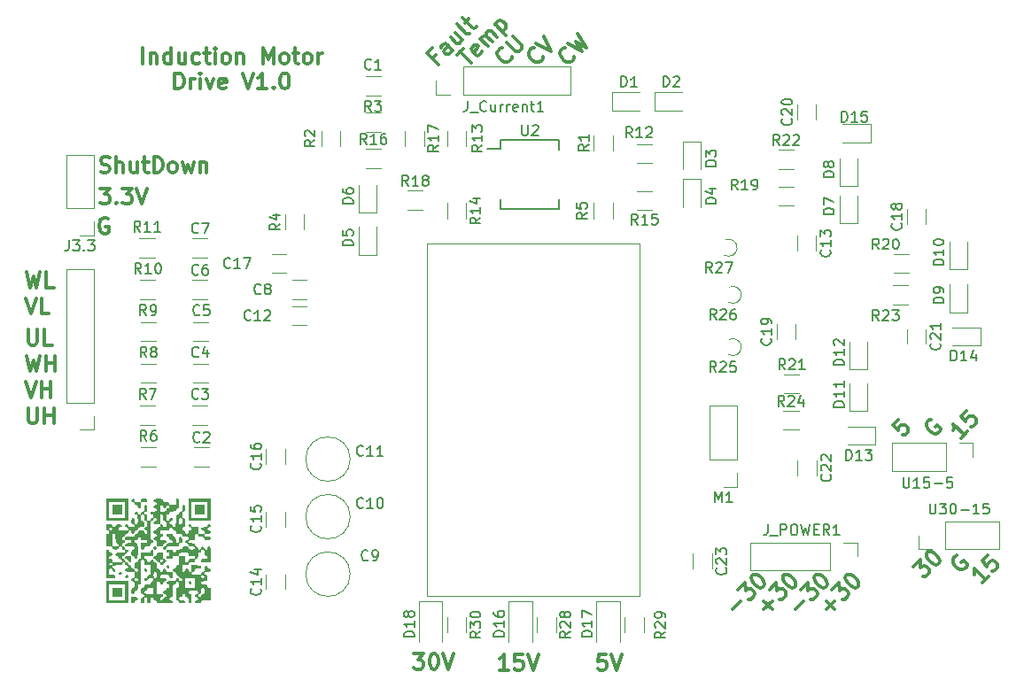
<source format=gbr>
%TF.GenerationSoftware,KiCad,Pcbnew,7.0.9*%
%TF.CreationDate,2024-01-23T23:33:06-05:00*%
%TF.ProjectId,Drive,44726976-652e-46b6-9963-61645f706362,rev?*%
%TF.SameCoordinates,Original*%
%TF.FileFunction,Legend,Top*%
%TF.FilePolarity,Positive*%
%FSLAX46Y46*%
G04 Gerber Fmt 4.6, Leading zero omitted, Abs format (unit mm)*
G04 Created by KiCad (PCBNEW 7.0.9) date 2024-01-23 23:33:06*
%MOMM*%
%LPD*%
G01*
G04 APERTURE LIST*
%ADD10C,0.300000*%
%ADD11C,0.150000*%
%ADD12C,0.120000*%
%ADD13C,0.100000*%
G04 APERTURE END LIST*
D10*
X175831846Y-90581482D02*
X175225755Y-91187573D01*
X175528801Y-90884528D02*
X174468140Y-89823867D01*
X174468140Y-89823867D02*
X174518648Y-90076405D01*
X174518648Y-90076405D02*
X174518648Y-90278436D01*
X174518648Y-90278436D02*
X174468140Y-90429959D01*
X175730831Y-88561177D02*
X175225754Y-89066253D01*
X175225754Y-89066253D02*
X175680323Y-89621837D01*
X175680323Y-89621837D02*
X175680323Y-89520822D01*
X175680323Y-89520822D02*
X175730831Y-89369299D01*
X175730831Y-89369299D02*
X175983369Y-89116761D01*
X175983369Y-89116761D02*
X176134892Y-89066253D01*
X176134892Y-89066253D02*
X176235907Y-89066253D01*
X176235907Y-89066253D02*
X176387430Y-89116761D01*
X176387430Y-89116761D02*
X176639968Y-89369299D01*
X176639968Y-89369299D02*
X176690476Y-89520822D01*
X176690476Y-89520822D02*
X176690476Y-89621837D01*
X176690476Y-89621837D02*
X176639968Y-89773360D01*
X176639968Y-89773360D02*
X176387430Y-90025898D01*
X176387430Y-90025898D02*
X176235907Y-90076406D01*
X176235907Y-90076406D02*
X176134892Y-90076406D01*
X153347201Y-107563005D02*
X154155323Y-106754883D01*
X153902785Y-105694222D02*
X154559385Y-105037623D01*
X154559385Y-105037623D02*
X154609892Y-105795238D01*
X154609892Y-105795238D02*
X154761415Y-105643715D01*
X154761415Y-105643715D02*
X154912938Y-105593207D01*
X154912938Y-105593207D02*
X155013953Y-105593207D01*
X155013953Y-105593207D02*
X155165476Y-105643715D01*
X155165476Y-105643715D02*
X155418014Y-105896253D01*
X155418014Y-105896253D02*
X155468522Y-106047776D01*
X155468522Y-106047776D02*
X155468522Y-106148791D01*
X155468522Y-106148791D02*
X155418014Y-106300314D01*
X155418014Y-106300314D02*
X155114968Y-106603360D01*
X155114968Y-106603360D02*
X154963446Y-106653867D01*
X154963446Y-106653867D02*
X154862430Y-106653867D01*
X155215983Y-104381024D02*
X155316999Y-104280009D01*
X155316999Y-104280009D02*
X155468522Y-104229501D01*
X155468522Y-104229501D02*
X155569537Y-104229501D01*
X155569537Y-104229501D02*
X155721060Y-104280009D01*
X155721060Y-104280009D02*
X155973598Y-104431532D01*
X155973598Y-104431532D02*
X156226136Y-104684070D01*
X156226136Y-104684070D02*
X156377659Y-104936608D01*
X156377659Y-104936608D02*
X156428166Y-105088131D01*
X156428166Y-105088131D02*
X156428166Y-105189146D01*
X156428166Y-105189146D02*
X156377659Y-105340669D01*
X156377659Y-105340669D02*
X156276644Y-105441684D01*
X156276644Y-105441684D02*
X156125121Y-105492192D01*
X156125121Y-105492192D02*
X156024105Y-105492192D01*
X156024105Y-105492192D02*
X155872583Y-105441684D01*
X155872583Y-105441684D02*
X155620044Y-105290162D01*
X155620044Y-105290162D02*
X155367506Y-105037623D01*
X155367506Y-105037623D02*
X155215983Y-104785085D01*
X155215983Y-104785085D02*
X155165476Y-104633562D01*
X155165476Y-104633562D02*
X155165476Y-104532547D01*
X155165476Y-104532547D02*
X155215983Y-104381024D01*
X172321694Y-89401329D02*
X172170171Y-89451837D01*
X172170171Y-89451837D02*
X172018648Y-89603360D01*
X172018648Y-89603360D02*
X171917633Y-89805390D01*
X171917633Y-89805390D02*
X171917633Y-90007421D01*
X171917633Y-90007421D02*
X171968140Y-90158944D01*
X171968140Y-90158944D02*
X172119663Y-90411482D01*
X172119663Y-90411482D02*
X172271186Y-90563005D01*
X172271186Y-90563005D02*
X172523724Y-90714528D01*
X172523724Y-90714528D02*
X172675247Y-90765035D01*
X172675247Y-90765035D02*
X172877278Y-90765035D01*
X172877278Y-90765035D02*
X173079308Y-90664020D01*
X173079308Y-90664020D02*
X173180323Y-90563005D01*
X173180323Y-90563005D02*
X173281339Y-90360974D01*
X173281339Y-90360974D02*
X173281339Y-90259959D01*
X173281339Y-90259959D02*
X172927785Y-89906405D01*
X172927785Y-89906405D02*
X172725755Y-90108436D01*
X85840225Y-85800828D02*
X86340225Y-87300828D01*
X86340225Y-87300828D02*
X86840225Y-85800828D01*
X87340224Y-87300828D02*
X87340224Y-85800828D01*
X87340224Y-86515114D02*
X88197367Y-86515114D01*
X88197367Y-87300828D02*
X88197367Y-85800828D01*
X85911653Y-75300828D02*
X86268796Y-76800828D01*
X86268796Y-76800828D02*
X86554510Y-75729400D01*
X86554510Y-75729400D02*
X86840225Y-76800828D01*
X86840225Y-76800828D02*
X87197368Y-75300828D01*
X88483082Y-76800828D02*
X87768796Y-76800828D01*
X87768796Y-76800828D02*
X87768796Y-75300828D01*
X92983082Y-65729400D02*
X93197368Y-65800828D01*
X93197368Y-65800828D02*
X93554510Y-65800828D01*
X93554510Y-65800828D02*
X93697368Y-65729400D01*
X93697368Y-65729400D02*
X93768796Y-65657971D01*
X93768796Y-65657971D02*
X93840225Y-65515114D01*
X93840225Y-65515114D02*
X93840225Y-65372257D01*
X93840225Y-65372257D02*
X93768796Y-65229400D01*
X93768796Y-65229400D02*
X93697368Y-65157971D01*
X93697368Y-65157971D02*
X93554510Y-65086542D01*
X93554510Y-65086542D02*
X93268796Y-65015114D01*
X93268796Y-65015114D02*
X93125939Y-64943685D01*
X93125939Y-64943685D02*
X93054510Y-64872257D01*
X93054510Y-64872257D02*
X92983082Y-64729400D01*
X92983082Y-64729400D02*
X92983082Y-64586542D01*
X92983082Y-64586542D02*
X93054510Y-64443685D01*
X93054510Y-64443685D02*
X93125939Y-64372257D01*
X93125939Y-64372257D02*
X93268796Y-64300828D01*
X93268796Y-64300828D02*
X93625939Y-64300828D01*
X93625939Y-64300828D02*
X93840225Y-64372257D01*
X94483081Y-65800828D02*
X94483081Y-64300828D01*
X95125939Y-65800828D02*
X95125939Y-65015114D01*
X95125939Y-65015114D02*
X95054510Y-64872257D01*
X95054510Y-64872257D02*
X94911653Y-64800828D01*
X94911653Y-64800828D02*
X94697367Y-64800828D01*
X94697367Y-64800828D02*
X94554510Y-64872257D01*
X94554510Y-64872257D02*
X94483081Y-64943685D01*
X96483082Y-64800828D02*
X96483082Y-65800828D01*
X95840224Y-64800828D02*
X95840224Y-65586542D01*
X95840224Y-65586542D02*
X95911653Y-65729400D01*
X95911653Y-65729400D02*
X96054510Y-65800828D01*
X96054510Y-65800828D02*
X96268796Y-65800828D01*
X96268796Y-65800828D02*
X96411653Y-65729400D01*
X96411653Y-65729400D02*
X96483082Y-65657971D01*
X96983082Y-64800828D02*
X97554510Y-64800828D01*
X97197367Y-64300828D02*
X97197367Y-65586542D01*
X97197367Y-65586542D02*
X97268796Y-65729400D01*
X97268796Y-65729400D02*
X97411653Y-65800828D01*
X97411653Y-65800828D02*
X97554510Y-65800828D01*
X98054510Y-65800828D02*
X98054510Y-64300828D01*
X98054510Y-64300828D02*
X98411653Y-64300828D01*
X98411653Y-64300828D02*
X98625939Y-64372257D01*
X98625939Y-64372257D02*
X98768796Y-64515114D01*
X98768796Y-64515114D02*
X98840225Y-64657971D01*
X98840225Y-64657971D02*
X98911653Y-64943685D01*
X98911653Y-64943685D02*
X98911653Y-65157971D01*
X98911653Y-65157971D02*
X98840225Y-65443685D01*
X98840225Y-65443685D02*
X98768796Y-65586542D01*
X98768796Y-65586542D02*
X98625939Y-65729400D01*
X98625939Y-65729400D02*
X98411653Y-65800828D01*
X98411653Y-65800828D02*
X98054510Y-65800828D01*
X99768796Y-65800828D02*
X99625939Y-65729400D01*
X99625939Y-65729400D02*
X99554510Y-65657971D01*
X99554510Y-65657971D02*
X99483082Y-65515114D01*
X99483082Y-65515114D02*
X99483082Y-65086542D01*
X99483082Y-65086542D02*
X99554510Y-64943685D01*
X99554510Y-64943685D02*
X99625939Y-64872257D01*
X99625939Y-64872257D02*
X99768796Y-64800828D01*
X99768796Y-64800828D02*
X99983082Y-64800828D01*
X99983082Y-64800828D02*
X100125939Y-64872257D01*
X100125939Y-64872257D02*
X100197368Y-64943685D01*
X100197368Y-64943685D02*
X100268796Y-65086542D01*
X100268796Y-65086542D02*
X100268796Y-65515114D01*
X100268796Y-65515114D02*
X100197368Y-65657971D01*
X100197368Y-65657971D02*
X100125939Y-65729400D01*
X100125939Y-65729400D02*
X99983082Y-65800828D01*
X99983082Y-65800828D02*
X99768796Y-65800828D01*
X100768796Y-64800828D02*
X101054511Y-65800828D01*
X101054511Y-65800828D02*
X101340225Y-65086542D01*
X101340225Y-65086542D02*
X101625939Y-65800828D01*
X101625939Y-65800828D02*
X101911653Y-64800828D01*
X102483082Y-64800828D02*
X102483082Y-65800828D01*
X102483082Y-64943685D02*
X102554511Y-64872257D01*
X102554511Y-64872257D02*
X102697368Y-64800828D01*
X102697368Y-64800828D02*
X102911654Y-64800828D01*
X102911654Y-64800828D02*
X103054511Y-64872257D01*
X103054511Y-64872257D02*
X103125940Y-65015114D01*
X103125940Y-65015114D02*
X103125940Y-65800828D01*
X141268796Y-111875828D02*
X140554510Y-111875828D01*
X140554510Y-111875828D02*
X140483082Y-112590114D01*
X140483082Y-112590114D02*
X140554510Y-112518685D01*
X140554510Y-112518685D02*
X140697368Y-112447257D01*
X140697368Y-112447257D02*
X141054510Y-112447257D01*
X141054510Y-112447257D02*
X141197368Y-112518685D01*
X141197368Y-112518685D02*
X141268796Y-112590114D01*
X141268796Y-112590114D02*
X141340225Y-112732971D01*
X141340225Y-112732971D02*
X141340225Y-113090114D01*
X141340225Y-113090114D02*
X141268796Y-113232971D01*
X141268796Y-113232971D02*
X141197368Y-113304400D01*
X141197368Y-113304400D02*
X141054510Y-113375828D01*
X141054510Y-113375828D02*
X140697368Y-113375828D01*
X140697368Y-113375828D02*
X140554510Y-113304400D01*
X140554510Y-113304400D02*
X140483082Y-113232971D01*
X141768796Y-111875828D02*
X142268796Y-113375828D01*
X142268796Y-113375828D02*
X142768796Y-111875828D01*
X156347201Y-107563005D02*
X157155323Y-106754883D01*
X157155323Y-107563005D02*
X156347201Y-106754883D01*
X156902785Y-105694222D02*
X157559385Y-105037623D01*
X157559385Y-105037623D02*
X157609892Y-105795238D01*
X157609892Y-105795238D02*
X157761415Y-105643715D01*
X157761415Y-105643715D02*
X157912938Y-105593207D01*
X157912938Y-105593207D02*
X158013953Y-105593207D01*
X158013953Y-105593207D02*
X158165476Y-105643715D01*
X158165476Y-105643715D02*
X158418014Y-105896253D01*
X158418014Y-105896253D02*
X158468522Y-106047776D01*
X158468522Y-106047776D02*
X158468522Y-106148791D01*
X158468522Y-106148791D02*
X158418014Y-106300314D01*
X158418014Y-106300314D02*
X158114968Y-106603360D01*
X158114968Y-106603360D02*
X157963446Y-106653867D01*
X157963446Y-106653867D02*
X157862430Y-106653867D01*
X158215983Y-104381024D02*
X158316999Y-104280009D01*
X158316999Y-104280009D02*
X158468522Y-104229501D01*
X158468522Y-104229501D02*
X158569537Y-104229501D01*
X158569537Y-104229501D02*
X158721060Y-104280009D01*
X158721060Y-104280009D02*
X158973598Y-104431532D01*
X158973598Y-104431532D02*
X159226136Y-104684070D01*
X159226136Y-104684070D02*
X159377659Y-104936608D01*
X159377659Y-104936608D02*
X159428166Y-105088131D01*
X159428166Y-105088131D02*
X159428166Y-105189146D01*
X159428166Y-105189146D02*
X159377659Y-105340669D01*
X159377659Y-105340669D02*
X159276644Y-105441684D01*
X159276644Y-105441684D02*
X159125121Y-105492192D01*
X159125121Y-105492192D02*
X159024105Y-105492192D01*
X159024105Y-105492192D02*
X158872583Y-105441684D01*
X158872583Y-105441684D02*
X158620044Y-105290162D01*
X158620044Y-105290162D02*
X158367506Y-105037623D01*
X158367506Y-105037623D02*
X158215983Y-104785085D01*
X158215983Y-104785085D02*
X158165476Y-104633562D01*
X158165476Y-104633562D02*
X158165476Y-104532547D01*
X158165476Y-104532547D02*
X158215983Y-104381024D01*
X125049232Y-54557928D02*
X124695679Y-54911482D01*
X125251262Y-55467066D02*
X124190602Y-54406405D01*
X124190602Y-54406405D02*
X124695679Y-53901329D01*
X126614968Y-54103360D02*
X126059384Y-53547776D01*
X126059384Y-53547776D02*
X125907861Y-53497268D01*
X125907861Y-53497268D02*
X125756338Y-53547776D01*
X125756338Y-53547776D02*
X125554308Y-53749807D01*
X125554308Y-53749807D02*
X125503800Y-53901329D01*
X126564461Y-54052852D02*
X126513953Y-54204375D01*
X126513953Y-54204375D02*
X126261415Y-54456913D01*
X126261415Y-54456913D02*
X126109892Y-54507421D01*
X126109892Y-54507421D02*
X125958369Y-54456913D01*
X125958369Y-54456913D02*
X125857354Y-54355898D01*
X125857354Y-54355898D02*
X125806846Y-54204375D01*
X125806846Y-54204375D02*
X125857354Y-54052852D01*
X125857354Y-54052852D02*
X126109892Y-53800314D01*
X126109892Y-53800314D02*
X126160400Y-53648791D01*
X126867506Y-52436608D02*
X127574613Y-53143715D01*
X126412938Y-52891177D02*
X126968522Y-53446761D01*
X126968522Y-53446761D02*
X127120045Y-53497268D01*
X127120045Y-53497268D02*
X127271567Y-53446761D01*
X127271567Y-53446761D02*
X127423090Y-53295238D01*
X127423090Y-53295238D02*
X127473598Y-53143715D01*
X127473598Y-53143715D02*
X127473598Y-53042700D01*
X128231212Y-52487116D02*
X128079690Y-52537623D01*
X128079690Y-52537623D02*
X127928167Y-52487116D01*
X127928167Y-52487116D02*
X127019029Y-51577978D01*
X127776644Y-51527471D02*
X128180705Y-51123410D01*
X127574613Y-51022395D02*
X128483750Y-51931532D01*
X128483750Y-51931532D02*
X128635273Y-51982040D01*
X128635273Y-51982040D02*
X128786796Y-51931532D01*
X128786796Y-51931532D02*
X128887811Y-51830517D01*
X169220679Y-89401329D02*
X168715602Y-89906405D01*
X168715602Y-89906405D02*
X169170171Y-90461989D01*
X169170171Y-90461989D02*
X169170171Y-90360974D01*
X169170171Y-90360974D02*
X169220679Y-90209451D01*
X169220679Y-90209451D02*
X169473217Y-89956913D01*
X169473217Y-89956913D02*
X169624740Y-89906405D01*
X169624740Y-89906405D02*
X169725755Y-89906405D01*
X169725755Y-89906405D02*
X169877278Y-89956913D01*
X169877278Y-89956913D02*
X170129816Y-90209451D01*
X170129816Y-90209451D02*
X170180323Y-90360974D01*
X170180323Y-90360974D02*
X170180323Y-90461989D01*
X170180323Y-90461989D02*
X170129816Y-90613512D01*
X170129816Y-90613512D02*
X169877278Y-90866050D01*
X169877278Y-90866050D02*
X169725755Y-90916558D01*
X169725755Y-90916558D02*
X169624740Y-90916558D01*
X177846846Y-104411482D02*
X177240755Y-105017573D01*
X177543801Y-104714528D02*
X176483140Y-103653867D01*
X176483140Y-103653867D02*
X176533648Y-103906405D01*
X176533648Y-103906405D02*
X176533648Y-104108436D01*
X176533648Y-104108436D02*
X176483140Y-104259959D01*
X177745831Y-102391177D02*
X177240754Y-102896253D01*
X177240754Y-102896253D02*
X177695323Y-103451837D01*
X177695323Y-103451837D02*
X177695323Y-103350822D01*
X177695323Y-103350822D02*
X177745831Y-103199299D01*
X177745831Y-103199299D02*
X177998369Y-102946761D01*
X177998369Y-102946761D02*
X178149892Y-102896253D01*
X178149892Y-102896253D02*
X178250907Y-102896253D01*
X178250907Y-102896253D02*
X178402430Y-102946761D01*
X178402430Y-102946761D02*
X178654968Y-103199299D01*
X178654968Y-103199299D02*
X178705476Y-103350822D01*
X178705476Y-103350822D02*
X178705476Y-103451837D01*
X178705476Y-103451837D02*
X178654968Y-103603360D01*
X178654968Y-103603360D02*
X178402430Y-103855898D01*
X178402430Y-103855898D02*
X178250907Y-103906406D01*
X178250907Y-103906406D02*
X178149892Y-103906406D01*
X159347201Y-107563005D02*
X160155323Y-106754883D01*
X159902785Y-105694222D02*
X160559385Y-105037623D01*
X160559385Y-105037623D02*
X160609892Y-105795238D01*
X160609892Y-105795238D02*
X160761415Y-105643715D01*
X160761415Y-105643715D02*
X160912938Y-105593207D01*
X160912938Y-105593207D02*
X161013953Y-105593207D01*
X161013953Y-105593207D02*
X161165476Y-105643715D01*
X161165476Y-105643715D02*
X161418014Y-105896253D01*
X161418014Y-105896253D02*
X161468522Y-106047776D01*
X161468522Y-106047776D02*
X161468522Y-106148791D01*
X161468522Y-106148791D02*
X161418014Y-106300314D01*
X161418014Y-106300314D02*
X161114968Y-106603360D01*
X161114968Y-106603360D02*
X160963446Y-106653867D01*
X160963446Y-106653867D02*
X160862430Y-106653867D01*
X161215983Y-104381024D02*
X161316999Y-104280009D01*
X161316999Y-104280009D02*
X161468522Y-104229501D01*
X161468522Y-104229501D02*
X161569537Y-104229501D01*
X161569537Y-104229501D02*
X161721060Y-104280009D01*
X161721060Y-104280009D02*
X161973598Y-104431532D01*
X161973598Y-104431532D02*
X162226136Y-104684070D01*
X162226136Y-104684070D02*
X162377659Y-104936608D01*
X162377659Y-104936608D02*
X162428166Y-105088131D01*
X162428166Y-105088131D02*
X162428166Y-105189146D01*
X162428166Y-105189146D02*
X162377659Y-105340669D01*
X162377659Y-105340669D02*
X162276644Y-105441684D01*
X162276644Y-105441684D02*
X162125121Y-105492192D01*
X162125121Y-105492192D02*
X162024105Y-105492192D01*
X162024105Y-105492192D02*
X161872583Y-105441684D01*
X161872583Y-105441684D02*
X161620044Y-105290162D01*
X161620044Y-105290162D02*
X161367506Y-105037623D01*
X161367506Y-105037623D02*
X161215983Y-104785085D01*
X161215983Y-104785085D02*
X161165476Y-104633562D01*
X161165476Y-104633562D02*
X161165476Y-104532547D01*
X161165476Y-104532547D02*
X161215983Y-104381024D01*
X85911653Y-83300828D02*
X86268796Y-84800828D01*
X86268796Y-84800828D02*
X86554510Y-83729400D01*
X86554510Y-83729400D02*
X86840225Y-84800828D01*
X86840225Y-84800828D02*
X87197368Y-83300828D01*
X87768796Y-84800828D02*
X87768796Y-83300828D01*
X87768796Y-84015114D02*
X88625939Y-84015114D01*
X88625939Y-84800828D02*
X88625939Y-83300828D01*
X170629587Y-103507421D02*
X171286186Y-102850822D01*
X171286186Y-102850822D02*
X171336694Y-103608436D01*
X171336694Y-103608436D02*
X171488217Y-103456913D01*
X171488217Y-103456913D02*
X171639740Y-103406405D01*
X171639740Y-103406405D02*
X171740755Y-103406405D01*
X171740755Y-103406405D02*
X171892278Y-103456913D01*
X171892278Y-103456913D02*
X172144816Y-103709451D01*
X172144816Y-103709451D02*
X172195323Y-103860974D01*
X172195323Y-103860974D02*
X172195323Y-103961989D01*
X172195323Y-103961989D02*
X172144816Y-104113512D01*
X172144816Y-104113512D02*
X171841770Y-104416558D01*
X171841770Y-104416558D02*
X171690247Y-104467066D01*
X171690247Y-104467066D02*
X171589232Y-104467066D01*
X171942785Y-102194223D02*
X172043800Y-102093207D01*
X172043800Y-102093207D02*
X172195323Y-102042700D01*
X172195323Y-102042700D02*
X172296338Y-102042700D01*
X172296338Y-102042700D02*
X172447861Y-102093207D01*
X172447861Y-102093207D02*
X172700399Y-102244730D01*
X172700399Y-102244730D02*
X172952938Y-102497268D01*
X172952938Y-102497268D02*
X173104460Y-102749807D01*
X173104460Y-102749807D02*
X173154968Y-102901330D01*
X173154968Y-102901330D02*
X173154968Y-103002345D01*
X173154968Y-103002345D02*
X173104460Y-103153868D01*
X173104460Y-103153868D02*
X173003445Y-103254883D01*
X173003445Y-103254883D02*
X172851922Y-103305391D01*
X172851922Y-103305391D02*
X172750907Y-103305391D01*
X172750907Y-103305391D02*
X172599384Y-103254883D01*
X172599384Y-103254883D02*
X172346846Y-103103360D01*
X172346846Y-103103360D02*
X172094308Y-102850822D01*
X172094308Y-102850822D02*
X171942785Y-102598284D01*
X171942785Y-102598284D02*
X171892277Y-102446761D01*
X171892277Y-102446761D02*
X171892277Y-102345746D01*
X171892277Y-102345746D02*
X171942785Y-102194223D01*
X174836694Y-102401329D02*
X174685171Y-102451837D01*
X174685171Y-102451837D02*
X174533648Y-102603360D01*
X174533648Y-102603360D02*
X174432633Y-102805390D01*
X174432633Y-102805390D02*
X174432633Y-103007421D01*
X174432633Y-103007421D02*
X174483140Y-103158944D01*
X174483140Y-103158944D02*
X174634663Y-103411482D01*
X174634663Y-103411482D02*
X174786186Y-103563005D01*
X174786186Y-103563005D02*
X175038724Y-103714528D01*
X175038724Y-103714528D02*
X175190247Y-103765035D01*
X175190247Y-103765035D02*
X175392278Y-103765035D01*
X175392278Y-103765035D02*
X175594308Y-103664020D01*
X175594308Y-103664020D02*
X175695323Y-103563005D01*
X175695323Y-103563005D02*
X175796339Y-103360974D01*
X175796339Y-103360974D02*
X175796339Y-103259959D01*
X175796339Y-103259959D02*
X175442785Y-102906405D01*
X175442785Y-102906405D02*
X175240755Y-103108436D01*
X127039079Y-54557928D02*
X127645171Y-53951837D01*
X128402785Y-55315543D02*
X127342125Y-54254883D01*
X129412938Y-54204375D02*
X129362430Y-54355898D01*
X129362430Y-54355898D02*
X129160400Y-54557928D01*
X129160400Y-54557928D02*
X129008877Y-54608436D01*
X129008877Y-54608436D02*
X128857354Y-54557928D01*
X128857354Y-54557928D02*
X128453293Y-54153867D01*
X128453293Y-54153867D02*
X128402785Y-54002345D01*
X128402785Y-54002345D02*
X128453293Y-53850822D01*
X128453293Y-53850822D02*
X128655323Y-53648791D01*
X128655323Y-53648791D02*
X128806846Y-53598284D01*
X128806846Y-53598284D02*
X128958369Y-53648791D01*
X128958369Y-53648791D02*
X129059384Y-53749806D01*
X129059384Y-53749806D02*
X128655323Y-54355898D01*
X129968521Y-53749807D02*
X129261415Y-53042700D01*
X129362430Y-53143715D02*
X129362430Y-53042700D01*
X129362430Y-53042700D02*
X129412938Y-52891177D01*
X129412938Y-52891177D02*
X129564460Y-52739654D01*
X129564460Y-52739654D02*
X129715983Y-52689146D01*
X129715983Y-52689146D02*
X129867506Y-52739654D01*
X129867506Y-52739654D02*
X130423090Y-53295238D01*
X129867506Y-52739654D02*
X129816999Y-52588131D01*
X129816999Y-52588131D02*
X129867506Y-52436608D01*
X129867506Y-52436608D02*
X130019029Y-52285085D01*
X130019029Y-52285085D02*
X130170552Y-52234578D01*
X130170552Y-52234578D02*
X130322075Y-52285085D01*
X130322075Y-52285085D02*
X130877659Y-52840669D01*
X130675628Y-51628486D02*
X131736288Y-52689146D01*
X130726136Y-51678994D02*
X130776643Y-51527471D01*
X130776643Y-51527471D02*
X130978674Y-51325441D01*
X130978674Y-51325441D02*
X131130197Y-51274933D01*
X131130197Y-51274933D02*
X131231212Y-51274933D01*
X131231212Y-51274933D02*
X131382735Y-51325441D01*
X131382735Y-51325441D02*
X131685781Y-51628486D01*
X131685781Y-51628486D02*
X131736288Y-51780009D01*
X131736288Y-51780009D02*
X131736288Y-51881024D01*
X131736288Y-51881024D02*
X131685781Y-52032547D01*
X131685781Y-52032547D02*
X131483750Y-52234578D01*
X131483750Y-52234578D02*
X131332227Y-52285085D01*
X86054510Y-88300828D02*
X86054510Y-89515114D01*
X86054510Y-89515114D02*
X86125939Y-89657971D01*
X86125939Y-89657971D02*
X86197368Y-89729400D01*
X86197368Y-89729400D02*
X86340225Y-89800828D01*
X86340225Y-89800828D02*
X86625939Y-89800828D01*
X86625939Y-89800828D02*
X86768796Y-89729400D01*
X86768796Y-89729400D02*
X86840225Y-89657971D01*
X86840225Y-89657971D02*
X86911653Y-89515114D01*
X86911653Y-89515114D02*
X86911653Y-88300828D01*
X87625939Y-89800828D02*
X87625939Y-88300828D01*
X87625939Y-89015114D02*
X88483082Y-89015114D01*
X88483082Y-89800828D02*
X88483082Y-88300828D01*
X122911653Y-111800828D02*
X123840225Y-111800828D01*
X123840225Y-111800828D02*
X123340225Y-112372257D01*
X123340225Y-112372257D02*
X123554510Y-112372257D01*
X123554510Y-112372257D02*
X123697368Y-112443685D01*
X123697368Y-112443685D02*
X123768796Y-112515114D01*
X123768796Y-112515114D02*
X123840225Y-112657971D01*
X123840225Y-112657971D02*
X123840225Y-113015114D01*
X123840225Y-113015114D02*
X123768796Y-113157971D01*
X123768796Y-113157971D02*
X123697368Y-113229400D01*
X123697368Y-113229400D02*
X123554510Y-113300828D01*
X123554510Y-113300828D02*
X123125939Y-113300828D01*
X123125939Y-113300828D02*
X122983082Y-113229400D01*
X122983082Y-113229400D02*
X122911653Y-113157971D01*
X124768796Y-111800828D02*
X124911653Y-111800828D01*
X124911653Y-111800828D02*
X125054510Y-111872257D01*
X125054510Y-111872257D02*
X125125939Y-111943685D01*
X125125939Y-111943685D02*
X125197367Y-112086542D01*
X125197367Y-112086542D02*
X125268796Y-112372257D01*
X125268796Y-112372257D02*
X125268796Y-112729400D01*
X125268796Y-112729400D02*
X125197367Y-113015114D01*
X125197367Y-113015114D02*
X125125939Y-113157971D01*
X125125939Y-113157971D02*
X125054510Y-113229400D01*
X125054510Y-113229400D02*
X124911653Y-113300828D01*
X124911653Y-113300828D02*
X124768796Y-113300828D01*
X124768796Y-113300828D02*
X124625939Y-113229400D01*
X124625939Y-113229400D02*
X124554510Y-113157971D01*
X124554510Y-113157971D02*
X124483081Y-113015114D01*
X124483081Y-113015114D02*
X124411653Y-112729400D01*
X124411653Y-112729400D02*
X124411653Y-112372257D01*
X124411653Y-112372257D02*
X124483081Y-112086542D01*
X124483081Y-112086542D02*
X124554510Y-111943685D01*
X124554510Y-111943685D02*
X124625939Y-111872257D01*
X124625939Y-111872257D02*
X124768796Y-111800828D01*
X125697367Y-111800828D02*
X126197367Y-113300828D01*
X126197367Y-113300828D02*
X126697367Y-111800828D01*
X131940225Y-113375828D02*
X131083082Y-113375828D01*
X131511653Y-113375828D02*
X131511653Y-111875828D01*
X131511653Y-111875828D02*
X131368796Y-112090114D01*
X131368796Y-112090114D02*
X131225939Y-112232971D01*
X131225939Y-112232971D02*
X131083082Y-112304400D01*
X133297367Y-111875828D02*
X132583081Y-111875828D01*
X132583081Y-111875828D02*
X132511653Y-112590114D01*
X132511653Y-112590114D02*
X132583081Y-112518685D01*
X132583081Y-112518685D02*
X132725939Y-112447257D01*
X132725939Y-112447257D02*
X133083081Y-112447257D01*
X133083081Y-112447257D02*
X133225939Y-112518685D01*
X133225939Y-112518685D02*
X133297367Y-112590114D01*
X133297367Y-112590114D02*
X133368796Y-112732971D01*
X133368796Y-112732971D02*
X133368796Y-113090114D01*
X133368796Y-113090114D02*
X133297367Y-113232971D01*
X133297367Y-113232971D02*
X133225939Y-113304400D01*
X133225939Y-113304400D02*
X133083081Y-113375828D01*
X133083081Y-113375828D02*
X132725939Y-113375828D01*
X132725939Y-113375828D02*
X132583081Y-113304400D01*
X132583081Y-113304400D02*
X132511653Y-113232971D01*
X133797367Y-111875828D02*
X134297367Y-113375828D01*
X134297367Y-113375828D02*
X134797367Y-111875828D01*
X162347201Y-107563005D02*
X163155323Y-106754883D01*
X163155323Y-107563005D02*
X162347201Y-106754883D01*
X162902785Y-105694222D02*
X163559385Y-105037623D01*
X163559385Y-105037623D02*
X163609892Y-105795238D01*
X163609892Y-105795238D02*
X163761415Y-105643715D01*
X163761415Y-105643715D02*
X163912938Y-105593207D01*
X163912938Y-105593207D02*
X164013953Y-105593207D01*
X164013953Y-105593207D02*
X164165476Y-105643715D01*
X164165476Y-105643715D02*
X164418014Y-105896253D01*
X164418014Y-105896253D02*
X164468522Y-106047776D01*
X164468522Y-106047776D02*
X164468522Y-106148791D01*
X164468522Y-106148791D02*
X164418014Y-106300314D01*
X164418014Y-106300314D02*
X164114968Y-106603360D01*
X164114968Y-106603360D02*
X163963446Y-106653867D01*
X163963446Y-106653867D02*
X163862430Y-106653867D01*
X164215983Y-104381024D02*
X164316999Y-104280009D01*
X164316999Y-104280009D02*
X164468522Y-104229501D01*
X164468522Y-104229501D02*
X164569537Y-104229501D01*
X164569537Y-104229501D02*
X164721060Y-104280009D01*
X164721060Y-104280009D02*
X164973598Y-104431532D01*
X164973598Y-104431532D02*
X165226136Y-104684070D01*
X165226136Y-104684070D02*
X165377659Y-104936608D01*
X165377659Y-104936608D02*
X165428166Y-105088131D01*
X165428166Y-105088131D02*
X165428166Y-105189146D01*
X165428166Y-105189146D02*
X165377659Y-105340669D01*
X165377659Y-105340669D02*
X165276644Y-105441684D01*
X165276644Y-105441684D02*
X165125121Y-105492192D01*
X165125121Y-105492192D02*
X165024105Y-105492192D01*
X165024105Y-105492192D02*
X164872583Y-105441684D01*
X164872583Y-105441684D02*
X164620044Y-105290162D01*
X164620044Y-105290162D02*
X164367506Y-105037623D01*
X164367506Y-105037623D02*
X164215983Y-104785085D01*
X164215983Y-104785085D02*
X164165476Y-104633562D01*
X164165476Y-104633562D02*
X164165476Y-104532547D01*
X164165476Y-104532547D02*
X164215983Y-104381024D01*
X138256339Y-54759959D02*
X138256339Y-54860974D01*
X138256339Y-54860974D02*
X138155323Y-55063005D01*
X138155323Y-55063005D02*
X138054308Y-55164020D01*
X138054308Y-55164020D02*
X137852278Y-55265035D01*
X137852278Y-55265035D02*
X137650247Y-55265035D01*
X137650247Y-55265035D02*
X137498724Y-55214528D01*
X137498724Y-55214528D02*
X137246186Y-55063005D01*
X137246186Y-55063005D02*
X137094663Y-54911482D01*
X137094663Y-54911482D02*
X136943140Y-54658944D01*
X136943140Y-54658944D02*
X136892633Y-54507421D01*
X136892633Y-54507421D02*
X136892633Y-54305390D01*
X136892633Y-54305390D02*
X136993648Y-54103360D01*
X136993648Y-54103360D02*
X137094663Y-54002344D01*
X137094663Y-54002344D02*
X137296694Y-53901329D01*
X137296694Y-53901329D02*
X137397709Y-53901329D01*
X137650247Y-53446761D02*
X138963445Y-54254883D01*
X138963445Y-54254883D02*
X138407862Y-53295238D01*
X138407862Y-53295238D02*
X139367506Y-53850822D01*
X139367506Y-53850822D02*
X138559384Y-52537623D01*
X93670225Y-70202257D02*
X93527368Y-70130828D01*
X93527368Y-70130828D02*
X93313082Y-70130828D01*
X93313082Y-70130828D02*
X93098796Y-70202257D01*
X93098796Y-70202257D02*
X92955939Y-70345114D01*
X92955939Y-70345114D02*
X92884510Y-70487971D01*
X92884510Y-70487971D02*
X92813082Y-70773685D01*
X92813082Y-70773685D02*
X92813082Y-70987971D01*
X92813082Y-70987971D02*
X92884510Y-71273685D01*
X92884510Y-71273685D02*
X92955939Y-71416542D01*
X92955939Y-71416542D02*
X93098796Y-71559400D01*
X93098796Y-71559400D02*
X93313082Y-71630828D01*
X93313082Y-71630828D02*
X93455939Y-71630828D01*
X93455939Y-71630828D02*
X93670225Y-71559400D01*
X93670225Y-71559400D02*
X93741653Y-71487971D01*
X93741653Y-71487971D02*
X93741653Y-70987971D01*
X93741653Y-70987971D02*
X93455939Y-70987971D01*
X92911653Y-67300828D02*
X93840225Y-67300828D01*
X93840225Y-67300828D02*
X93340225Y-67872257D01*
X93340225Y-67872257D02*
X93554510Y-67872257D01*
X93554510Y-67872257D02*
X93697368Y-67943685D01*
X93697368Y-67943685D02*
X93768796Y-68015114D01*
X93768796Y-68015114D02*
X93840225Y-68157971D01*
X93840225Y-68157971D02*
X93840225Y-68515114D01*
X93840225Y-68515114D02*
X93768796Y-68657971D01*
X93768796Y-68657971D02*
X93697368Y-68729400D01*
X93697368Y-68729400D02*
X93554510Y-68800828D01*
X93554510Y-68800828D02*
X93125939Y-68800828D01*
X93125939Y-68800828D02*
X92983082Y-68729400D01*
X92983082Y-68729400D02*
X92911653Y-68657971D01*
X94483081Y-68657971D02*
X94554510Y-68729400D01*
X94554510Y-68729400D02*
X94483081Y-68800828D01*
X94483081Y-68800828D02*
X94411653Y-68729400D01*
X94411653Y-68729400D02*
X94483081Y-68657971D01*
X94483081Y-68657971D02*
X94483081Y-68800828D01*
X95054510Y-67300828D02*
X95983082Y-67300828D01*
X95983082Y-67300828D02*
X95483082Y-67872257D01*
X95483082Y-67872257D02*
X95697367Y-67872257D01*
X95697367Y-67872257D02*
X95840225Y-67943685D01*
X95840225Y-67943685D02*
X95911653Y-68015114D01*
X95911653Y-68015114D02*
X95983082Y-68157971D01*
X95983082Y-68157971D02*
X95983082Y-68515114D01*
X95983082Y-68515114D02*
X95911653Y-68657971D01*
X95911653Y-68657971D02*
X95840225Y-68729400D01*
X95840225Y-68729400D02*
X95697367Y-68800828D01*
X95697367Y-68800828D02*
X95268796Y-68800828D01*
X95268796Y-68800828D02*
X95125939Y-68729400D01*
X95125939Y-68729400D02*
X95054510Y-68657971D01*
X96411653Y-67300828D02*
X96911653Y-68800828D01*
X96911653Y-68800828D02*
X97411653Y-67300828D01*
X96999999Y-55385828D02*
X96999999Y-53885828D01*
X97714285Y-54385828D02*
X97714285Y-55385828D01*
X97714285Y-54528685D02*
X97785714Y-54457257D01*
X97785714Y-54457257D02*
X97928571Y-54385828D01*
X97928571Y-54385828D02*
X98142857Y-54385828D01*
X98142857Y-54385828D02*
X98285714Y-54457257D01*
X98285714Y-54457257D02*
X98357143Y-54600114D01*
X98357143Y-54600114D02*
X98357143Y-55385828D01*
X99714286Y-55385828D02*
X99714286Y-53885828D01*
X99714286Y-55314400D02*
X99571428Y-55385828D01*
X99571428Y-55385828D02*
X99285714Y-55385828D01*
X99285714Y-55385828D02*
X99142857Y-55314400D01*
X99142857Y-55314400D02*
X99071428Y-55242971D01*
X99071428Y-55242971D02*
X99000000Y-55100114D01*
X99000000Y-55100114D02*
X99000000Y-54671542D01*
X99000000Y-54671542D02*
X99071428Y-54528685D01*
X99071428Y-54528685D02*
X99142857Y-54457257D01*
X99142857Y-54457257D02*
X99285714Y-54385828D01*
X99285714Y-54385828D02*
X99571428Y-54385828D01*
X99571428Y-54385828D02*
X99714286Y-54457257D01*
X101071429Y-54385828D02*
X101071429Y-55385828D01*
X100428571Y-54385828D02*
X100428571Y-55171542D01*
X100428571Y-55171542D02*
X100500000Y-55314400D01*
X100500000Y-55314400D02*
X100642857Y-55385828D01*
X100642857Y-55385828D02*
X100857143Y-55385828D01*
X100857143Y-55385828D02*
X101000000Y-55314400D01*
X101000000Y-55314400D02*
X101071429Y-55242971D01*
X102428572Y-55314400D02*
X102285714Y-55385828D01*
X102285714Y-55385828D02*
X102000000Y-55385828D01*
X102000000Y-55385828D02*
X101857143Y-55314400D01*
X101857143Y-55314400D02*
X101785714Y-55242971D01*
X101785714Y-55242971D02*
X101714286Y-55100114D01*
X101714286Y-55100114D02*
X101714286Y-54671542D01*
X101714286Y-54671542D02*
X101785714Y-54528685D01*
X101785714Y-54528685D02*
X101857143Y-54457257D01*
X101857143Y-54457257D02*
X102000000Y-54385828D01*
X102000000Y-54385828D02*
X102285714Y-54385828D01*
X102285714Y-54385828D02*
X102428572Y-54457257D01*
X102857143Y-54385828D02*
X103428571Y-54385828D01*
X103071428Y-53885828D02*
X103071428Y-55171542D01*
X103071428Y-55171542D02*
X103142857Y-55314400D01*
X103142857Y-55314400D02*
X103285714Y-55385828D01*
X103285714Y-55385828D02*
X103428571Y-55385828D01*
X103928571Y-55385828D02*
X103928571Y-54385828D01*
X103928571Y-53885828D02*
X103857143Y-53957257D01*
X103857143Y-53957257D02*
X103928571Y-54028685D01*
X103928571Y-54028685D02*
X104000000Y-53957257D01*
X104000000Y-53957257D02*
X103928571Y-53885828D01*
X103928571Y-53885828D02*
X103928571Y-54028685D01*
X104857143Y-55385828D02*
X104714286Y-55314400D01*
X104714286Y-55314400D02*
X104642857Y-55242971D01*
X104642857Y-55242971D02*
X104571429Y-55100114D01*
X104571429Y-55100114D02*
X104571429Y-54671542D01*
X104571429Y-54671542D02*
X104642857Y-54528685D01*
X104642857Y-54528685D02*
X104714286Y-54457257D01*
X104714286Y-54457257D02*
X104857143Y-54385828D01*
X104857143Y-54385828D02*
X105071429Y-54385828D01*
X105071429Y-54385828D02*
X105214286Y-54457257D01*
X105214286Y-54457257D02*
X105285715Y-54528685D01*
X105285715Y-54528685D02*
X105357143Y-54671542D01*
X105357143Y-54671542D02*
X105357143Y-55100114D01*
X105357143Y-55100114D02*
X105285715Y-55242971D01*
X105285715Y-55242971D02*
X105214286Y-55314400D01*
X105214286Y-55314400D02*
X105071429Y-55385828D01*
X105071429Y-55385828D02*
X104857143Y-55385828D01*
X106000000Y-54385828D02*
X106000000Y-55385828D01*
X106000000Y-54528685D02*
X106071429Y-54457257D01*
X106071429Y-54457257D02*
X106214286Y-54385828D01*
X106214286Y-54385828D02*
X106428572Y-54385828D01*
X106428572Y-54385828D02*
X106571429Y-54457257D01*
X106571429Y-54457257D02*
X106642858Y-54600114D01*
X106642858Y-54600114D02*
X106642858Y-55385828D01*
X108500000Y-55385828D02*
X108500000Y-53885828D01*
X108500000Y-53885828D02*
X109000000Y-54957257D01*
X109000000Y-54957257D02*
X109500000Y-53885828D01*
X109500000Y-53885828D02*
X109500000Y-55385828D01*
X110428572Y-55385828D02*
X110285715Y-55314400D01*
X110285715Y-55314400D02*
X110214286Y-55242971D01*
X110214286Y-55242971D02*
X110142858Y-55100114D01*
X110142858Y-55100114D02*
X110142858Y-54671542D01*
X110142858Y-54671542D02*
X110214286Y-54528685D01*
X110214286Y-54528685D02*
X110285715Y-54457257D01*
X110285715Y-54457257D02*
X110428572Y-54385828D01*
X110428572Y-54385828D02*
X110642858Y-54385828D01*
X110642858Y-54385828D02*
X110785715Y-54457257D01*
X110785715Y-54457257D02*
X110857144Y-54528685D01*
X110857144Y-54528685D02*
X110928572Y-54671542D01*
X110928572Y-54671542D02*
X110928572Y-55100114D01*
X110928572Y-55100114D02*
X110857144Y-55242971D01*
X110857144Y-55242971D02*
X110785715Y-55314400D01*
X110785715Y-55314400D02*
X110642858Y-55385828D01*
X110642858Y-55385828D02*
X110428572Y-55385828D01*
X111357144Y-54385828D02*
X111928572Y-54385828D01*
X111571429Y-53885828D02*
X111571429Y-55171542D01*
X111571429Y-55171542D02*
X111642858Y-55314400D01*
X111642858Y-55314400D02*
X111785715Y-55385828D01*
X111785715Y-55385828D02*
X111928572Y-55385828D01*
X112642858Y-55385828D02*
X112500001Y-55314400D01*
X112500001Y-55314400D02*
X112428572Y-55242971D01*
X112428572Y-55242971D02*
X112357144Y-55100114D01*
X112357144Y-55100114D02*
X112357144Y-54671542D01*
X112357144Y-54671542D02*
X112428572Y-54528685D01*
X112428572Y-54528685D02*
X112500001Y-54457257D01*
X112500001Y-54457257D02*
X112642858Y-54385828D01*
X112642858Y-54385828D02*
X112857144Y-54385828D01*
X112857144Y-54385828D02*
X113000001Y-54457257D01*
X113000001Y-54457257D02*
X113071430Y-54528685D01*
X113071430Y-54528685D02*
X113142858Y-54671542D01*
X113142858Y-54671542D02*
X113142858Y-55100114D01*
X113142858Y-55100114D02*
X113071430Y-55242971D01*
X113071430Y-55242971D02*
X113000001Y-55314400D01*
X113000001Y-55314400D02*
X112857144Y-55385828D01*
X112857144Y-55385828D02*
X112642858Y-55385828D01*
X113785715Y-55385828D02*
X113785715Y-54385828D01*
X113785715Y-54671542D02*
X113857144Y-54528685D01*
X113857144Y-54528685D02*
X113928573Y-54457257D01*
X113928573Y-54457257D02*
X114071430Y-54385828D01*
X114071430Y-54385828D02*
X114214287Y-54385828D01*
X100071429Y-57800828D02*
X100071429Y-56300828D01*
X100071429Y-56300828D02*
X100428572Y-56300828D01*
X100428572Y-56300828D02*
X100642858Y-56372257D01*
X100642858Y-56372257D02*
X100785715Y-56515114D01*
X100785715Y-56515114D02*
X100857144Y-56657971D01*
X100857144Y-56657971D02*
X100928572Y-56943685D01*
X100928572Y-56943685D02*
X100928572Y-57157971D01*
X100928572Y-57157971D02*
X100857144Y-57443685D01*
X100857144Y-57443685D02*
X100785715Y-57586542D01*
X100785715Y-57586542D02*
X100642858Y-57729400D01*
X100642858Y-57729400D02*
X100428572Y-57800828D01*
X100428572Y-57800828D02*
X100071429Y-57800828D01*
X101571429Y-57800828D02*
X101571429Y-56800828D01*
X101571429Y-57086542D02*
X101642858Y-56943685D01*
X101642858Y-56943685D02*
X101714287Y-56872257D01*
X101714287Y-56872257D02*
X101857144Y-56800828D01*
X101857144Y-56800828D02*
X102000001Y-56800828D01*
X102500000Y-57800828D02*
X102500000Y-56800828D01*
X102500000Y-56300828D02*
X102428572Y-56372257D01*
X102428572Y-56372257D02*
X102500000Y-56443685D01*
X102500000Y-56443685D02*
X102571429Y-56372257D01*
X102571429Y-56372257D02*
X102500000Y-56300828D01*
X102500000Y-56300828D02*
X102500000Y-56443685D01*
X103071429Y-56800828D02*
X103428572Y-57800828D01*
X103428572Y-57800828D02*
X103785715Y-56800828D01*
X104928572Y-57729400D02*
X104785715Y-57800828D01*
X104785715Y-57800828D02*
X104500001Y-57800828D01*
X104500001Y-57800828D02*
X104357143Y-57729400D01*
X104357143Y-57729400D02*
X104285715Y-57586542D01*
X104285715Y-57586542D02*
X104285715Y-57015114D01*
X104285715Y-57015114D02*
X104357143Y-56872257D01*
X104357143Y-56872257D02*
X104500001Y-56800828D01*
X104500001Y-56800828D02*
X104785715Y-56800828D01*
X104785715Y-56800828D02*
X104928572Y-56872257D01*
X104928572Y-56872257D02*
X105000001Y-57015114D01*
X105000001Y-57015114D02*
X105000001Y-57157971D01*
X105000001Y-57157971D02*
X104285715Y-57300828D01*
X106571429Y-56300828D02*
X107071429Y-57800828D01*
X107071429Y-57800828D02*
X107571429Y-56300828D01*
X108857143Y-57800828D02*
X108000000Y-57800828D01*
X108428571Y-57800828D02*
X108428571Y-56300828D01*
X108428571Y-56300828D02*
X108285714Y-56515114D01*
X108285714Y-56515114D02*
X108142857Y-56657971D01*
X108142857Y-56657971D02*
X108000000Y-56729400D01*
X109499999Y-57657971D02*
X109571428Y-57729400D01*
X109571428Y-57729400D02*
X109499999Y-57800828D01*
X109499999Y-57800828D02*
X109428571Y-57729400D01*
X109428571Y-57729400D02*
X109499999Y-57657971D01*
X109499999Y-57657971D02*
X109499999Y-57800828D01*
X110500000Y-56300828D02*
X110642857Y-56300828D01*
X110642857Y-56300828D02*
X110785714Y-56372257D01*
X110785714Y-56372257D02*
X110857143Y-56443685D01*
X110857143Y-56443685D02*
X110928571Y-56586542D01*
X110928571Y-56586542D02*
X111000000Y-56872257D01*
X111000000Y-56872257D02*
X111000000Y-57229400D01*
X111000000Y-57229400D02*
X110928571Y-57515114D01*
X110928571Y-57515114D02*
X110857143Y-57657971D01*
X110857143Y-57657971D02*
X110785714Y-57729400D01*
X110785714Y-57729400D02*
X110642857Y-57800828D01*
X110642857Y-57800828D02*
X110500000Y-57800828D01*
X110500000Y-57800828D02*
X110357143Y-57729400D01*
X110357143Y-57729400D02*
X110285714Y-57657971D01*
X110285714Y-57657971D02*
X110214285Y-57515114D01*
X110214285Y-57515114D02*
X110142857Y-57229400D01*
X110142857Y-57229400D02*
X110142857Y-56872257D01*
X110142857Y-56872257D02*
X110214285Y-56586542D01*
X110214285Y-56586542D02*
X110285714Y-56443685D01*
X110285714Y-56443685D02*
X110357143Y-56372257D01*
X110357143Y-56372257D02*
X110500000Y-56300828D01*
X86054510Y-80800828D02*
X86054510Y-82015114D01*
X86054510Y-82015114D02*
X86125939Y-82157971D01*
X86125939Y-82157971D02*
X86197368Y-82229400D01*
X86197368Y-82229400D02*
X86340225Y-82300828D01*
X86340225Y-82300828D02*
X86625939Y-82300828D01*
X86625939Y-82300828D02*
X86768796Y-82229400D01*
X86768796Y-82229400D02*
X86840225Y-82157971D01*
X86840225Y-82157971D02*
X86911653Y-82015114D01*
X86911653Y-82015114D02*
X86911653Y-80800828D01*
X88340225Y-82300828D02*
X87625939Y-82300828D01*
X87625939Y-82300828D02*
X87625939Y-80800828D01*
X135256339Y-54759959D02*
X135256339Y-54860974D01*
X135256339Y-54860974D02*
X135155323Y-55063005D01*
X135155323Y-55063005D02*
X135054308Y-55164020D01*
X135054308Y-55164020D02*
X134852278Y-55265035D01*
X134852278Y-55265035D02*
X134650247Y-55265035D01*
X134650247Y-55265035D02*
X134498724Y-55214528D01*
X134498724Y-55214528D02*
X134246186Y-55063005D01*
X134246186Y-55063005D02*
X134094663Y-54911482D01*
X134094663Y-54911482D02*
X133943140Y-54658944D01*
X133943140Y-54658944D02*
X133892633Y-54507421D01*
X133892633Y-54507421D02*
X133892633Y-54305390D01*
X133892633Y-54305390D02*
X133993648Y-54103360D01*
X133993648Y-54103360D02*
X134094663Y-54002344D01*
X134094663Y-54002344D02*
X134296694Y-53901329D01*
X134296694Y-53901329D02*
X134397709Y-53901329D01*
X134599740Y-53497268D02*
X136013953Y-54204375D01*
X136013953Y-54204375D02*
X135306846Y-52790161D01*
X132256339Y-54759959D02*
X132256339Y-54860974D01*
X132256339Y-54860974D02*
X132155323Y-55063005D01*
X132155323Y-55063005D02*
X132054308Y-55164020D01*
X132054308Y-55164020D02*
X131852278Y-55265035D01*
X131852278Y-55265035D02*
X131650247Y-55265035D01*
X131650247Y-55265035D02*
X131498724Y-55214528D01*
X131498724Y-55214528D02*
X131246186Y-55063005D01*
X131246186Y-55063005D02*
X131094663Y-54911482D01*
X131094663Y-54911482D02*
X130943140Y-54658944D01*
X130943140Y-54658944D02*
X130892633Y-54507421D01*
X130892633Y-54507421D02*
X130892633Y-54305390D01*
X130892633Y-54305390D02*
X130993648Y-54103360D01*
X130993648Y-54103360D02*
X131094663Y-54002344D01*
X131094663Y-54002344D02*
X131296694Y-53901329D01*
X131296694Y-53901329D02*
X131397709Y-53901329D01*
X131751262Y-53345745D02*
X132609892Y-54204375D01*
X132609892Y-54204375D02*
X132761415Y-54254883D01*
X132761415Y-54254883D02*
X132862430Y-54254883D01*
X132862430Y-54254883D02*
X133013953Y-54204375D01*
X133013953Y-54204375D02*
X133215984Y-54002344D01*
X133215984Y-54002344D02*
X133266491Y-53850822D01*
X133266491Y-53850822D02*
X133266491Y-53749806D01*
X133266491Y-53749806D02*
X133215984Y-53598283D01*
X133215984Y-53598283D02*
X132357354Y-52739654D01*
X85840225Y-77800828D02*
X86340225Y-79300828D01*
X86340225Y-79300828D02*
X86840225Y-77800828D01*
X88054510Y-79300828D02*
X87340224Y-79300828D01*
X87340224Y-79300828D02*
X87340224Y-77800828D01*
D11*
X118833333Y-59954819D02*
X118500000Y-59478628D01*
X118261905Y-59954819D02*
X118261905Y-58954819D01*
X118261905Y-58954819D02*
X118642857Y-58954819D01*
X118642857Y-58954819D02*
X118738095Y-59002438D01*
X118738095Y-59002438D02*
X118785714Y-59050057D01*
X118785714Y-59050057D02*
X118833333Y-59145295D01*
X118833333Y-59145295D02*
X118833333Y-59288152D01*
X118833333Y-59288152D02*
X118785714Y-59383390D01*
X118785714Y-59383390D02*
X118738095Y-59431009D01*
X118738095Y-59431009D02*
X118642857Y-59478628D01*
X118642857Y-59478628D02*
X118261905Y-59478628D01*
X119166667Y-58954819D02*
X119785714Y-58954819D01*
X119785714Y-58954819D02*
X119452381Y-59335771D01*
X119452381Y-59335771D02*
X119595238Y-59335771D01*
X119595238Y-59335771D02*
X119690476Y-59383390D01*
X119690476Y-59383390D02*
X119738095Y-59431009D01*
X119738095Y-59431009D02*
X119785714Y-59526247D01*
X119785714Y-59526247D02*
X119785714Y-59764342D01*
X119785714Y-59764342D02*
X119738095Y-59859580D01*
X119738095Y-59859580D02*
X119690476Y-59907200D01*
X119690476Y-59907200D02*
X119595238Y-59954819D01*
X119595238Y-59954819D02*
X119309524Y-59954819D01*
X119309524Y-59954819D02*
X119214286Y-59907200D01*
X119214286Y-59907200D02*
X119166667Y-59859580D01*
X163067319Y-69788094D02*
X162067319Y-69788094D01*
X162067319Y-69788094D02*
X162067319Y-69549999D01*
X162067319Y-69549999D02*
X162114938Y-69407142D01*
X162114938Y-69407142D02*
X162210176Y-69311904D01*
X162210176Y-69311904D02*
X162305414Y-69264285D01*
X162305414Y-69264285D02*
X162495890Y-69216666D01*
X162495890Y-69216666D02*
X162638747Y-69216666D01*
X162638747Y-69216666D02*
X162829223Y-69264285D01*
X162829223Y-69264285D02*
X162924461Y-69311904D01*
X162924461Y-69311904D02*
X163019700Y-69407142D01*
X163019700Y-69407142D02*
X163067319Y-69549999D01*
X163067319Y-69549999D02*
X163067319Y-69788094D01*
X162067319Y-68883332D02*
X162067319Y-68216666D01*
X162067319Y-68216666D02*
X163067319Y-68645237D01*
X158394642Y-84634819D02*
X158061309Y-84158628D01*
X157823214Y-84634819D02*
X157823214Y-83634819D01*
X157823214Y-83634819D02*
X158204166Y-83634819D01*
X158204166Y-83634819D02*
X158299404Y-83682438D01*
X158299404Y-83682438D02*
X158347023Y-83730057D01*
X158347023Y-83730057D02*
X158394642Y-83825295D01*
X158394642Y-83825295D02*
X158394642Y-83968152D01*
X158394642Y-83968152D02*
X158347023Y-84063390D01*
X158347023Y-84063390D02*
X158299404Y-84111009D01*
X158299404Y-84111009D02*
X158204166Y-84158628D01*
X158204166Y-84158628D02*
X157823214Y-84158628D01*
X158775595Y-83730057D02*
X158823214Y-83682438D01*
X158823214Y-83682438D02*
X158918452Y-83634819D01*
X158918452Y-83634819D02*
X159156547Y-83634819D01*
X159156547Y-83634819D02*
X159251785Y-83682438D01*
X159251785Y-83682438D02*
X159299404Y-83730057D01*
X159299404Y-83730057D02*
X159347023Y-83825295D01*
X159347023Y-83825295D02*
X159347023Y-83920533D01*
X159347023Y-83920533D02*
X159299404Y-84063390D01*
X159299404Y-84063390D02*
X158727976Y-84634819D01*
X158727976Y-84634819D02*
X159347023Y-84634819D01*
X160299404Y-84634819D02*
X159727976Y-84634819D01*
X160013690Y-84634819D02*
X160013690Y-83634819D01*
X160013690Y-83634819D02*
X159918452Y-83777676D01*
X159918452Y-83777676D02*
X159823214Y-83872914D01*
X159823214Y-83872914D02*
X159727976Y-83920533D01*
X164029819Y-84214285D02*
X163029819Y-84214285D01*
X163029819Y-84214285D02*
X163029819Y-83976190D01*
X163029819Y-83976190D02*
X163077438Y-83833333D01*
X163077438Y-83833333D02*
X163172676Y-83738095D01*
X163172676Y-83738095D02*
X163267914Y-83690476D01*
X163267914Y-83690476D02*
X163458390Y-83642857D01*
X163458390Y-83642857D02*
X163601247Y-83642857D01*
X163601247Y-83642857D02*
X163791723Y-83690476D01*
X163791723Y-83690476D02*
X163886961Y-83738095D01*
X163886961Y-83738095D02*
X163982200Y-83833333D01*
X163982200Y-83833333D02*
X164029819Y-83976190D01*
X164029819Y-83976190D02*
X164029819Y-84214285D01*
X164029819Y-82690476D02*
X164029819Y-83261904D01*
X164029819Y-82976190D02*
X163029819Y-82976190D01*
X163029819Y-82976190D02*
X163172676Y-83071428D01*
X163172676Y-83071428D02*
X163267914Y-83166666D01*
X163267914Y-83166666D02*
X163315533Y-83261904D01*
X163125057Y-82309523D02*
X163077438Y-82261904D01*
X163077438Y-82261904D02*
X163029819Y-82166666D01*
X163029819Y-82166666D02*
X163029819Y-81928571D01*
X163029819Y-81928571D02*
X163077438Y-81833333D01*
X163077438Y-81833333D02*
X163125057Y-81785714D01*
X163125057Y-81785714D02*
X163220295Y-81738095D01*
X163220295Y-81738095D02*
X163315533Y-81738095D01*
X163315533Y-81738095D02*
X163458390Y-81785714D01*
X163458390Y-81785714D02*
X164029819Y-82357142D01*
X164029819Y-82357142D02*
X164029819Y-81738095D01*
X129274819Y-70105357D02*
X128798628Y-70438690D01*
X129274819Y-70676785D02*
X128274819Y-70676785D01*
X128274819Y-70676785D02*
X128274819Y-70295833D01*
X128274819Y-70295833D02*
X128322438Y-70200595D01*
X128322438Y-70200595D02*
X128370057Y-70152976D01*
X128370057Y-70152976D02*
X128465295Y-70105357D01*
X128465295Y-70105357D02*
X128608152Y-70105357D01*
X128608152Y-70105357D02*
X128703390Y-70152976D01*
X128703390Y-70152976D02*
X128751009Y-70200595D01*
X128751009Y-70200595D02*
X128798628Y-70295833D01*
X128798628Y-70295833D02*
X128798628Y-70676785D01*
X129274819Y-69152976D02*
X129274819Y-69724404D01*
X129274819Y-69438690D02*
X128274819Y-69438690D01*
X128274819Y-69438690D02*
X128417676Y-69533928D01*
X128417676Y-69533928D02*
X128512914Y-69629166D01*
X128512914Y-69629166D02*
X128560533Y-69724404D01*
X128608152Y-68295833D02*
X129274819Y-68295833D01*
X128227200Y-68533928D02*
X128941485Y-68772023D01*
X128941485Y-68772023D02*
X128941485Y-68152976D01*
X118057142Y-97814580D02*
X118009523Y-97862200D01*
X118009523Y-97862200D02*
X117866666Y-97909819D01*
X117866666Y-97909819D02*
X117771428Y-97909819D01*
X117771428Y-97909819D02*
X117628571Y-97862200D01*
X117628571Y-97862200D02*
X117533333Y-97766961D01*
X117533333Y-97766961D02*
X117485714Y-97671723D01*
X117485714Y-97671723D02*
X117438095Y-97481247D01*
X117438095Y-97481247D02*
X117438095Y-97338390D01*
X117438095Y-97338390D02*
X117485714Y-97147914D01*
X117485714Y-97147914D02*
X117533333Y-97052676D01*
X117533333Y-97052676D02*
X117628571Y-96957438D01*
X117628571Y-96957438D02*
X117771428Y-96909819D01*
X117771428Y-96909819D02*
X117866666Y-96909819D01*
X117866666Y-96909819D02*
X118009523Y-96957438D01*
X118009523Y-96957438D02*
X118057142Y-97005057D01*
X119009523Y-97909819D02*
X118438095Y-97909819D01*
X118723809Y-97909819D02*
X118723809Y-96909819D01*
X118723809Y-96909819D02*
X118628571Y-97052676D01*
X118628571Y-97052676D02*
X118533333Y-97147914D01*
X118533333Y-97147914D02*
X118438095Y-97195533D01*
X119628571Y-96909819D02*
X119723809Y-96909819D01*
X119723809Y-96909819D02*
X119819047Y-96957438D01*
X119819047Y-96957438D02*
X119866666Y-97005057D01*
X119866666Y-97005057D02*
X119914285Y-97100295D01*
X119914285Y-97100295D02*
X119961904Y-97290771D01*
X119961904Y-97290771D02*
X119961904Y-97528866D01*
X119961904Y-97528866D02*
X119914285Y-97719342D01*
X119914285Y-97719342D02*
X119866666Y-97814580D01*
X119866666Y-97814580D02*
X119819047Y-97862200D01*
X119819047Y-97862200D02*
X119723809Y-97909819D01*
X119723809Y-97909819D02*
X119628571Y-97909819D01*
X119628571Y-97909819D02*
X119533333Y-97862200D01*
X119533333Y-97862200D02*
X119485714Y-97814580D01*
X119485714Y-97814580D02*
X119438095Y-97719342D01*
X119438095Y-97719342D02*
X119390476Y-97528866D01*
X119390476Y-97528866D02*
X119390476Y-97290771D01*
X119390476Y-97290771D02*
X119438095Y-97100295D01*
X119438095Y-97100295D02*
X119485714Y-97005057D01*
X119485714Y-97005057D02*
X119533333Y-96957438D01*
X119533333Y-96957438D02*
X119628571Y-96909819D01*
X173567319Y-74664285D02*
X172567319Y-74664285D01*
X172567319Y-74664285D02*
X172567319Y-74426190D01*
X172567319Y-74426190D02*
X172614938Y-74283333D01*
X172614938Y-74283333D02*
X172710176Y-74188095D01*
X172710176Y-74188095D02*
X172805414Y-74140476D01*
X172805414Y-74140476D02*
X172995890Y-74092857D01*
X172995890Y-74092857D02*
X173138747Y-74092857D01*
X173138747Y-74092857D02*
X173329223Y-74140476D01*
X173329223Y-74140476D02*
X173424461Y-74188095D01*
X173424461Y-74188095D02*
X173519700Y-74283333D01*
X173519700Y-74283333D02*
X173567319Y-74426190D01*
X173567319Y-74426190D02*
X173567319Y-74664285D01*
X173567319Y-73140476D02*
X173567319Y-73711904D01*
X173567319Y-73426190D02*
X172567319Y-73426190D01*
X172567319Y-73426190D02*
X172710176Y-73521428D01*
X172710176Y-73521428D02*
X172805414Y-73616666D01*
X172805414Y-73616666D02*
X172853033Y-73711904D01*
X172567319Y-72521428D02*
X172567319Y-72426190D01*
X172567319Y-72426190D02*
X172614938Y-72330952D01*
X172614938Y-72330952D02*
X172662557Y-72283333D01*
X172662557Y-72283333D02*
X172757795Y-72235714D01*
X172757795Y-72235714D02*
X172948271Y-72188095D01*
X172948271Y-72188095D02*
X173186366Y-72188095D01*
X173186366Y-72188095D02*
X173376842Y-72235714D01*
X173376842Y-72235714D02*
X173472080Y-72283333D01*
X173472080Y-72283333D02*
X173519700Y-72330952D01*
X173519700Y-72330952D02*
X173567319Y-72426190D01*
X173567319Y-72426190D02*
X173567319Y-72521428D01*
X173567319Y-72521428D02*
X173519700Y-72616666D01*
X173519700Y-72616666D02*
X173472080Y-72664285D01*
X173472080Y-72664285D02*
X173376842Y-72711904D01*
X173376842Y-72711904D02*
X173186366Y-72759523D01*
X173186366Y-72759523D02*
X172948271Y-72759523D01*
X172948271Y-72759523D02*
X172757795Y-72711904D01*
X172757795Y-72711904D02*
X172662557Y-72664285D01*
X172662557Y-72664285D02*
X172614938Y-72616666D01*
X172614938Y-72616666D02*
X172567319Y-72521428D01*
X102308333Y-75509580D02*
X102260714Y-75557200D01*
X102260714Y-75557200D02*
X102117857Y-75604819D01*
X102117857Y-75604819D02*
X102022619Y-75604819D01*
X102022619Y-75604819D02*
X101879762Y-75557200D01*
X101879762Y-75557200D02*
X101784524Y-75461961D01*
X101784524Y-75461961D02*
X101736905Y-75366723D01*
X101736905Y-75366723D02*
X101689286Y-75176247D01*
X101689286Y-75176247D02*
X101689286Y-75033390D01*
X101689286Y-75033390D02*
X101736905Y-74842914D01*
X101736905Y-74842914D02*
X101784524Y-74747676D01*
X101784524Y-74747676D02*
X101879762Y-74652438D01*
X101879762Y-74652438D02*
X102022619Y-74604819D01*
X102022619Y-74604819D02*
X102117857Y-74604819D01*
X102117857Y-74604819D02*
X102260714Y-74652438D01*
X102260714Y-74652438D02*
X102308333Y-74700057D01*
X103165476Y-74604819D02*
X102975000Y-74604819D01*
X102975000Y-74604819D02*
X102879762Y-74652438D01*
X102879762Y-74652438D02*
X102832143Y-74700057D01*
X102832143Y-74700057D02*
X102736905Y-74842914D01*
X102736905Y-74842914D02*
X102689286Y-75033390D01*
X102689286Y-75033390D02*
X102689286Y-75414342D01*
X102689286Y-75414342D02*
X102736905Y-75509580D01*
X102736905Y-75509580D02*
X102784524Y-75557200D01*
X102784524Y-75557200D02*
X102879762Y-75604819D01*
X102879762Y-75604819D02*
X103070238Y-75604819D01*
X103070238Y-75604819D02*
X103165476Y-75557200D01*
X103165476Y-75557200D02*
X103213095Y-75509580D01*
X103213095Y-75509580D02*
X103260714Y-75414342D01*
X103260714Y-75414342D02*
X103260714Y-75176247D01*
X103260714Y-75176247D02*
X103213095Y-75081009D01*
X103213095Y-75081009D02*
X103165476Y-75033390D01*
X103165476Y-75033390D02*
X103070238Y-74985771D01*
X103070238Y-74985771D02*
X102879762Y-74985771D01*
X102879762Y-74985771D02*
X102784524Y-75033390D01*
X102784524Y-75033390D02*
X102736905Y-75081009D01*
X102736905Y-75081009D02*
X102689286Y-75176247D01*
X169691667Y-94954819D02*
X169691667Y-95764342D01*
X169691667Y-95764342D02*
X169739286Y-95859580D01*
X169739286Y-95859580D02*
X169786905Y-95907200D01*
X169786905Y-95907200D02*
X169882143Y-95954819D01*
X169882143Y-95954819D02*
X170072619Y-95954819D01*
X170072619Y-95954819D02*
X170167857Y-95907200D01*
X170167857Y-95907200D02*
X170215476Y-95859580D01*
X170215476Y-95859580D02*
X170263095Y-95764342D01*
X170263095Y-95764342D02*
X170263095Y-94954819D01*
X171263095Y-95954819D02*
X170691667Y-95954819D01*
X170977381Y-95954819D02*
X170977381Y-94954819D01*
X170977381Y-94954819D02*
X170882143Y-95097676D01*
X170882143Y-95097676D02*
X170786905Y-95192914D01*
X170786905Y-95192914D02*
X170691667Y-95240533D01*
X172167857Y-94954819D02*
X171691667Y-94954819D01*
X171691667Y-94954819D02*
X171644048Y-95431009D01*
X171644048Y-95431009D02*
X171691667Y-95383390D01*
X171691667Y-95383390D02*
X171786905Y-95335771D01*
X171786905Y-95335771D02*
X172025000Y-95335771D01*
X172025000Y-95335771D02*
X172120238Y-95383390D01*
X172120238Y-95383390D02*
X172167857Y-95431009D01*
X172167857Y-95431009D02*
X172215476Y-95526247D01*
X172215476Y-95526247D02*
X172215476Y-95764342D01*
X172215476Y-95764342D02*
X172167857Y-95859580D01*
X172167857Y-95859580D02*
X172120238Y-95907200D01*
X172120238Y-95907200D02*
X172025000Y-95954819D01*
X172025000Y-95954819D02*
X171786905Y-95954819D01*
X171786905Y-95954819D02*
X171691667Y-95907200D01*
X171691667Y-95907200D02*
X171644048Y-95859580D01*
X172644048Y-95573866D02*
X173405953Y-95573866D01*
X174358333Y-94954819D02*
X173882143Y-94954819D01*
X173882143Y-94954819D02*
X173834524Y-95431009D01*
X173834524Y-95431009D02*
X173882143Y-95383390D01*
X173882143Y-95383390D02*
X173977381Y-95335771D01*
X173977381Y-95335771D02*
X174215476Y-95335771D01*
X174215476Y-95335771D02*
X174310714Y-95383390D01*
X174310714Y-95383390D02*
X174358333Y-95431009D01*
X174358333Y-95431009D02*
X174405952Y-95526247D01*
X174405952Y-95526247D02*
X174405952Y-95764342D01*
X174405952Y-95764342D02*
X174358333Y-95859580D01*
X174358333Y-95859580D02*
X174310714Y-95907200D01*
X174310714Y-95907200D02*
X174215476Y-95954819D01*
X174215476Y-95954819D02*
X173977381Y-95954819D01*
X173977381Y-95954819D02*
X173882143Y-95907200D01*
X173882143Y-95907200D02*
X173834524Y-95859580D01*
X118394642Y-63084819D02*
X118061309Y-62608628D01*
X117823214Y-63084819D02*
X117823214Y-62084819D01*
X117823214Y-62084819D02*
X118204166Y-62084819D01*
X118204166Y-62084819D02*
X118299404Y-62132438D01*
X118299404Y-62132438D02*
X118347023Y-62180057D01*
X118347023Y-62180057D02*
X118394642Y-62275295D01*
X118394642Y-62275295D02*
X118394642Y-62418152D01*
X118394642Y-62418152D02*
X118347023Y-62513390D01*
X118347023Y-62513390D02*
X118299404Y-62561009D01*
X118299404Y-62561009D02*
X118204166Y-62608628D01*
X118204166Y-62608628D02*
X117823214Y-62608628D01*
X119347023Y-63084819D02*
X118775595Y-63084819D01*
X119061309Y-63084819D02*
X119061309Y-62084819D01*
X119061309Y-62084819D02*
X118966071Y-62227676D01*
X118966071Y-62227676D02*
X118870833Y-62322914D01*
X118870833Y-62322914D02*
X118775595Y-62370533D01*
X120204166Y-62084819D02*
X120013690Y-62084819D01*
X120013690Y-62084819D02*
X119918452Y-62132438D01*
X119918452Y-62132438D02*
X119870833Y-62180057D01*
X119870833Y-62180057D02*
X119775595Y-62322914D01*
X119775595Y-62322914D02*
X119727976Y-62513390D01*
X119727976Y-62513390D02*
X119727976Y-62894342D01*
X119727976Y-62894342D02*
X119775595Y-62989580D01*
X119775595Y-62989580D02*
X119823214Y-63037200D01*
X119823214Y-63037200D02*
X119918452Y-63084819D01*
X119918452Y-63084819D02*
X120108928Y-63084819D01*
X120108928Y-63084819D02*
X120204166Y-63037200D01*
X120204166Y-63037200D02*
X120251785Y-62989580D01*
X120251785Y-62989580D02*
X120299404Y-62894342D01*
X120299404Y-62894342D02*
X120299404Y-62656247D01*
X120299404Y-62656247D02*
X120251785Y-62561009D01*
X120251785Y-62561009D02*
X120204166Y-62513390D01*
X120204166Y-62513390D02*
X120108928Y-62465771D01*
X120108928Y-62465771D02*
X119918452Y-62465771D01*
X119918452Y-62465771D02*
X119823214Y-62513390D01*
X119823214Y-62513390D02*
X119775595Y-62561009D01*
X119775595Y-62561009D02*
X119727976Y-62656247D01*
X163785714Y-60954819D02*
X163785714Y-59954819D01*
X163785714Y-59954819D02*
X164023809Y-59954819D01*
X164023809Y-59954819D02*
X164166666Y-60002438D01*
X164166666Y-60002438D02*
X164261904Y-60097676D01*
X164261904Y-60097676D02*
X164309523Y-60192914D01*
X164309523Y-60192914D02*
X164357142Y-60383390D01*
X164357142Y-60383390D02*
X164357142Y-60526247D01*
X164357142Y-60526247D02*
X164309523Y-60716723D01*
X164309523Y-60716723D02*
X164261904Y-60811961D01*
X164261904Y-60811961D02*
X164166666Y-60907200D01*
X164166666Y-60907200D02*
X164023809Y-60954819D01*
X164023809Y-60954819D02*
X163785714Y-60954819D01*
X165309523Y-60954819D02*
X164738095Y-60954819D01*
X165023809Y-60954819D02*
X165023809Y-59954819D01*
X165023809Y-59954819D02*
X164928571Y-60097676D01*
X164928571Y-60097676D02*
X164833333Y-60192914D01*
X164833333Y-60192914D02*
X164738095Y-60240533D01*
X166214285Y-59954819D02*
X165738095Y-59954819D01*
X165738095Y-59954819D02*
X165690476Y-60431009D01*
X165690476Y-60431009D02*
X165738095Y-60383390D01*
X165738095Y-60383390D02*
X165833333Y-60335771D01*
X165833333Y-60335771D02*
X166071428Y-60335771D01*
X166071428Y-60335771D02*
X166166666Y-60383390D01*
X166166666Y-60383390D02*
X166214285Y-60431009D01*
X166214285Y-60431009D02*
X166261904Y-60526247D01*
X166261904Y-60526247D02*
X166261904Y-60764342D01*
X166261904Y-60764342D02*
X166214285Y-60859580D01*
X166214285Y-60859580D02*
X166166666Y-60907200D01*
X166166666Y-60907200D02*
X166071428Y-60954819D01*
X166071428Y-60954819D02*
X165833333Y-60954819D01*
X165833333Y-60954819D02*
X165738095Y-60907200D01*
X165738095Y-60907200D02*
X165690476Y-60859580D01*
X144319642Y-70774819D02*
X143986309Y-70298628D01*
X143748214Y-70774819D02*
X143748214Y-69774819D01*
X143748214Y-69774819D02*
X144129166Y-69774819D01*
X144129166Y-69774819D02*
X144224404Y-69822438D01*
X144224404Y-69822438D02*
X144272023Y-69870057D01*
X144272023Y-69870057D02*
X144319642Y-69965295D01*
X144319642Y-69965295D02*
X144319642Y-70108152D01*
X144319642Y-70108152D02*
X144272023Y-70203390D01*
X144272023Y-70203390D02*
X144224404Y-70251009D01*
X144224404Y-70251009D02*
X144129166Y-70298628D01*
X144129166Y-70298628D02*
X143748214Y-70298628D01*
X145272023Y-70774819D02*
X144700595Y-70774819D01*
X144986309Y-70774819D02*
X144986309Y-69774819D01*
X144986309Y-69774819D02*
X144891071Y-69917676D01*
X144891071Y-69917676D02*
X144795833Y-70012914D01*
X144795833Y-70012914D02*
X144700595Y-70060533D01*
X146176785Y-69774819D02*
X145700595Y-69774819D01*
X145700595Y-69774819D02*
X145652976Y-70251009D01*
X145652976Y-70251009D02*
X145700595Y-70203390D01*
X145700595Y-70203390D02*
X145795833Y-70155771D01*
X145795833Y-70155771D02*
X146033928Y-70155771D01*
X146033928Y-70155771D02*
X146129166Y-70203390D01*
X146129166Y-70203390D02*
X146176785Y-70251009D01*
X146176785Y-70251009D02*
X146224404Y-70346247D01*
X146224404Y-70346247D02*
X146224404Y-70584342D01*
X146224404Y-70584342D02*
X146176785Y-70679580D01*
X146176785Y-70679580D02*
X146129166Y-70727200D01*
X146129166Y-70727200D02*
X146033928Y-70774819D01*
X146033928Y-70774819D02*
X145795833Y-70774819D01*
X145795833Y-70774819D02*
X145700595Y-70727200D01*
X145700595Y-70727200D02*
X145652976Y-70679580D01*
X151812142Y-79874819D02*
X151478809Y-79398628D01*
X151240714Y-79874819D02*
X151240714Y-78874819D01*
X151240714Y-78874819D02*
X151621666Y-78874819D01*
X151621666Y-78874819D02*
X151716904Y-78922438D01*
X151716904Y-78922438D02*
X151764523Y-78970057D01*
X151764523Y-78970057D02*
X151812142Y-79065295D01*
X151812142Y-79065295D02*
X151812142Y-79208152D01*
X151812142Y-79208152D02*
X151764523Y-79303390D01*
X151764523Y-79303390D02*
X151716904Y-79351009D01*
X151716904Y-79351009D02*
X151621666Y-79398628D01*
X151621666Y-79398628D02*
X151240714Y-79398628D01*
X152193095Y-78970057D02*
X152240714Y-78922438D01*
X152240714Y-78922438D02*
X152335952Y-78874819D01*
X152335952Y-78874819D02*
X152574047Y-78874819D01*
X152574047Y-78874819D02*
X152669285Y-78922438D01*
X152669285Y-78922438D02*
X152716904Y-78970057D01*
X152716904Y-78970057D02*
X152764523Y-79065295D01*
X152764523Y-79065295D02*
X152764523Y-79160533D01*
X152764523Y-79160533D02*
X152716904Y-79303390D01*
X152716904Y-79303390D02*
X152145476Y-79874819D01*
X152145476Y-79874819D02*
X152764523Y-79874819D01*
X153621666Y-78874819D02*
X153431190Y-78874819D01*
X153431190Y-78874819D02*
X153335952Y-78922438D01*
X153335952Y-78922438D02*
X153288333Y-78970057D01*
X153288333Y-78970057D02*
X153193095Y-79112914D01*
X153193095Y-79112914D02*
X153145476Y-79303390D01*
X153145476Y-79303390D02*
X153145476Y-79684342D01*
X153145476Y-79684342D02*
X153193095Y-79779580D01*
X153193095Y-79779580D02*
X153240714Y-79827200D01*
X153240714Y-79827200D02*
X153335952Y-79874819D01*
X153335952Y-79874819D02*
X153526428Y-79874819D01*
X153526428Y-79874819D02*
X153621666Y-79827200D01*
X153621666Y-79827200D02*
X153669285Y-79779580D01*
X153669285Y-79779580D02*
X153716904Y-79684342D01*
X153716904Y-79684342D02*
X153716904Y-79446247D01*
X153716904Y-79446247D02*
X153669285Y-79351009D01*
X153669285Y-79351009D02*
X153621666Y-79303390D01*
X153621666Y-79303390D02*
X153526428Y-79255771D01*
X153526428Y-79255771D02*
X153335952Y-79255771D01*
X153335952Y-79255771D02*
X153240714Y-79303390D01*
X153240714Y-79303390D02*
X153193095Y-79351009D01*
X153193095Y-79351009D02*
X153145476Y-79446247D01*
X174248214Y-83804819D02*
X174248214Y-82804819D01*
X174248214Y-82804819D02*
X174486309Y-82804819D01*
X174486309Y-82804819D02*
X174629166Y-82852438D01*
X174629166Y-82852438D02*
X174724404Y-82947676D01*
X174724404Y-82947676D02*
X174772023Y-83042914D01*
X174772023Y-83042914D02*
X174819642Y-83233390D01*
X174819642Y-83233390D02*
X174819642Y-83376247D01*
X174819642Y-83376247D02*
X174772023Y-83566723D01*
X174772023Y-83566723D02*
X174724404Y-83661961D01*
X174724404Y-83661961D02*
X174629166Y-83757200D01*
X174629166Y-83757200D02*
X174486309Y-83804819D01*
X174486309Y-83804819D02*
X174248214Y-83804819D01*
X175772023Y-83804819D02*
X175200595Y-83804819D01*
X175486309Y-83804819D02*
X175486309Y-82804819D01*
X175486309Y-82804819D02*
X175391071Y-82947676D01*
X175391071Y-82947676D02*
X175295833Y-83042914D01*
X175295833Y-83042914D02*
X175200595Y-83090533D01*
X176629166Y-83138152D02*
X176629166Y-83804819D01*
X176391071Y-82757200D02*
X176152976Y-83471485D01*
X176152976Y-83471485D02*
X176772023Y-83471485D01*
X158972080Y-60667857D02*
X159019700Y-60715476D01*
X159019700Y-60715476D02*
X159067319Y-60858333D01*
X159067319Y-60858333D02*
X159067319Y-60953571D01*
X159067319Y-60953571D02*
X159019700Y-61096428D01*
X159019700Y-61096428D02*
X158924461Y-61191666D01*
X158924461Y-61191666D02*
X158829223Y-61239285D01*
X158829223Y-61239285D02*
X158638747Y-61286904D01*
X158638747Y-61286904D02*
X158495890Y-61286904D01*
X158495890Y-61286904D02*
X158305414Y-61239285D01*
X158305414Y-61239285D02*
X158210176Y-61191666D01*
X158210176Y-61191666D02*
X158114938Y-61096428D01*
X158114938Y-61096428D02*
X158067319Y-60953571D01*
X158067319Y-60953571D02*
X158067319Y-60858333D01*
X158067319Y-60858333D02*
X158114938Y-60715476D01*
X158114938Y-60715476D02*
X158162557Y-60667857D01*
X158162557Y-60286904D02*
X158114938Y-60239285D01*
X158114938Y-60239285D02*
X158067319Y-60144047D01*
X158067319Y-60144047D02*
X158067319Y-59905952D01*
X158067319Y-59905952D02*
X158114938Y-59810714D01*
X158114938Y-59810714D02*
X158162557Y-59763095D01*
X158162557Y-59763095D02*
X158257795Y-59715476D01*
X158257795Y-59715476D02*
X158353033Y-59715476D01*
X158353033Y-59715476D02*
X158495890Y-59763095D01*
X158495890Y-59763095D02*
X159067319Y-60334523D01*
X159067319Y-60334523D02*
X159067319Y-59715476D01*
X158067319Y-59096428D02*
X158067319Y-59001190D01*
X158067319Y-59001190D02*
X158114938Y-58905952D01*
X158114938Y-58905952D02*
X158162557Y-58858333D01*
X158162557Y-58858333D02*
X158257795Y-58810714D01*
X158257795Y-58810714D02*
X158448271Y-58763095D01*
X158448271Y-58763095D02*
X158686366Y-58763095D01*
X158686366Y-58763095D02*
X158876842Y-58810714D01*
X158876842Y-58810714D02*
X158972080Y-58858333D01*
X158972080Y-58858333D02*
X159019700Y-58905952D01*
X159019700Y-58905952D02*
X159067319Y-59001190D01*
X159067319Y-59001190D02*
X159067319Y-59096428D01*
X159067319Y-59096428D02*
X159019700Y-59191666D01*
X159019700Y-59191666D02*
X158972080Y-59239285D01*
X158972080Y-59239285D02*
X158876842Y-59286904D01*
X158876842Y-59286904D02*
X158686366Y-59334523D01*
X158686366Y-59334523D02*
X158448271Y-59334523D01*
X158448271Y-59334523D02*
X158257795Y-59286904D01*
X158257795Y-59286904D02*
X158162557Y-59239285D01*
X158162557Y-59239285D02*
X158114938Y-59191666D01*
X158114938Y-59191666D02*
X158067319Y-59096428D01*
X97370833Y-83454819D02*
X97037500Y-82978628D01*
X96799405Y-83454819D02*
X96799405Y-82454819D01*
X96799405Y-82454819D02*
X97180357Y-82454819D01*
X97180357Y-82454819D02*
X97275595Y-82502438D01*
X97275595Y-82502438D02*
X97323214Y-82550057D01*
X97323214Y-82550057D02*
X97370833Y-82645295D01*
X97370833Y-82645295D02*
X97370833Y-82788152D01*
X97370833Y-82788152D02*
X97323214Y-82883390D01*
X97323214Y-82883390D02*
X97275595Y-82931009D01*
X97275595Y-82931009D02*
X97180357Y-82978628D01*
X97180357Y-82978628D02*
X96799405Y-82978628D01*
X97942262Y-82883390D02*
X97847024Y-82835771D01*
X97847024Y-82835771D02*
X97799405Y-82788152D01*
X97799405Y-82788152D02*
X97751786Y-82692914D01*
X97751786Y-82692914D02*
X97751786Y-82645295D01*
X97751786Y-82645295D02*
X97799405Y-82550057D01*
X97799405Y-82550057D02*
X97847024Y-82502438D01*
X97847024Y-82502438D02*
X97942262Y-82454819D01*
X97942262Y-82454819D02*
X98132738Y-82454819D01*
X98132738Y-82454819D02*
X98227976Y-82502438D01*
X98227976Y-82502438D02*
X98275595Y-82550057D01*
X98275595Y-82550057D02*
X98323214Y-82645295D01*
X98323214Y-82645295D02*
X98323214Y-82692914D01*
X98323214Y-82692914D02*
X98275595Y-82788152D01*
X98275595Y-82788152D02*
X98227976Y-82835771D01*
X98227976Y-82835771D02*
X98132738Y-82883390D01*
X98132738Y-82883390D02*
X97942262Y-82883390D01*
X97942262Y-82883390D02*
X97847024Y-82931009D01*
X97847024Y-82931009D02*
X97799405Y-82978628D01*
X97799405Y-82978628D02*
X97751786Y-83073866D01*
X97751786Y-83073866D02*
X97751786Y-83264342D01*
X97751786Y-83264342D02*
X97799405Y-83359580D01*
X97799405Y-83359580D02*
X97847024Y-83407200D01*
X97847024Y-83407200D02*
X97942262Y-83454819D01*
X97942262Y-83454819D02*
X98132738Y-83454819D01*
X98132738Y-83454819D02*
X98227976Y-83407200D01*
X98227976Y-83407200D02*
X98275595Y-83359580D01*
X98275595Y-83359580D02*
X98323214Y-83264342D01*
X98323214Y-83264342D02*
X98323214Y-83073866D01*
X98323214Y-83073866D02*
X98275595Y-82978628D01*
X98275595Y-82978628D02*
X98227976Y-82931009D01*
X98227976Y-82931009D02*
X98132738Y-82883390D01*
X151407142Y-75374819D02*
X151073809Y-74898628D01*
X150835714Y-75374819D02*
X150835714Y-74374819D01*
X150835714Y-74374819D02*
X151216666Y-74374819D01*
X151216666Y-74374819D02*
X151311904Y-74422438D01*
X151311904Y-74422438D02*
X151359523Y-74470057D01*
X151359523Y-74470057D02*
X151407142Y-74565295D01*
X151407142Y-74565295D02*
X151407142Y-74708152D01*
X151407142Y-74708152D02*
X151359523Y-74803390D01*
X151359523Y-74803390D02*
X151311904Y-74851009D01*
X151311904Y-74851009D02*
X151216666Y-74898628D01*
X151216666Y-74898628D02*
X150835714Y-74898628D01*
X151788095Y-74470057D02*
X151835714Y-74422438D01*
X151835714Y-74422438D02*
X151930952Y-74374819D01*
X151930952Y-74374819D02*
X152169047Y-74374819D01*
X152169047Y-74374819D02*
X152264285Y-74422438D01*
X152264285Y-74422438D02*
X152311904Y-74470057D01*
X152311904Y-74470057D02*
X152359523Y-74565295D01*
X152359523Y-74565295D02*
X152359523Y-74660533D01*
X152359523Y-74660533D02*
X152311904Y-74803390D01*
X152311904Y-74803390D02*
X151740476Y-75374819D01*
X151740476Y-75374819D02*
X152359523Y-75374819D01*
X152692857Y-74374819D02*
X153359523Y-74374819D01*
X153359523Y-74374819D02*
X152930952Y-75374819D01*
X139954819Y-110189285D02*
X138954819Y-110189285D01*
X138954819Y-110189285D02*
X138954819Y-109951190D01*
X138954819Y-109951190D02*
X139002438Y-109808333D01*
X139002438Y-109808333D02*
X139097676Y-109713095D01*
X139097676Y-109713095D02*
X139192914Y-109665476D01*
X139192914Y-109665476D02*
X139383390Y-109617857D01*
X139383390Y-109617857D02*
X139526247Y-109617857D01*
X139526247Y-109617857D02*
X139716723Y-109665476D01*
X139716723Y-109665476D02*
X139811961Y-109713095D01*
X139811961Y-109713095D02*
X139907200Y-109808333D01*
X139907200Y-109808333D02*
X139954819Y-109951190D01*
X139954819Y-109951190D02*
X139954819Y-110189285D01*
X139954819Y-108665476D02*
X139954819Y-109236904D01*
X139954819Y-108951190D02*
X138954819Y-108951190D01*
X138954819Y-108951190D02*
X139097676Y-109046428D01*
X139097676Y-109046428D02*
X139192914Y-109141666D01*
X139192914Y-109141666D02*
X139240533Y-109236904D01*
X138954819Y-108332142D02*
X138954819Y-107665476D01*
X138954819Y-107665476D02*
X139954819Y-108094047D01*
X152709580Y-103617857D02*
X152757200Y-103665476D01*
X152757200Y-103665476D02*
X152804819Y-103808333D01*
X152804819Y-103808333D02*
X152804819Y-103903571D01*
X152804819Y-103903571D02*
X152757200Y-104046428D01*
X152757200Y-104046428D02*
X152661961Y-104141666D01*
X152661961Y-104141666D02*
X152566723Y-104189285D01*
X152566723Y-104189285D02*
X152376247Y-104236904D01*
X152376247Y-104236904D02*
X152233390Y-104236904D01*
X152233390Y-104236904D02*
X152042914Y-104189285D01*
X152042914Y-104189285D02*
X151947676Y-104141666D01*
X151947676Y-104141666D02*
X151852438Y-104046428D01*
X151852438Y-104046428D02*
X151804819Y-103903571D01*
X151804819Y-103903571D02*
X151804819Y-103808333D01*
X151804819Y-103808333D02*
X151852438Y-103665476D01*
X151852438Y-103665476D02*
X151900057Y-103617857D01*
X151900057Y-103236904D02*
X151852438Y-103189285D01*
X151852438Y-103189285D02*
X151804819Y-103094047D01*
X151804819Y-103094047D02*
X151804819Y-102855952D01*
X151804819Y-102855952D02*
X151852438Y-102760714D01*
X151852438Y-102760714D02*
X151900057Y-102713095D01*
X151900057Y-102713095D02*
X151995295Y-102665476D01*
X151995295Y-102665476D02*
X152090533Y-102665476D01*
X152090533Y-102665476D02*
X152233390Y-102713095D01*
X152233390Y-102713095D02*
X152804819Y-103284523D01*
X152804819Y-103284523D02*
X152804819Y-102665476D01*
X151804819Y-102332142D02*
X151804819Y-101713095D01*
X151804819Y-101713095D02*
X152185771Y-102046428D01*
X152185771Y-102046428D02*
X152185771Y-101903571D01*
X152185771Y-101903571D02*
X152233390Y-101808333D01*
X152233390Y-101808333D02*
X152281009Y-101760714D01*
X152281009Y-101760714D02*
X152376247Y-101713095D01*
X152376247Y-101713095D02*
X152614342Y-101713095D01*
X152614342Y-101713095D02*
X152709580Y-101760714D01*
X152709580Y-101760714D02*
X152757200Y-101808333D01*
X152757200Y-101808333D02*
X152804819Y-101903571D01*
X152804819Y-101903571D02*
X152804819Y-102189285D01*
X152804819Y-102189285D02*
X152757200Y-102284523D01*
X152757200Y-102284523D02*
X152709580Y-102332142D01*
X139634819Y-63129166D02*
X139158628Y-63462499D01*
X139634819Y-63700594D02*
X138634819Y-63700594D01*
X138634819Y-63700594D02*
X138634819Y-63319642D01*
X138634819Y-63319642D02*
X138682438Y-63224404D01*
X138682438Y-63224404D02*
X138730057Y-63176785D01*
X138730057Y-63176785D02*
X138825295Y-63129166D01*
X138825295Y-63129166D02*
X138968152Y-63129166D01*
X138968152Y-63129166D02*
X139063390Y-63176785D01*
X139063390Y-63176785D02*
X139111009Y-63224404D01*
X139111009Y-63224404D02*
X139158628Y-63319642D01*
X139158628Y-63319642D02*
X139158628Y-63700594D01*
X139634819Y-62176785D02*
X139634819Y-62748213D01*
X139634819Y-62462499D02*
X138634819Y-62462499D01*
X138634819Y-62462499D02*
X138777676Y-62557737D01*
X138777676Y-62557737D02*
X138872914Y-62652975D01*
X138872914Y-62652975D02*
X138920533Y-62748213D01*
X102333333Y-83359580D02*
X102285714Y-83407200D01*
X102285714Y-83407200D02*
X102142857Y-83454819D01*
X102142857Y-83454819D02*
X102047619Y-83454819D01*
X102047619Y-83454819D02*
X101904762Y-83407200D01*
X101904762Y-83407200D02*
X101809524Y-83311961D01*
X101809524Y-83311961D02*
X101761905Y-83216723D01*
X101761905Y-83216723D02*
X101714286Y-83026247D01*
X101714286Y-83026247D02*
X101714286Y-82883390D01*
X101714286Y-82883390D02*
X101761905Y-82692914D01*
X101761905Y-82692914D02*
X101809524Y-82597676D01*
X101809524Y-82597676D02*
X101904762Y-82502438D01*
X101904762Y-82502438D02*
X102047619Y-82454819D01*
X102047619Y-82454819D02*
X102142857Y-82454819D01*
X102142857Y-82454819D02*
X102285714Y-82502438D01*
X102285714Y-82502438D02*
X102333333Y-82550057D01*
X103190476Y-82788152D02*
X103190476Y-83454819D01*
X102952381Y-82407200D02*
X102714286Y-83121485D01*
X102714286Y-83121485D02*
X103333333Y-83121485D01*
X108209580Y-105572857D02*
X108257200Y-105620476D01*
X108257200Y-105620476D02*
X108304819Y-105763333D01*
X108304819Y-105763333D02*
X108304819Y-105858571D01*
X108304819Y-105858571D02*
X108257200Y-106001428D01*
X108257200Y-106001428D02*
X108161961Y-106096666D01*
X108161961Y-106096666D02*
X108066723Y-106144285D01*
X108066723Y-106144285D02*
X107876247Y-106191904D01*
X107876247Y-106191904D02*
X107733390Y-106191904D01*
X107733390Y-106191904D02*
X107542914Y-106144285D01*
X107542914Y-106144285D02*
X107447676Y-106096666D01*
X107447676Y-106096666D02*
X107352438Y-106001428D01*
X107352438Y-106001428D02*
X107304819Y-105858571D01*
X107304819Y-105858571D02*
X107304819Y-105763333D01*
X107304819Y-105763333D02*
X107352438Y-105620476D01*
X107352438Y-105620476D02*
X107400057Y-105572857D01*
X108304819Y-104620476D02*
X108304819Y-105191904D01*
X108304819Y-104906190D02*
X107304819Y-104906190D01*
X107304819Y-104906190D02*
X107447676Y-105001428D01*
X107447676Y-105001428D02*
X107542914Y-105096666D01*
X107542914Y-105096666D02*
X107590533Y-105191904D01*
X107638152Y-103763333D02*
X108304819Y-103763333D01*
X107257200Y-104001428D02*
X107971485Y-104239523D01*
X107971485Y-104239523D02*
X107971485Y-103620476D01*
X108209580Y-93597857D02*
X108257200Y-93645476D01*
X108257200Y-93645476D02*
X108304819Y-93788333D01*
X108304819Y-93788333D02*
X108304819Y-93883571D01*
X108304819Y-93883571D02*
X108257200Y-94026428D01*
X108257200Y-94026428D02*
X108161961Y-94121666D01*
X108161961Y-94121666D02*
X108066723Y-94169285D01*
X108066723Y-94169285D02*
X107876247Y-94216904D01*
X107876247Y-94216904D02*
X107733390Y-94216904D01*
X107733390Y-94216904D02*
X107542914Y-94169285D01*
X107542914Y-94169285D02*
X107447676Y-94121666D01*
X107447676Y-94121666D02*
X107352438Y-94026428D01*
X107352438Y-94026428D02*
X107304819Y-93883571D01*
X107304819Y-93883571D02*
X107304819Y-93788333D01*
X107304819Y-93788333D02*
X107352438Y-93645476D01*
X107352438Y-93645476D02*
X107400057Y-93597857D01*
X108304819Y-92645476D02*
X108304819Y-93216904D01*
X108304819Y-92931190D02*
X107304819Y-92931190D01*
X107304819Y-92931190D02*
X107447676Y-93026428D01*
X107447676Y-93026428D02*
X107542914Y-93121666D01*
X107542914Y-93121666D02*
X107590533Y-93216904D01*
X107304819Y-91788333D02*
X107304819Y-91978809D01*
X107304819Y-91978809D02*
X107352438Y-92074047D01*
X107352438Y-92074047D02*
X107400057Y-92121666D01*
X107400057Y-92121666D02*
X107542914Y-92216904D01*
X107542914Y-92216904D02*
X107733390Y-92264523D01*
X107733390Y-92264523D02*
X108114342Y-92264523D01*
X108114342Y-92264523D02*
X108209580Y-92216904D01*
X108209580Y-92216904D02*
X108257200Y-92169285D01*
X108257200Y-92169285D02*
X108304819Y-92074047D01*
X108304819Y-92074047D02*
X108304819Y-91883571D01*
X108304819Y-91883571D02*
X108257200Y-91788333D01*
X108257200Y-91788333D02*
X108209580Y-91740714D01*
X108209580Y-91740714D02*
X108114342Y-91693095D01*
X108114342Y-91693095D02*
X107876247Y-91693095D01*
X107876247Y-91693095D02*
X107781009Y-91740714D01*
X107781009Y-91740714D02*
X107733390Y-91788333D01*
X107733390Y-91788333D02*
X107685771Y-91883571D01*
X107685771Y-91883571D02*
X107685771Y-92074047D01*
X107685771Y-92074047D02*
X107733390Y-92169285D01*
X107733390Y-92169285D02*
X107781009Y-92216904D01*
X107781009Y-92216904D02*
X107876247Y-92264523D01*
X156738095Y-99454819D02*
X156738095Y-100169104D01*
X156738095Y-100169104D02*
X156690476Y-100311961D01*
X156690476Y-100311961D02*
X156595238Y-100407200D01*
X156595238Y-100407200D02*
X156452381Y-100454819D01*
X156452381Y-100454819D02*
X156357143Y-100454819D01*
X156976191Y-100550057D02*
X157738095Y-100550057D01*
X157976191Y-100454819D02*
X157976191Y-99454819D01*
X157976191Y-99454819D02*
X158357143Y-99454819D01*
X158357143Y-99454819D02*
X158452381Y-99502438D01*
X158452381Y-99502438D02*
X158500000Y-99550057D01*
X158500000Y-99550057D02*
X158547619Y-99645295D01*
X158547619Y-99645295D02*
X158547619Y-99788152D01*
X158547619Y-99788152D02*
X158500000Y-99883390D01*
X158500000Y-99883390D02*
X158452381Y-99931009D01*
X158452381Y-99931009D02*
X158357143Y-99978628D01*
X158357143Y-99978628D02*
X157976191Y-99978628D01*
X159166667Y-99454819D02*
X159357143Y-99454819D01*
X159357143Y-99454819D02*
X159452381Y-99502438D01*
X159452381Y-99502438D02*
X159547619Y-99597676D01*
X159547619Y-99597676D02*
X159595238Y-99788152D01*
X159595238Y-99788152D02*
X159595238Y-100121485D01*
X159595238Y-100121485D02*
X159547619Y-100311961D01*
X159547619Y-100311961D02*
X159452381Y-100407200D01*
X159452381Y-100407200D02*
X159357143Y-100454819D01*
X159357143Y-100454819D02*
X159166667Y-100454819D01*
X159166667Y-100454819D02*
X159071429Y-100407200D01*
X159071429Y-100407200D02*
X158976191Y-100311961D01*
X158976191Y-100311961D02*
X158928572Y-100121485D01*
X158928572Y-100121485D02*
X158928572Y-99788152D01*
X158928572Y-99788152D02*
X158976191Y-99597676D01*
X158976191Y-99597676D02*
X159071429Y-99502438D01*
X159071429Y-99502438D02*
X159166667Y-99454819D01*
X159928572Y-99454819D02*
X160166667Y-100454819D01*
X160166667Y-100454819D02*
X160357143Y-99740533D01*
X160357143Y-99740533D02*
X160547619Y-100454819D01*
X160547619Y-100454819D02*
X160785715Y-99454819D01*
X161166667Y-99931009D02*
X161500000Y-99931009D01*
X161642857Y-100454819D02*
X161166667Y-100454819D01*
X161166667Y-100454819D02*
X161166667Y-99454819D01*
X161166667Y-99454819D02*
X161642857Y-99454819D01*
X162642857Y-100454819D02*
X162309524Y-99978628D01*
X162071429Y-100454819D02*
X162071429Y-99454819D01*
X162071429Y-99454819D02*
X162452381Y-99454819D01*
X162452381Y-99454819D02*
X162547619Y-99502438D01*
X162547619Y-99502438D02*
X162595238Y-99550057D01*
X162595238Y-99550057D02*
X162642857Y-99645295D01*
X162642857Y-99645295D02*
X162642857Y-99788152D01*
X162642857Y-99788152D02*
X162595238Y-99883390D01*
X162595238Y-99883390D02*
X162547619Y-99931009D01*
X162547619Y-99931009D02*
X162452381Y-99978628D01*
X162452381Y-99978628D02*
X162071429Y-99978628D01*
X163595238Y-100454819D02*
X163023810Y-100454819D01*
X163309524Y-100454819D02*
X163309524Y-99454819D01*
X163309524Y-99454819D02*
X163214286Y-99597676D01*
X163214286Y-99597676D02*
X163119048Y-99692914D01*
X163119048Y-99692914D02*
X163023810Y-99740533D01*
X129274819Y-109680357D02*
X128798628Y-110013690D01*
X129274819Y-110251785D02*
X128274819Y-110251785D01*
X128274819Y-110251785D02*
X128274819Y-109870833D01*
X128274819Y-109870833D02*
X128322438Y-109775595D01*
X128322438Y-109775595D02*
X128370057Y-109727976D01*
X128370057Y-109727976D02*
X128465295Y-109680357D01*
X128465295Y-109680357D02*
X128608152Y-109680357D01*
X128608152Y-109680357D02*
X128703390Y-109727976D01*
X128703390Y-109727976D02*
X128751009Y-109775595D01*
X128751009Y-109775595D02*
X128798628Y-109870833D01*
X128798628Y-109870833D02*
X128798628Y-110251785D01*
X128274819Y-109347023D02*
X128274819Y-108727976D01*
X128274819Y-108727976D02*
X128655771Y-109061309D01*
X128655771Y-109061309D02*
X128655771Y-108918452D01*
X128655771Y-108918452D02*
X128703390Y-108823214D01*
X128703390Y-108823214D02*
X128751009Y-108775595D01*
X128751009Y-108775595D02*
X128846247Y-108727976D01*
X128846247Y-108727976D02*
X129084342Y-108727976D01*
X129084342Y-108727976D02*
X129179580Y-108775595D01*
X129179580Y-108775595D02*
X129227200Y-108823214D01*
X129227200Y-108823214D02*
X129274819Y-108918452D01*
X129274819Y-108918452D02*
X129274819Y-109204166D01*
X129274819Y-109204166D02*
X129227200Y-109299404D01*
X129227200Y-109299404D02*
X129179580Y-109347023D01*
X128274819Y-108108928D02*
X128274819Y-108013690D01*
X128274819Y-108013690D02*
X128322438Y-107918452D01*
X128322438Y-107918452D02*
X128370057Y-107870833D01*
X128370057Y-107870833D02*
X128465295Y-107823214D01*
X128465295Y-107823214D02*
X128655771Y-107775595D01*
X128655771Y-107775595D02*
X128893866Y-107775595D01*
X128893866Y-107775595D02*
X129084342Y-107823214D01*
X129084342Y-107823214D02*
X129179580Y-107870833D01*
X129179580Y-107870833D02*
X129227200Y-107918452D01*
X129227200Y-107918452D02*
X129274819Y-108013690D01*
X129274819Y-108013690D02*
X129274819Y-108108928D01*
X129274819Y-108108928D02*
X129227200Y-108204166D01*
X129227200Y-108204166D02*
X129179580Y-108251785D01*
X129179580Y-108251785D02*
X129084342Y-108299404D01*
X129084342Y-108299404D02*
X128893866Y-108347023D01*
X128893866Y-108347023D02*
X128655771Y-108347023D01*
X128655771Y-108347023D02*
X128465295Y-108299404D01*
X128465295Y-108299404D02*
X128370057Y-108251785D01*
X128370057Y-108251785D02*
X128322438Y-108204166D01*
X128322438Y-108204166D02*
X128274819Y-108108928D01*
X113454819Y-62704166D02*
X112978628Y-63037499D01*
X113454819Y-63275594D02*
X112454819Y-63275594D01*
X112454819Y-63275594D02*
X112454819Y-62894642D01*
X112454819Y-62894642D02*
X112502438Y-62799404D01*
X112502438Y-62799404D02*
X112550057Y-62751785D01*
X112550057Y-62751785D02*
X112645295Y-62704166D01*
X112645295Y-62704166D02*
X112788152Y-62704166D01*
X112788152Y-62704166D02*
X112883390Y-62751785D01*
X112883390Y-62751785D02*
X112931009Y-62799404D01*
X112931009Y-62799404D02*
X112978628Y-62894642D01*
X112978628Y-62894642D02*
X112978628Y-63275594D01*
X112550057Y-62323213D02*
X112502438Y-62275594D01*
X112502438Y-62275594D02*
X112454819Y-62180356D01*
X112454819Y-62180356D02*
X112454819Y-61942261D01*
X112454819Y-61942261D02*
X112502438Y-61847023D01*
X112502438Y-61847023D02*
X112550057Y-61799404D01*
X112550057Y-61799404D02*
X112645295Y-61751785D01*
X112645295Y-61751785D02*
X112740533Y-61751785D01*
X112740533Y-61751785D02*
X112883390Y-61799404D01*
X112883390Y-61799404D02*
X113454819Y-62370832D01*
X113454819Y-62370832D02*
X113454819Y-61751785D01*
X142711905Y-57604819D02*
X142711905Y-56604819D01*
X142711905Y-56604819D02*
X142950000Y-56604819D01*
X142950000Y-56604819D02*
X143092857Y-56652438D01*
X143092857Y-56652438D02*
X143188095Y-56747676D01*
X143188095Y-56747676D02*
X143235714Y-56842914D01*
X143235714Y-56842914D02*
X143283333Y-57033390D01*
X143283333Y-57033390D02*
X143283333Y-57176247D01*
X143283333Y-57176247D02*
X143235714Y-57366723D01*
X143235714Y-57366723D02*
X143188095Y-57461961D01*
X143188095Y-57461961D02*
X143092857Y-57557200D01*
X143092857Y-57557200D02*
X142950000Y-57604819D01*
X142950000Y-57604819D02*
X142711905Y-57604819D01*
X144235714Y-57604819D02*
X143664286Y-57604819D01*
X143950000Y-57604819D02*
X143950000Y-56604819D01*
X143950000Y-56604819D02*
X143854762Y-56747676D01*
X143854762Y-56747676D02*
X143759524Y-56842914D01*
X143759524Y-56842914D02*
X143664286Y-56890533D01*
X96769642Y-71454819D02*
X96436309Y-70978628D01*
X96198214Y-71454819D02*
X96198214Y-70454819D01*
X96198214Y-70454819D02*
X96579166Y-70454819D01*
X96579166Y-70454819D02*
X96674404Y-70502438D01*
X96674404Y-70502438D02*
X96722023Y-70550057D01*
X96722023Y-70550057D02*
X96769642Y-70645295D01*
X96769642Y-70645295D02*
X96769642Y-70788152D01*
X96769642Y-70788152D02*
X96722023Y-70883390D01*
X96722023Y-70883390D02*
X96674404Y-70931009D01*
X96674404Y-70931009D02*
X96579166Y-70978628D01*
X96579166Y-70978628D02*
X96198214Y-70978628D01*
X97722023Y-71454819D02*
X97150595Y-71454819D01*
X97436309Y-71454819D02*
X97436309Y-70454819D01*
X97436309Y-70454819D02*
X97341071Y-70597676D01*
X97341071Y-70597676D02*
X97245833Y-70692914D01*
X97245833Y-70692914D02*
X97150595Y-70740533D01*
X98674404Y-71454819D02*
X98102976Y-71454819D01*
X98388690Y-71454819D02*
X98388690Y-70454819D01*
X98388690Y-70454819D02*
X98293452Y-70597676D01*
X98293452Y-70597676D02*
X98198214Y-70692914D01*
X98198214Y-70692914D02*
X98102976Y-70740533D01*
X108283333Y-77359580D02*
X108235714Y-77407200D01*
X108235714Y-77407200D02*
X108092857Y-77454819D01*
X108092857Y-77454819D02*
X107997619Y-77454819D01*
X107997619Y-77454819D02*
X107854762Y-77407200D01*
X107854762Y-77407200D02*
X107759524Y-77311961D01*
X107759524Y-77311961D02*
X107711905Y-77216723D01*
X107711905Y-77216723D02*
X107664286Y-77026247D01*
X107664286Y-77026247D02*
X107664286Y-76883390D01*
X107664286Y-76883390D02*
X107711905Y-76692914D01*
X107711905Y-76692914D02*
X107759524Y-76597676D01*
X107759524Y-76597676D02*
X107854762Y-76502438D01*
X107854762Y-76502438D02*
X107997619Y-76454819D01*
X107997619Y-76454819D02*
X108092857Y-76454819D01*
X108092857Y-76454819D02*
X108235714Y-76502438D01*
X108235714Y-76502438D02*
X108283333Y-76550057D01*
X108854762Y-76883390D02*
X108759524Y-76835771D01*
X108759524Y-76835771D02*
X108711905Y-76788152D01*
X108711905Y-76788152D02*
X108664286Y-76692914D01*
X108664286Y-76692914D02*
X108664286Y-76645295D01*
X108664286Y-76645295D02*
X108711905Y-76550057D01*
X108711905Y-76550057D02*
X108759524Y-76502438D01*
X108759524Y-76502438D02*
X108854762Y-76454819D01*
X108854762Y-76454819D02*
X109045238Y-76454819D01*
X109045238Y-76454819D02*
X109140476Y-76502438D01*
X109140476Y-76502438D02*
X109188095Y-76550057D01*
X109188095Y-76550057D02*
X109235714Y-76645295D01*
X109235714Y-76645295D02*
X109235714Y-76692914D01*
X109235714Y-76692914D02*
X109188095Y-76788152D01*
X109188095Y-76788152D02*
X109140476Y-76835771D01*
X109140476Y-76835771D02*
X109045238Y-76883390D01*
X109045238Y-76883390D02*
X108854762Y-76883390D01*
X108854762Y-76883390D02*
X108759524Y-76931009D01*
X108759524Y-76931009D02*
X108711905Y-76978628D01*
X108711905Y-76978628D02*
X108664286Y-77073866D01*
X108664286Y-77073866D02*
X108664286Y-77264342D01*
X108664286Y-77264342D02*
X108711905Y-77359580D01*
X108711905Y-77359580D02*
X108759524Y-77407200D01*
X108759524Y-77407200D02*
X108854762Y-77454819D01*
X108854762Y-77454819D02*
X109045238Y-77454819D01*
X109045238Y-77454819D02*
X109140476Y-77407200D01*
X109140476Y-77407200D02*
X109188095Y-77359580D01*
X109188095Y-77359580D02*
X109235714Y-77264342D01*
X109235714Y-77264342D02*
X109235714Y-77073866D01*
X109235714Y-77073866D02*
X109188095Y-76978628D01*
X109188095Y-76978628D02*
X109140476Y-76931009D01*
X109140476Y-76931009D02*
X109045238Y-76883390D01*
X89952381Y-72284819D02*
X89952381Y-72999104D01*
X89952381Y-72999104D02*
X89904762Y-73141961D01*
X89904762Y-73141961D02*
X89809524Y-73237200D01*
X89809524Y-73237200D02*
X89666667Y-73284819D01*
X89666667Y-73284819D02*
X89571429Y-73284819D01*
X90333334Y-72284819D02*
X90952381Y-72284819D01*
X90952381Y-72284819D02*
X90619048Y-72665771D01*
X90619048Y-72665771D02*
X90761905Y-72665771D01*
X90761905Y-72665771D02*
X90857143Y-72713390D01*
X90857143Y-72713390D02*
X90904762Y-72761009D01*
X90904762Y-72761009D02*
X90952381Y-72856247D01*
X90952381Y-72856247D02*
X90952381Y-73094342D01*
X90952381Y-73094342D02*
X90904762Y-73189580D01*
X90904762Y-73189580D02*
X90857143Y-73237200D01*
X90857143Y-73237200D02*
X90761905Y-73284819D01*
X90761905Y-73284819D02*
X90476191Y-73284819D01*
X90476191Y-73284819D02*
X90380953Y-73237200D01*
X90380953Y-73237200D02*
X90333334Y-73189580D01*
X91380953Y-73189580D02*
X91428572Y-73237200D01*
X91428572Y-73237200D02*
X91380953Y-73284819D01*
X91380953Y-73284819D02*
X91333334Y-73237200D01*
X91333334Y-73237200D02*
X91380953Y-73189580D01*
X91380953Y-73189580D02*
X91380953Y-73284819D01*
X91761905Y-72284819D02*
X92380952Y-72284819D01*
X92380952Y-72284819D02*
X92047619Y-72665771D01*
X92047619Y-72665771D02*
X92190476Y-72665771D01*
X92190476Y-72665771D02*
X92285714Y-72713390D01*
X92285714Y-72713390D02*
X92333333Y-72761009D01*
X92333333Y-72761009D02*
X92380952Y-72856247D01*
X92380952Y-72856247D02*
X92380952Y-73094342D01*
X92380952Y-73094342D02*
X92333333Y-73189580D01*
X92333333Y-73189580D02*
X92285714Y-73237200D01*
X92285714Y-73237200D02*
X92190476Y-73284819D01*
X92190476Y-73284819D02*
X91904762Y-73284819D01*
X91904762Y-73284819D02*
X91809524Y-73237200D01*
X91809524Y-73237200D02*
X91761905Y-73189580D01*
X122394642Y-67084819D02*
X122061309Y-66608628D01*
X121823214Y-67084819D02*
X121823214Y-66084819D01*
X121823214Y-66084819D02*
X122204166Y-66084819D01*
X122204166Y-66084819D02*
X122299404Y-66132438D01*
X122299404Y-66132438D02*
X122347023Y-66180057D01*
X122347023Y-66180057D02*
X122394642Y-66275295D01*
X122394642Y-66275295D02*
X122394642Y-66418152D01*
X122394642Y-66418152D02*
X122347023Y-66513390D01*
X122347023Y-66513390D02*
X122299404Y-66561009D01*
X122299404Y-66561009D02*
X122204166Y-66608628D01*
X122204166Y-66608628D02*
X121823214Y-66608628D01*
X123347023Y-67084819D02*
X122775595Y-67084819D01*
X123061309Y-67084819D02*
X123061309Y-66084819D01*
X123061309Y-66084819D02*
X122966071Y-66227676D01*
X122966071Y-66227676D02*
X122870833Y-66322914D01*
X122870833Y-66322914D02*
X122775595Y-66370533D01*
X123918452Y-66513390D02*
X123823214Y-66465771D01*
X123823214Y-66465771D02*
X123775595Y-66418152D01*
X123775595Y-66418152D02*
X123727976Y-66322914D01*
X123727976Y-66322914D02*
X123727976Y-66275295D01*
X123727976Y-66275295D02*
X123775595Y-66180057D01*
X123775595Y-66180057D02*
X123823214Y-66132438D01*
X123823214Y-66132438D02*
X123918452Y-66084819D01*
X123918452Y-66084819D02*
X124108928Y-66084819D01*
X124108928Y-66084819D02*
X124204166Y-66132438D01*
X124204166Y-66132438D02*
X124251785Y-66180057D01*
X124251785Y-66180057D02*
X124299404Y-66275295D01*
X124299404Y-66275295D02*
X124299404Y-66322914D01*
X124299404Y-66322914D02*
X124251785Y-66418152D01*
X124251785Y-66418152D02*
X124204166Y-66465771D01*
X124204166Y-66465771D02*
X124108928Y-66513390D01*
X124108928Y-66513390D02*
X123918452Y-66513390D01*
X123918452Y-66513390D02*
X123823214Y-66561009D01*
X123823214Y-66561009D02*
X123775595Y-66608628D01*
X123775595Y-66608628D02*
X123727976Y-66703866D01*
X123727976Y-66703866D02*
X123727976Y-66894342D01*
X123727976Y-66894342D02*
X123775595Y-66989580D01*
X123775595Y-66989580D02*
X123823214Y-67037200D01*
X123823214Y-67037200D02*
X123918452Y-67084819D01*
X123918452Y-67084819D02*
X124108928Y-67084819D01*
X124108928Y-67084819D02*
X124204166Y-67037200D01*
X124204166Y-67037200D02*
X124251785Y-66989580D01*
X124251785Y-66989580D02*
X124299404Y-66894342D01*
X124299404Y-66894342D02*
X124299404Y-66703866D01*
X124299404Y-66703866D02*
X124251785Y-66608628D01*
X124251785Y-66608628D02*
X124204166Y-66561009D01*
X124204166Y-66561009D02*
X124108928Y-66513390D01*
X158319642Y-88134819D02*
X157986309Y-87658628D01*
X157748214Y-88134819D02*
X157748214Y-87134819D01*
X157748214Y-87134819D02*
X158129166Y-87134819D01*
X158129166Y-87134819D02*
X158224404Y-87182438D01*
X158224404Y-87182438D02*
X158272023Y-87230057D01*
X158272023Y-87230057D02*
X158319642Y-87325295D01*
X158319642Y-87325295D02*
X158319642Y-87468152D01*
X158319642Y-87468152D02*
X158272023Y-87563390D01*
X158272023Y-87563390D02*
X158224404Y-87611009D01*
X158224404Y-87611009D02*
X158129166Y-87658628D01*
X158129166Y-87658628D02*
X157748214Y-87658628D01*
X158700595Y-87230057D02*
X158748214Y-87182438D01*
X158748214Y-87182438D02*
X158843452Y-87134819D01*
X158843452Y-87134819D02*
X159081547Y-87134819D01*
X159081547Y-87134819D02*
X159176785Y-87182438D01*
X159176785Y-87182438D02*
X159224404Y-87230057D01*
X159224404Y-87230057D02*
X159272023Y-87325295D01*
X159272023Y-87325295D02*
X159272023Y-87420533D01*
X159272023Y-87420533D02*
X159224404Y-87563390D01*
X159224404Y-87563390D02*
X158652976Y-88134819D01*
X158652976Y-88134819D02*
X159272023Y-88134819D01*
X160129166Y-87468152D02*
X160129166Y-88134819D01*
X159891071Y-87087200D02*
X159652976Y-87801485D01*
X159652976Y-87801485D02*
X160272023Y-87801485D01*
X146954819Y-109717857D02*
X146478628Y-110051190D01*
X146954819Y-110289285D02*
X145954819Y-110289285D01*
X145954819Y-110289285D02*
X145954819Y-109908333D01*
X145954819Y-109908333D02*
X146002438Y-109813095D01*
X146002438Y-109813095D02*
X146050057Y-109765476D01*
X146050057Y-109765476D02*
X146145295Y-109717857D01*
X146145295Y-109717857D02*
X146288152Y-109717857D01*
X146288152Y-109717857D02*
X146383390Y-109765476D01*
X146383390Y-109765476D02*
X146431009Y-109813095D01*
X146431009Y-109813095D02*
X146478628Y-109908333D01*
X146478628Y-109908333D02*
X146478628Y-110289285D01*
X146050057Y-109336904D02*
X146002438Y-109289285D01*
X146002438Y-109289285D02*
X145954819Y-109194047D01*
X145954819Y-109194047D02*
X145954819Y-108955952D01*
X145954819Y-108955952D02*
X146002438Y-108860714D01*
X146002438Y-108860714D02*
X146050057Y-108813095D01*
X146050057Y-108813095D02*
X146145295Y-108765476D01*
X146145295Y-108765476D02*
X146240533Y-108765476D01*
X146240533Y-108765476D02*
X146383390Y-108813095D01*
X146383390Y-108813095D02*
X146954819Y-109384523D01*
X146954819Y-109384523D02*
X146954819Y-108765476D01*
X146954819Y-108289285D02*
X146954819Y-108098809D01*
X146954819Y-108098809D02*
X146907200Y-108003571D01*
X146907200Y-108003571D02*
X146859580Y-107955952D01*
X146859580Y-107955952D02*
X146716723Y-107860714D01*
X146716723Y-107860714D02*
X146526247Y-107813095D01*
X146526247Y-107813095D02*
X146145295Y-107813095D01*
X146145295Y-107813095D02*
X146050057Y-107860714D01*
X146050057Y-107860714D02*
X146002438Y-107908333D01*
X146002438Y-107908333D02*
X145954819Y-108003571D01*
X145954819Y-108003571D02*
X145954819Y-108194047D01*
X145954819Y-108194047D02*
X146002438Y-108289285D01*
X146002438Y-108289285D02*
X146050057Y-108336904D01*
X146050057Y-108336904D02*
X146145295Y-108384523D01*
X146145295Y-108384523D02*
X146383390Y-108384523D01*
X146383390Y-108384523D02*
X146478628Y-108336904D01*
X146478628Y-108336904D02*
X146526247Y-108289285D01*
X146526247Y-108289285D02*
X146573866Y-108194047D01*
X146573866Y-108194047D02*
X146573866Y-108003571D01*
X146573866Y-108003571D02*
X146526247Y-107908333D01*
X146526247Y-107908333D02*
X146478628Y-107860714D01*
X146478628Y-107860714D02*
X146383390Y-107813095D01*
X157009580Y-81667857D02*
X157057200Y-81715476D01*
X157057200Y-81715476D02*
X157104819Y-81858333D01*
X157104819Y-81858333D02*
X157104819Y-81953571D01*
X157104819Y-81953571D02*
X157057200Y-82096428D01*
X157057200Y-82096428D02*
X156961961Y-82191666D01*
X156961961Y-82191666D02*
X156866723Y-82239285D01*
X156866723Y-82239285D02*
X156676247Y-82286904D01*
X156676247Y-82286904D02*
X156533390Y-82286904D01*
X156533390Y-82286904D02*
X156342914Y-82239285D01*
X156342914Y-82239285D02*
X156247676Y-82191666D01*
X156247676Y-82191666D02*
X156152438Y-82096428D01*
X156152438Y-82096428D02*
X156104819Y-81953571D01*
X156104819Y-81953571D02*
X156104819Y-81858333D01*
X156104819Y-81858333D02*
X156152438Y-81715476D01*
X156152438Y-81715476D02*
X156200057Y-81667857D01*
X157104819Y-80715476D02*
X157104819Y-81286904D01*
X157104819Y-81001190D02*
X156104819Y-81001190D01*
X156104819Y-81001190D02*
X156247676Y-81096428D01*
X156247676Y-81096428D02*
X156342914Y-81191666D01*
X156342914Y-81191666D02*
X156390533Y-81286904D01*
X157104819Y-80239285D02*
X157104819Y-80048809D01*
X157104819Y-80048809D02*
X157057200Y-79953571D01*
X157057200Y-79953571D02*
X157009580Y-79905952D01*
X157009580Y-79905952D02*
X156866723Y-79810714D01*
X156866723Y-79810714D02*
X156676247Y-79763095D01*
X156676247Y-79763095D02*
X156295295Y-79763095D01*
X156295295Y-79763095D02*
X156200057Y-79810714D01*
X156200057Y-79810714D02*
X156152438Y-79858333D01*
X156152438Y-79858333D02*
X156104819Y-79953571D01*
X156104819Y-79953571D02*
X156104819Y-80144047D01*
X156104819Y-80144047D02*
X156152438Y-80239285D01*
X156152438Y-80239285D02*
X156200057Y-80286904D01*
X156200057Y-80286904D02*
X156295295Y-80334523D01*
X156295295Y-80334523D02*
X156533390Y-80334523D01*
X156533390Y-80334523D02*
X156628628Y-80286904D01*
X156628628Y-80286904D02*
X156676247Y-80239285D01*
X156676247Y-80239285D02*
X156723866Y-80144047D01*
X156723866Y-80144047D02*
X156723866Y-79953571D01*
X156723866Y-79953571D02*
X156676247Y-79858333D01*
X156676247Y-79858333D02*
X156628628Y-79810714D01*
X156628628Y-79810714D02*
X156533390Y-79763095D01*
X164029819Y-88214285D02*
X163029819Y-88214285D01*
X163029819Y-88214285D02*
X163029819Y-87976190D01*
X163029819Y-87976190D02*
X163077438Y-87833333D01*
X163077438Y-87833333D02*
X163172676Y-87738095D01*
X163172676Y-87738095D02*
X163267914Y-87690476D01*
X163267914Y-87690476D02*
X163458390Y-87642857D01*
X163458390Y-87642857D02*
X163601247Y-87642857D01*
X163601247Y-87642857D02*
X163791723Y-87690476D01*
X163791723Y-87690476D02*
X163886961Y-87738095D01*
X163886961Y-87738095D02*
X163982200Y-87833333D01*
X163982200Y-87833333D02*
X164029819Y-87976190D01*
X164029819Y-87976190D02*
X164029819Y-88214285D01*
X164029819Y-86690476D02*
X164029819Y-87261904D01*
X164029819Y-86976190D02*
X163029819Y-86976190D01*
X163029819Y-86976190D02*
X163172676Y-87071428D01*
X163172676Y-87071428D02*
X163267914Y-87166666D01*
X163267914Y-87166666D02*
X163315533Y-87261904D01*
X164029819Y-85738095D02*
X164029819Y-86309523D01*
X164029819Y-86023809D02*
X163029819Y-86023809D01*
X163029819Y-86023809D02*
X163172676Y-86119047D01*
X163172676Y-86119047D02*
X163267914Y-86214285D01*
X163267914Y-86214285D02*
X163315533Y-86309523D01*
X107307142Y-79859580D02*
X107259523Y-79907200D01*
X107259523Y-79907200D02*
X107116666Y-79954819D01*
X107116666Y-79954819D02*
X107021428Y-79954819D01*
X107021428Y-79954819D02*
X106878571Y-79907200D01*
X106878571Y-79907200D02*
X106783333Y-79811961D01*
X106783333Y-79811961D02*
X106735714Y-79716723D01*
X106735714Y-79716723D02*
X106688095Y-79526247D01*
X106688095Y-79526247D02*
X106688095Y-79383390D01*
X106688095Y-79383390D02*
X106735714Y-79192914D01*
X106735714Y-79192914D02*
X106783333Y-79097676D01*
X106783333Y-79097676D02*
X106878571Y-79002438D01*
X106878571Y-79002438D02*
X107021428Y-78954819D01*
X107021428Y-78954819D02*
X107116666Y-78954819D01*
X107116666Y-78954819D02*
X107259523Y-79002438D01*
X107259523Y-79002438D02*
X107307142Y-79050057D01*
X108259523Y-79954819D02*
X107688095Y-79954819D01*
X107973809Y-79954819D02*
X107973809Y-78954819D01*
X107973809Y-78954819D02*
X107878571Y-79097676D01*
X107878571Y-79097676D02*
X107783333Y-79192914D01*
X107783333Y-79192914D02*
X107688095Y-79240533D01*
X108640476Y-79050057D02*
X108688095Y-79002438D01*
X108688095Y-79002438D02*
X108783333Y-78954819D01*
X108783333Y-78954819D02*
X109021428Y-78954819D01*
X109021428Y-78954819D02*
X109116666Y-79002438D01*
X109116666Y-79002438D02*
X109164285Y-79050057D01*
X109164285Y-79050057D02*
X109211904Y-79145295D01*
X109211904Y-79145295D02*
X109211904Y-79240533D01*
X109211904Y-79240533D02*
X109164285Y-79383390D01*
X109164285Y-79383390D02*
X108592857Y-79954819D01*
X108592857Y-79954819D02*
X109211904Y-79954819D01*
X128047618Y-58954819D02*
X128047618Y-59669104D01*
X128047618Y-59669104D02*
X127999999Y-59811961D01*
X127999999Y-59811961D02*
X127904761Y-59907200D01*
X127904761Y-59907200D02*
X127761904Y-59954819D01*
X127761904Y-59954819D02*
X127666666Y-59954819D01*
X128285714Y-60050057D02*
X129047618Y-60050057D01*
X129857142Y-59859580D02*
X129809523Y-59907200D01*
X129809523Y-59907200D02*
X129666666Y-59954819D01*
X129666666Y-59954819D02*
X129571428Y-59954819D01*
X129571428Y-59954819D02*
X129428571Y-59907200D01*
X129428571Y-59907200D02*
X129333333Y-59811961D01*
X129333333Y-59811961D02*
X129285714Y-59716723D01*
X129285714Y-59716723D02*
X129238095Y-59526247D01*
X129238095Y-59526247D02*
X129238095Y-59383390D01*
X129238095Y-59383390D02*
X129285714Y-59192914D01*
X129285714Y-59192914D02*
X129333333Y-59097676D01*
X129333333Y-59097676D02*
X129428571Y-59002438D01*
X129428571Y-59002438D02*
X129571428Y-58954819D01*
X129571428Y-58954819D02*
X129666666Y-58954819D01*
X129666666Y-58954819D02*
X129809523Y-59002438D01*
X129809523Y-59002438D02*
X129857142Y-59050057D01*
X130714285Y-59288152D02*
X130714285Y-59954819D01*
X130285714Y-59288152D02*
X130285714Y-59811961D01*
X130285714Y-59811961D02*
X130333333Y-59907200D01*
X130333333Y-59907200D02*
X130428571Y-59954819D01*
X130428571Y-59954819D02*
X130571428Y-59954819D01*
X130571428Y-59954819D02*
X130666666Y-59907200D01*
X130666666Y-59907200D02*
X130714285Y-59859580D01*
X131190476Y-59954819D02*
X131190476Y-59288152D01*
X131190476Y-59478628D02*
X131238095Y-59383390D01*
X131238095Y-59383390D02*
X131285714Y-59335771D01*
X131285714Y-59335771D02*
X131380952Y-59288152D01*
X131380952Y-59288152D02*
X131476190Y-59288152D01*
X131809524Y-59954819D02*
X131809524Y-59288152D01*
X131809524Y-59478628D02*
X131857143Y-59383390D01*
X131857143Y-59383390D02*
X131904762Y-59335771D01*
X131904762Y-59335771D02*
X132000000Y-59288152D01*
X132000000Y-59288152D02*
X132095238Y-59288152D01*
X132809524Y-59907200D02*
X132714286Y-59954819D01*
X132714286Y-59954819D02*
X132523810Y-59954819D01*
X132523810Y-59954819D02*
X132428572Y-59907200D01*
X132428572Y-59907200D02*
X132380953Y-59811961D01*
X132380953Y-59811961D02*
X132380953Y-59431009D01*
X132380953Y-59431009D02*
X132428572Y-59335771D01*
X132428572Y-59335771D02*
X132523810Y-59288152D01*
X132523810Y-59288152D02*
X132714286Y-59288152D01*
X132714286Y-59288152D02*
X132809524Y-59335771D01*
X132809524Y-59335771D02*
X132857143Y-59431009D01*
X132857143Y-59431009D02*
X132857143Y-59526247D01*
X132857143Y-59526247D02*
X132380953Y-59621485D01*
X133285715Y-59288152D02*
X133285715Y-59954819D01*
X133285715Y-59383390D02*
X133333334Y-59335771D01*
X133333334Y-59335771D02*
X133428572Y-59288152D01*
X133428572Y-59288152D02*
X133571429Y-59288152D01*
X133571429Y-59288152D02*
X133666667Y-59335771D01*
X133666667Y-59335771D02*
X133714286Y-59431009D01*
X133714286Y-59431009D02*
X133714286Y-59954819D01*
X134047620Y-59288152D02*
X134428572Y-59288152D01*
X134190477Y-58954819D02*
X134190477Y-59811961D01*
X134190477Y-59811961D02*
X134238096Y-59907200D01*
X134238096Y-59907200D02*
X134333334Y-59954819D01*
X134333334Y-59954819D02*
X134428572Y-59954819D01*
X135285715Y-59954819D02*
X134714287Y-59954819D01*
X135000001Y-59954819D02*
X135000001Y-58954819D01*
X135000001Y-58954819D02*
X134904763Y-59097676D01*
X134904763Y-59097676D02*
X134809525Y-59192914D01*
X134809525Y-59192914D02*
X134714287Y-59240533D01*
X117104819Y-72788094D02*
X116104819Y-72788094D01*
X116104819Y-72788094D02*
X116104819Y-72549999D01*
X116104819Y-72549999D02*
X116152438Y-72407142D01*
X116152438Y-72407142D02*
X116247676Y-72311904D01*
X116247676Y-72311904D02*
X116342914Y-72264285D01*
X116342914Y-72264285D02*
X116533390Y-72216666D01*
X116533390Y-72216666D02*
X116676247Y-72216666D01*
X116676247Y-72216666D02*
X116866723Y-72264285D01*
X116866723Y-72264285D02*
X116961961Y-72311904D01*
X116961961Y-72311904D02*
X117057200Y-72407142D01*
X117057200Y-72407142D02*
X117104819Y-72549999D01*
X117104819Y-72549999D02*
X117104819Y-72788094D01*
X116104819Y-71311904D02*
X116104819Y-71788094D01*
X116104819Y-71788094D02*
X116581009Y-71835713D01*
X116581009Y-71835713D02*
X116533390Y-71788094D01*
X116533390Y-71788094D02*
X116485771Y-71692856D01*
X116485771Y-71692856D02*
X116485771Y-71454761D01*
X116485771Y-71454761D02*
X116533390Y-71359523D01*
X116533390Y-71359523D02*
X116581009Y-71311904D01*
X116581009Y-71311904D02*
X116676247Y-71264285D01*
X116676247Y-71264285D02*
X116914342Y-71264285D01*
X116914342Y-71264285D02*
X117009580Y-71311904D01*
X117009580Y-71311904D02*
X117057200Y-71359523D01*
X117057200Y-71359523D02*
X117104819Y-71454761D01*
X117104819Y-71454761D02*
X117104819Y-71692856D01*
X117104819Y-71692856D02*
X117057200Y-71788094D01*
X117057200Y-71788094D02*
X117009580Y-71835713D01*
X108209580Y-99572857D02*
X108257200Y-99620476D01*
X108257200Y-99620476D02*
X108304819Y-99763333D01*
X108304819Y-99763333D02*
X108304819Y-99858571D01*
X108304819Y-99858571D02*
X108257200Y-100001428D01*
X108257200Y-100001428D02*
X108161961Y-100096666D01*
X108161961Y-100096666D02*
X108066723Y-100144285D01*
X108066723Y-100144285D02*
X107876247Y-100191904D01*
X107876247Y-100191904D02*
X107733390Y-100191904D01*
X107733390Y-100191904D02*
X107542914Y-100144285D01*
X107542914Y-100144285D02*
X107447676Y-100096666D01*
X107447676Y-100096666D02*
X107352438Y-100001428D01*
X107352438Y-100001428D02*
X107304819Y-99858571D01*
X107304819Y-99858571D02*
X107304819Y-99763333D01*
X107304819Y-99763333D02*
X107352438Y-99620476D01*
X107352438Y-99620476D02*
X107400057Y-99572857D01*
X108304819Y-98620476D02*
X108304819Y-99191904D01*
X108304819Y-98906190D02*
X107304819Y-98906190D01*
X107304819Y-98906190D02*
X107447676Y-99001428D01*
X107447676Y-99001428D02*
X107542914Y-99096666D01*
X107542914Y-99096666D02*
X107590533Y-99191904D01*
X107304819Y-97715714D02*
X107304819Y-98191904D01*
X107304819Y-98191904D02*
X107781009Y-98239523D01*
X107781009Y-98239523D02*
X107733390Y-98191904D01*
X107733390Y-98191904D02*
X107685771Y-98096666D01*
X107685771Y-98096666D02*
X107685771Y-97858571D01*
X107685771Y-97858571D02*
X107733390Y-97763333D01*
X107733390Y-97763333D02*
X107781009Y-97715714D01*
X107781009Y-97715714D02*
X107876247Y-97668095D01*
X107876247Y-97668095D02*
X108114342Y-97668095D01*
X108114342Y-97668095D02*
X108209580Y-97715714D01*
X108209580Y-97715714D02*
X108257200Y-97763333D01*
X108257200Y-97763333D02*
X108304819Y-97858571D01*
X108304819Y-97858571D02*
X108304819Y-98096666D01*
X108304819Y-98096666D02*
X108257200Y-98191904D01*
X108257200Y-98191904D02*
X108209580Y-98239523D01*
X139454819Y-69629166D02*
X138978628Y-69962499D01*
X139454819Y-70200594D02*
X138454819Y-70200594D01*
X138454819Y-70200594D02*
X138454819Y-69819642D01*
X138454819Y-69819642D02*
X138502438Y-69724404D01*
X138502438Y-69724404D02*
X138550057Y-69676785D01*
X138550057Y-69676785D02*
X138645295Y-69629166D01*
X138645295Y-69629166D02*
X138788152Y-69629166D01*
X138788152Y-69629166D02*
X138883390Y-69676785D01*
X138883390Y-69676785D02*
X138931009Y-69724404D01*
X138931009Y-69724404D02*
X138978628Y-69819642D01*
X138978628Y-69819642D02*
X138978628Y-70200594D01*
X138454819Y-68724404D02*
X138454819Y-69200594D01*
X138454819Y-69200594D02*
X138931009Y-69248213D01*
X138931009Y-69248213D02*
X138883390Y-69200594D01*
X138883390Y-69200594D02*
X138835771Y-69105356D01*
X138835771Y-69105356D02*
X138835771Y-68867261D01*
X138835771Y-68867261D02*
X138883390Y-68772023D01*
X138883390Y-68772023D02*
X138931009Y-68724404D01*
X138931009Y-68724404D02*
X139026247Y-68676785D01*
X139026247Y-68676785D02*
X139264342Y-68676785D01*
X139264342Y-68676785D02*
X139359580Y-68724404D01*
X139359580Y-68724404D02*
X139407200Y-68772023D01*
X139407200Y-68772023D02*
X139454819Y-68867261D01*
X139454819Y-68867261D02*
X139454819Y-69105356D01*
X139454819Y-69105356D02*
X139407200Y-69200594D01*
X139407200Y-69200594D02*
X139359580Y-69248213D01*
X169472080Y-70667857D02*
X169519700Y-70715476D01*
X169519700Y-70715476D02*
X169567319Y-70858333D01*
X169567319Y-70858333D02*
X169567319Y-70953571D01*
X169567319Y-70953571D02*
X169519700Y-71096428D01*
X169519700Y-71096428D02*
X169424461Y-71191666D01*
X169424461Y-71191666D02*
X169329223Y-71239285D01*
X169329223Y-71239285D02*
X169138747Y-71286904D01*
X169138747Y-71286904D02*
X168995890Y-71286904D01*
X168995890Y-71286904D02*
X168805414Y-71239285D01*
X168805414Y-71239285D02*
X168710176Y-71191666D01*
X168710176Y-71191666D02*
X168614938Y-71096428D01*
X168614938Y-71096428D02*
X168567319Y-70953571D01*
X168567319Y-70953571D02*
X168567319Y-70858333D01*
X168567319Y-70858333D02*
X168614938Y-70715476D01*
X168614938Y-70715476D02*
X168662557Y-70667857D01*
X169567319Y-69715476D02*
X169567319Y-70286904D01*
X169567319Y-70001190D02*
X168567319Y-70001190D01*
X168567319Y-70001190D02*
X168710176Y-70096428D01*
X168710176Y-70096428D02*
X168805414Y-70191666D01*
X168805414Y-70191666D02*
X168853033Y-70286904D01*
X168995890Y-69144047D02*
X168948271Y-69239285D01*
X168948271Y-69239285D02*
X168900652Y-69286904D01*
X168900652Y-69286904D02*
X168805414Y-69334523D01*
X168805414Y-69334523D02*
X168757795Y-69334523D01*
X168757795Y-69334523D02*
X168662557Y-69286904D01*
X168662557Y-69286904D02*
X168614938Y-69239285D01*
X168614938Y-69239285D02*
X168567319Y-69144047D01*
X168567319Y-69144047D02*
X168567319Y-68953571D01*
X168567319Y-68953571D02*
X168614938Y-68858333D01*
X168614938Y-68858333D02*
X168662557Y-68810714D01*
X168662557Y-68810714D02*
X168757795Y-68763095D01*
X168757795Y-68763095D02*
X168805414Y-68763095D01*
X168805414Y-68763095D02*
X168900652Y-68810714D01*
X168900652Y-68810714D02*
X168948271Y-68858333D01*
X168948271Y-68858333D02*
X168995890Y-68953571D01*
X168995890Y-68953571D02*
X168995890Y-69144047D01*
X168995890Y-69144047D02*
X169043509Y-69239285D01*
X169043509Y-69239285D02*
X169091128Y-69286904D01*
X169091128Y-69286904D02*
X169186366Y-69334523D01*
X169186366Y-69334523D02*
X169376842Y-69334523D01*
X169376842Y-69334523D02*
X169472080Y-69286904D01*
X169472080Y-69286904D02*
X169519700Y-69239285D01*
X169519700Y-69239285D02*
X169567319Y-69144047D01*
X169567319Y-69144047D02*
X169567319Y-68953571D01*
X169567319Y-68953571D02*
X169519700Y-68858333D01*
X169519700Y-68858333D02*
X169472080Y-68810714D01*
X169472080Y-68810714D02*
X169376842Y-68763095D01*
X169376842Y-68763095D02*
X169186366Y-68763095D01*
X169186366Y-68763095D02*
X169091128Y-68810714D01*
X169091128Y-68810714D02*
X169043509Y-68858333D01*
X169043509Y-68858333D02*
X168995890Y-68953571D01*
X173172080Y-82117857D02*
X173219700Y-82165476D01*
X173219700Y-82165476D02*
X173267319Y-82308333D01*
X173267319Y-82308333D02*
X173267319Y-82403571D01*
X173267319Y-82403571D02*
X173219700Y-82546428D01*
X173219700Y-82546428D02*
X173124461Y-82641666D01*
X173124461Y-82641666D02*
X173029223Y-82689285D01*
X173029223Y-82689285D02*
X172838747Y-82736904D01*
X172838747Y-82736904D02*
X172695890Y-82736904D01*
X172695890Y-82736904D02*
X172505414Y-82689285D01*
X172505414Y-82689285D02*
X172410176Y-82641666D01*
X172410176Y-82641666D02*
X172314938Y-82546428D01*
X172314938Y-82546428D02*
X172267319Y-82403571D01*
X172267319Y-82403571D02*
X172267319Y-82308333D01*
X172267319Y-82308333D02*
X172314938Y-82165476D01*
X172314938Y-82165476D02*
X172362557Y-82117857D01*
X172362557Y-81736904D02*
X172314938Y-81689285D01*
X172314938Y-81689285D02*
X172267319Y-81594047D01*
X172267319Y-81594047D02*
X172267319Y-81355952D01*
X172267319Y-81355952D02*
X172314938Y-81260714D01*
X172314938Y-81260714D02*
X172362557Y-81213095D01*
X172362557Y-81213095D02*
X172457795Y-81165476D01*
X172457795Y-81165476D02*
X172553033Y-81165476D01*
X172553033Y-81165476D02*
X172695890Y-81213095D01*
X172695890Y-81213095D02*
X173267319Y-81784523D01*
X173267319Y-81784523D02*
X173267319Y-81165476D01*
X173267319Y-80213095D02*
X173267319Y-80784523D01*
X173267319Y-80498809D02*
X172267319Y-80498809D01*
X172267319Y-80498809D02*
X172410176Y-80594047D01*
X172410176Y-80594047D02*
X172505414Y-80689285D01*
X172505414Y-80689285D02*
X172553033Y-80784523D01*
X102308333Y-71509580D02*
X102260714Y-71557200D01*
X102260714Y-71557200D02*
X102117857Y-71604819D01*
X102117857Y-71604819D02*
X102022619Y-71604819D01*
X102022619Y-71604819D02*
X101879762Y-71557200D01*
X101879762Y-71557200D02*
X101784524Y-71461961D01*
X101784524Y-71461961D02*
X101736905Y-71366723D01*
X101736905Y-71366723D02*
X101689286Y-71176247D01*
X101689286Y-71176247D02*
X101689286Y-71033390D01*
X101689286Y-71033390D02*
X101736905Y-70842914D01*
X101736905Y-70842914D02*
X101784524Y-70747676D01*
X101784524Y-70747676D02*
X101879762Y-70652438D01*
X101879762Y-70652438D02*
X102022619Y-70604819D01*
X102022619Y-70604819D02*
X102117857Y-70604819D01*
X102117857Y-70604819D02*
X102260714Y-70652438D01*
X102260714Y-70652438D02*
X102308333Y-70700057D01*
X102641667Y-70604819D02*
X103308333Y-70604819D01*
X103308333Y-70604819D02*
X102879762Y-71604819D01*
X97295833Y-87454819D02*
X96962500Y-86978628D01*
X96724405Y-87454819D02*
X96724405Y-86454819D01*
X96724405Y-86454819D02*
X97105357Y-86454819D01*
X97105357Y-86454819D02*
X97200595Y-86502438D01*
X97200595Y-86502438D02*
X97248214Y-86550057D01*
X97248214Y-86550057D02*
X97295833Y-86645295D01*
X97295833Y-86645295D02*
X97295833Y-86788152D01*
X97295833Y-86788152D02*
X97248214Y-86883390D01*
X97248214Y-86883390D02*
X97200595Y-86931009D01*
X97200595Y-86931009D02*
X97105357Y-86978628D01*
X97105357Y-86978628D02*
X96724405Y-86978628D01*
X97629167Y-86454819D02*
X98295833Y-86454819D01*
X98295833Y-86454819D02*
X97867262Y-87454819D01*
X131554819Y-110189285D02*
X130554819Y-110189285D01*
X130554819Y-110189285D02*
X130554819Y-109951190D01*
X130554819Y-109951190D02*
X130602438Y-109808333D01*
X130602438Y-109808333D02*
X130697676Y-109713095D01*
X130697676Y-109713095D02*
X130792914Y-109665476D01*
X130792914Y-109665476D02*
X130983390Y-109617857D01*
X130983390Y-109617857D02*
X131126247Y-109617857D01*
X131126247Y-109617857D02*
X131316723Y-109665476D01*
X131316723Y-109665476D02*
X131411961Y-109713095D01*
X131411961Y-109713095D02*
X131507200Y-109808333D01*
X131507200Y-109808333D02*
X131554819Y-109951190D01*
X131554819Y-109951190D02*
X131554819Y-110189285D01*
X131554819Y-108665476D02*
X131554819Y-109236904D01*
X131554819Y-108951190D02*
X130554819Y-108951190D01*
X130554819Y-108951190D02*
X130697676Y-109046428D01*
X130697676Y-109046428D02*
X130792914Y-109141666D01*
X130792914Y-109141666D02*
X130840533Y-109236904D01*
X130554819Y-107808333D02*
X130554819Y-107998809D01*
X130554819Y-107998809D02*
X130602438Y-108094047D01*
X130602438Y-108094047D02*
X130650057Y-108141666D01*
X130650057Y-108141666D02*
X130792914Y-108236904D01*
X130792914Y-108236904D02*
X130983390Y-108284523D01*
X130983390Y-108284523D02*
X131364342Y-108284523D01*
X131364342Y-108284523D02*
X131459580Y-108236904D01*
X131459580Y-108236904D02*
X131507200Y-108189285D01*
X131507200Y-108189285D02*
X131554819Y-108094047D01*
X131554819Y-108094047D02*
X131554819Y-107903571D01*
X131554819Y-107903571D02*
X131507200Y-107808333D01*
X131507200Y-107808333D02*
X131459580Y-107760714D01*
X131459580Y-107760714D02*
X131364342Y-107713095D01*
X131364342Y-107713095D02*
X131126247Y-107713095D01*
X131126247Y-107713095D02*
X131031009Y-107760714D01*
X131031009Y-107760714D02*
X130983390Y-107808333D01*
X130983390Y-107808333D02*
X130935771Y-107903571D01*
X130935771Y-107903571D02*
X130935771Y-108094047D01*
X130935771Y-108094047D02*
X130983390Y-108189285D01*
X130983390Y-108189285D02*
X131031009Y-108236904D01*
X131031009Y-108236904D02*
X131126247Y-108284523D01*
X105357142Y-74859580D02*
X105309523Y-74907200D01*
X105309523Y-74907200D02*
X105166666Y-74954819D01*
X105166666Y-74954819D02*
X105071428Y-74954819D01*
X105071428Y-74954819D02*
X104928571Y-74907200D01*
X104928571Y-74907200D02*
X104833333Y-74811961D01*
X104833333Y-74811961D02*
X104785714Y-74716723D01*
X104785714Y-74716723D02*
X104738095Y-74526247D01*
X104738095Y-74526247D02*
X104738095Y-74383390D01*
X104738095Y-74383390D02*
X104785714Y-74192914D01*
X104785714Y-74192914D02*
X104833333Y-74097676D01*
X104833333Y-74097676D02*
X104928571Y-74002438D01*
X104928571Y-74002438D02*
X105071428Y-73954819D01*
X105071428Y-73954819D02*
X105166666Y-73954819D01*
X105166666Y-73954819D02*
X105309523Y-74002438D01*
X105309523Y-74002438D02*
X105357142Y-74050057D01*
X106309523Y-74954819D02*
X105738095Y-74954819D01*
X106023809Y-74954819D02*
X106023809Y-73954819D01*
X106023809Y-73954819D02*
X105928571Y-74097676D01*
X105928571Y-74097676D02*
X105833333Y-74192914D01*
X105833333Y-74192914D02*
X105738095Y-74240533D01*
X106642857Y-73954819D02*
X107309523Y-73954819D01*
X107309523Y-73954819D02*
X106880952Y-74954819D01*
X143782142Y-62454819D02*
X143448809Y-61978628D01*
X143210714Y-62454819D02*
X143210714Y-61454819D01*
X143210714Y-61454819D02*
X143591666Y-61454819D01*
X143591666Y-61454819D02*
X143686904Y-61502438D01*
X143686904Y-61502438D02*
X143734523Y-61550057D01*
X143734523Y-61550057D02*
X143782142Y-61645295D01*
X143782142Y-61645295D02*
X143782142Y-61788152D01*
X143782142Y-61788152D02*
X143734523Y-61883390D01*
X143734523Y-61883390D02*
X143686904Y-61931009D01*
X143686904Y-61931009D02*
X143591666Y-61978628D01*
X143591666Y-61978628D02*
X143210714Y-61978628D01*
X144734523Y-62454819D02*
X144163095Y-62454819D01*
X144448809Y-62454819D02*
X144448809Y-61454819D01*
X144448809Y-61454819D02*
X144353571Y-61597676D01*
X144353571Y-61597676D02*
X144258333Y-61692914D01*
X144258333Y-61692914D02*
X144163095Y-61740533D01*
X145115476Y-61550057D02*
X145163095Y-61502438D01*
X145163095Y-61502438D02*
X145258333Y-61454819D01*
X145258333Y-61454819D02*
X145496428Y-61454819D01*
X145496428Y-61454819D02*
X145591666Y-61502438D01*
X145591666Y-61502438D02*
X145639285Y-61550057D01*
X145639285Y-61550057D02*
X145686904Y-61645295D01*
X145686904Y-61645295D02*
X145686904Y-61740533D01*
X145686904Y-61740533D02*
X145639285Y-61883390D01*
X145639285Y-61883390D02*
X145067857Y-62454819D01*
X145067857Y-62454819D02*
X145686904Y-62454819D01*
X96844642Y-75454819D02*
X96511309Y-74978628D01*
X96273214Y-75454819D02*
X96273214Y-74454819D01*
X96273214Y-74454819D02*
X96654166Y-74454819D01*
X96654166Y-74454819D02*
X96749404Y-74502438D01*
X96749404Y-74502438D02*
X96797023Y-74550057D01*
X96797023Y-74550057D02*
X96844642Y-74645295D01*
X96844642Y-74645295D02*
X96844642Y-74788152D01*
X96844642Y-74788152D02*
X96797023Y-74883390D01*
X96797023Y-74883390D02*
X96749404Y-74931009D01*
X96749404Y-74931009D02*
X96654166Y-74978628D01*
X96654166Y-74978628D02*
X96273214Y-74978628D01*
X97797023Y-75454819D02*
X97225595Y-75454819D01*
X97511309Y-75454819D02*
X97511309Y-74454819D01*
X97511309Y-74454819D02*
X97416071Y-74597676D01*
X97416071Y-74597676D02*
X97320833Y-74692914D01*
X97320833Y-74692914D02*
X97225595Y-74740533D01*
X98416071Y-74454819D02*
X98511309Y-74454819D01*
X98511309Y-74454819D02*
X98606547Y-74502438D01*
X98606547Y-74502438D02*
X98654166Y-74550057D01*
X98654166Y-74550057D02*
X98701785Y-74645295D01*
X98701785Y-74645295D02*
X98749404Y-74835771D01*
X98749404Y-74835771D02*
X98749404Y-75073866D01*
X98749404Y-75073866D02*
X98701785Y-75264342D01*
X98701785Y-75264342D02*
X98654166Y-75359580D01*
X98654166Y-75359580D02*
X98606547Y-75407200D01*
X98606547Y-75407200D02*
X98511309Y-75454819D01*
X98511309Y-75454819D02*
X98416071Y-75454819D01*
X98416071Y-75454819D02*
X98320833Y-75407200D01*
X98320833Y-75407200D02*
X98273214Y-75359580D01*
X98273214Y-75359580D02*
X98225595Y-75264342D01*
X98225595Y-75264342D02*
X98177976Y-75073866D01*
X98177976Y-75073866D02*
X98177976Y-74835771D01*
X98177976Y-74835771D02*
X98225595Y-74645295D01*
X98225595Y-74645295D02*
X98273214Y-74550057D01*
X98273214Y-74550057D02*
X98320833Y-74502438D01*
X98320833Y-74502438D02*
X98416071Y-74454819D01*
X151690476Y-97309819D02*
X151690476Y-96309819D01*
X151690476Y-96309819D02*
X152023809Y-97024104D01*
X152023809Y-97024104D02*
X152357142Y-96309819D01*
X152357142Y-96309819D02*
X152357142Y-97309819D01*
X153357142Y-97309819D02*
X152785714Y-97309819D01*
X153071428Y-97309819D02*
X153071428Y-96309819D01*
X153071428Y-96309819D02*
X152976190Y-96452676D01*
X152976190Y-96452676D02*
X152880952Y-96547914D01*
X152880952Y-96547914D02*
X152785714Y-96595533D01*
X151804819Y-68788094D02*
X150804819Y-68788094D01*
X150804819Y-68788094D02*
X150804819Y-68549999D01*
X150804819Y-68549999D02*
X150852438Y-68407142D01*
X150852438Y-68407142D02*
X150947676Y-68311904D01*
X150947676Y-68311904D02*
X151042914Y-68264285D01*
X151042914Y-68264285D02*
X151233390Y-68216666D01*
X151233390Y-68216666D02*
X151376247Y-68216666D01*
X151376247Y-68216666D02*
X151566723Y-68264285D01*
X151566723Y-68264285D02*
X151661961Y-68311904D01*
X151661961Y-68311904D02*
X151757200Y-68407142D01*
X151757200Y-68407142D02*
X151804819Y-68549999D01*
X151804819Y-68549999D02*
X151804819Y-68788094D01*
X151138152Y-67359523D02*
X151804819Y-67359523D01*
X150757200Y-67597618D02*
X151471485Y-67835713D01*
X151471485Y-67835713D02*
X151471485Y-67216666D01*
X157857142Y-63184819D02*
X157523809Y-62708628D01*
X157285714Y-63184819D02*
X157285714Y-62184819D01*
X157285714Y-62184819D02*
X157666666Y-62184819D01*
X157666666Y-62184819D02*
X157761904Y-62232438D01*
X157761904Y-62232438D02*
X157809523Y-62280057D01*
X157809523Y-62280057D02*
X157857142Y-62375295D01*
X157857142Y-62375295D02*
X157857142Y-62518152D01*
X157857142Y-62518152D02*
X157809523Y-62613390D01*
X157809523Y-62613390D02*
X157761904Y-62661009D01*
X157761904Y-62661009D02*
X157666666Y-62708628D01*
X157666666Y-62708628D02*
X157285714Y-62708628D01*
X158238095Y-62280057D02*
X158285714Y-62232438D01*
X158285714Y-62232438D02*
X158380952Y-62184819D01*
X158380952Y-62184819D02*
X158619047Y-62184819D01*
X158619047Y-62184819D02*
X158714285Y-62232438D01*
X158714285Y-62232438D02*
X158761904Y-62280057D01*
X158761904Y-62280057D02*
X158809523Y-62375295D01*
X158809523Y-62375295D02*
X158809523Y-62470533D01*
X158809523Y-62470533D02*
X158761904Y-62613390D01*
X158761904Y-62613390D02*
X158190476Y-63184819D01*
X158190476Y-63184819D02*
X158809523Y-63184819D01*
X159190476Y-62280057D02*
X159238095Y-62232438D01*
X159238095Y-62232438D02*
X159333333Y-62184819D01*
X159333333Y-62184819D02*
X159571428Y-62184819D01*
X159571428Y-62184819D02*
X159666666Y-62232438D01*
X159666666Y-62232438D02*
X159714285Y-62280057D01*
X159714285Y-62280057D02*
X159761904Y-62375295D01*
X159761904Y-62375295D02*
X159761904Y-62470533D01*
X159761904Y-62470533D02*
X159714285Y-62613390D01*
X159714285Y-62613390D02*
X159142857Y-63184819D01*
X159142857Y-63184819D02*
X159761904Y-63184819D01*
X125274819Y-63180357D02*
X124798628Y-63513690D01*
X125274819Y-63751785D02*
X124274819Y-63751785D01*
X124274819Y-63751785D02*
X124274819Y-63370833D01*
X124274819Y-63370833D02*
X124322438Y-63275595D01*
X124322438Y-63275595D02*
X124370057Y-63227976D01*
X124370057Y-63227976D02*
X124465295Y-63180357D01*
X124465295Y-63180357D02*
X124608152Y-63180357D01*
X124608152Y-63180357D02*
X124703390Y-63227976D01*
X124703390Y-63227976D02*
X124751009Y-63275595D01*
X124751009Y-63275595D02*
X124798628Y-63370833D01*
X124798628Y-63370833D02*
X124798628Y-63751785D01*
X125274819Y-62227976D02*
X125274819Y-62799404D01*
X125274819Y-62513690D02*
X124274819Y-62513690D01*
X124274819Y-62513690D02*
X124417676Y-62608928D01*
X124417676Y-62608928D02*
X124512914Y-62704166D01*
X124512914Y-62704166D02*
X124560533Y-62799404D01*
X124274819Y-61894642D02*
X124274819Y-61227976D01*
X124274819Y-61227976D02*
X125274819Y-61656547D01*
X118533333Y-102814580D02*
X118485714Y-102862200D01*
X118485714Y-102862200D02*
X118342857Y-102909819D01*
X118342857Y-102909819D02*
X118247619Y-102909819D01*
X118247619Y-102909819D02*
X118104762Y-102862200D01*
X118104762Y-102862200D02*
X118009524Y-102766961D01*
X118009524Y-102766961D02*
X117961905Y-102671723D01*
X117961905Y-102671723D02*
X117914286Y-102481247D01*
X117914286Y-102481247D02*
X117914286Y-102338390D01*
X117914286Y-102338390D02*
X117961905Y-102147914D01*
X117961905Y-102147914D02*
X118009524Y-102052676D01*
X118009524Y-102052676D02*
X118104762Y-101957438D01*
X118104762Y-101957438D02*
X118247619Y-101909819D01*
X118247619Y-101909819D02*
X118342857Y-101909819D01*
X118342857Y-101909819D02*
X118485714Y-101957438D01*
X118485714Y-101957438D02*
X118533333Y-102005057D01*
X119009524Y-102909819D02*
X119200000Y-102909819D01*
X119200000Y-102909819D02*
X119295238Y-102862200D01*
X119295238Y-102862200D02*
X119342857Y-102814580D01*
X119342857Y-102814580D02*
X119438095Y-102671723D01*
X119438095Y-102671723D02*
X119485714Y-102481247D01*
X119485714Y-102481247D02*
X119485714Y-102100295D01*
X119485714Y-102100295D02*
X119438095Y-102005057D01*
X119438095Y-102005057D02*
X119390476Y-101957438D01*
X119390476Y-101957438D02*
X119295238Y-101909819D01*
X119295238Y-101909819D02*
X119104762Y-101909819D01*
X119104762Y-101909819D02*
X119009524Y-101957438D01*
X119009524Y-101957438D02*
X118961905Y-102005057D01*
X118961905Y-102005057D02*
X118914286Y-102100295D01*
X118914286Y-102100295D02*
X118914286Y-102338390D01*
X118914286Y-102338390D02*
X118961905Y-102433628D01*
X118961905Y-102433628D02*
X119009524Y-102481247D01*
X119009524Y-102481247D02*
X119104762Y-102528866D01*
X119104762Y-102528866D02*
X119295238Y-102528866D01*
X119295238Y-102528866D02*
X119390476Y-102481247D01*
X119390476Y-102481247D02*
X119438095Y-102433628D01*
X119438095Y-102433628D02*
X119485714Y-102338390D01*
X162672080Y-73217857D02*
X162719700Y-73265476D01*
X162719700Y-73265476D02*
X162767319Y-73408333D01*
X162767319Y-73408333D02*
X162767319Y-73503571D01*
X162767319Y-73503571D02*
X162719700Y-73646428D01*
X162719700Y-73646428D02*
X162624461Y-73741666D01*
X162624461Y-73741666D02*
X162529223Y-73789285D01*
X162529223Y-73789285D02*
X162338747Y-73836904D01*
X162338747Y-73836904D02*
X162195890Y-73836904D01*
X162195890Y-73836904D02*
X162005414Y-73789285D01*
X162005414Y-73789285D02*
X161910176Y-73741666D01*
X161910176Y-73741666D02*
X161814938Y-73646428D01*
X161814938Y-73646428D02*
X161767319Y-73503571D01*
X161767319Y-73503571D02*
X161767319Y-73408333D01*
X161767319Y-73408333D02*
X161814938Y-73265476D01*
X161814938Y-73265476D02*
X161862557Y-73217857D01*
X162767319Y-72265476D02*
X162767319Y-72836904D01*
X162767319Y-72551190D02*
X161767319Y-72551190D01*
X161767319Y-72551190D02*
X161910176Y-72646428D01*
X161910176Y-72646428D02*
X162005414Y-72741666D01*
X162005414Y-72741666D02*
X162053033Y-72836904D01*
X161767319Y-71932142D02*
X161767319Y-71313095D01*
X161767319Y-71313095D02*
X162148271Y-71646428D01*
X162148271Y-71646428D02*
X162148271Y-71503571D01*
X162148271Y-71503571D02*
X162195890Y-71408333D01*
X162195890Y-71408333D02*
X162243509Y-71360714D01*
X162243509Y-71360714D02*
X162338747Y-71313095D01*
X162338747Y-71313095D02*
X162576842Y-71313095D01*
X162576842Y-71313095D02*
X162672080Y-71360714D01*
X162672080Y-71360714D02*
X162719700Y-71408333D01*
X162719700Y-71408333D02*
X162767319Y-71503571D01*
X162767319Y-71503571D02*
X162767319Y-71789285D01*
X162767319Y-71789285D02*
X162719700Y-71884523D01*
X162719700Y-71884523D02*
X162672080Y-71932142D01*
X110134819Y-70704166D02*
X109658628Y-71037499D01*
X110134819Y-71275594D02*
X109134819Y-71275594D01*
X109134819Y-71275594D02*
X109134819Y-70894642D01*
X109134819Y-70894642D02*
X109182438Y-70799404D01*
X109182438Y-70799404D02*
X109230057Y-70751785D01*
X109230057Y-70751785D02*
X109325295Y-70704166D01*
X109325295Y-70704166D02*
X109468152Y-70704166D01*
X109468152Y-70704166D02*
X109563390Y-70751785D01*
X109563390Y-70751785D02*
X109611009Y-70799404D01*
X109611009Y-70799404D02*
X109658628Y-70894642D01*
X109658628Y-70894642D02*
X109658628Y-71275594D01*
X109468152Y-69847023D02*
X110134819Y-69847023D01*
X109087200Y-70085118D02*
X109801485Y-70323213D01*
X109801485Y-70323213D02*
X109801485Y-69704166D01*
X137874819Y-109680357D02*
X137398628Y-110013690D01*
X137874819Y-110251785D02*
X136874819Y-110251785D01*
X136874819Y-110251785D02*
X136874819Y-109870833D01*
X136874819Y-109870833D02*
X136922438Y-109775595D01*
X136922438Y-109775595D02*
X136970057Y-109727976D01*
X136970057Y-109727976D02*
X137065295Y-109680357D01*
X137065295Y-109680357D02*
X137208152Y-109680357D01*
X137208152Y-109680357D02*
X137303390Y-109727976D01*
X137303390Y-109727976D02*
X137351009Y-109775595D01*
X137351009Y-109775595D02*
X137398628Y-109870833D01*
X137398628Y-109870833D02*
X137398628Y-110251785D01*
X136970057Y-109299404D02*
X136922438Y-109251785D01*
X136922438Y-109251785D02*
X136874819Y-109156547D01*
X136874819Y-109156547D02*
X136874819Y-108918452D01*
X136874819Y-108918452D02*
X136922438Y-108823214D01*
X136922438Y-108823214D02*
X136970057Y-108775595D01*
X136970057Y-108775595D02*
X137065295Y-108727976D01*
X137065295Y-108727976D02*
X137160533Y-108727976D01*
X137160533Y-108727976D02*
X137303390Y-108775595D01*
X137303390Y-108775595D02*
X137874819Y-109347023D01*
X137874819Y-109347023D02*
X137874819Y-108727976D01*
X137303390Y-108156547D02*
X137255771Y-108251785D01*
X137255771Y-108251785D02*
X137208152Y-108299404D01*
X137208152Y-108299404D02*
X137112914Y-108347023D01*
X137112914Y-108347023D02*
X137065295Y-108347023D01*
X137065295Y-108347023D02*
X136970057Y-108299404D01*
X136970057Y-108299404D02*
X136922438Y-108251785D01*
X136922438Y-108251785D02*
X136874819Y-108156547D01*
X136874819Y-108156547D02*
X136874819Y-107966071D01*
X136874819Y-107966071D02*
X136922438Y-107870833D01*
X136922438Y-107870833D02*
X136970057Y-107823214D01*
X136970057Y-107823214D02*
X137065295Y-107775595D01*
X137065295Y-107775595D02*
X137112914Y-107775595D01*
X137112914Y-107775595D02*
X137208152Y-107823214D01*
X137208152Y-107823214D02*
X137255771Y-107870833D01*
X137255771Y-107870833D02*
X137303390Y-107966071D01*
X137303390Y-107966071D02*
X137303390Y-108156547D01*
X137303390Y-108156547D02*
X137351009Y-108251785D01*
X137351009Y-108251785D02*
X137398628Y-108299404D01*
X137398628Y-108299404D02*
X137493866Y-108347023D01*
X137493866Y-108347023D02*
X137684342Y-108347023D01*
X137684342Y-108347023D02*
X137779580Y-108299404D01*
X137779580Y-108299404D02*
X137827200Y-108251785D01*
X137827200Y-108251785D02*
X137874819Y-108156547D01*
X137874819Y-108156547D02*
X137874819Y-107966071D01*
X137874819Y-107966071D02*
X137827200Y-107870833D01*
X137827200Y-107870833D02*
X137779580Y-107823214D01*
X137779580Y-107823214D02*
X137684342Y-107775595D01*
X137684342Y-107775595D02*
X137493866Y-107775595D01*
X137493866Y-107775595D02*
X137398628Y-107823214D01*
X137398628Y-107823214D02*
X137351009Y-107870833D01*
X137351009Y-107870833D02*
X137303390Y-107966071D01*
X118057142Y-92814580D02*
X118009523Y-92862200D01*
X118009523Y-92862200D02*
X117866666Y-92909819D01*
X117866666Y-92909819D02*
X117771428Y-92909819D01*
X117771428Y-92909819D02*
X117628571Y-92862200D01*
X117628571Y-92862200D02*
X117533333Y-92766961D01*
X117533333Y-92766961D02*
X117485714Y-92671723D01*
X117485714Y-92671723D02*
X117438095Y-92481247D01*
X117438095Y-92481247D02*
X117438095Y-92338390D01*
X117438095Y-92338390D02*
X117485714Y-92147914D01*
X117485714Y-92147914D02*
X117533333Y-92052676D01*
X117533333Y-92052676D02*
X117628571Y-91957438D01*
X117628571Y-91957438D02*
X117771428Y-91909819D01*
X117771428Y-91909819D02*
X117866666Y-91909819D01*
X117866666Y-91909819D02*
X118009523Y-91957438D01*
X118009523Y-91957438D02*
X118057142Y-92005057D01*
X119009523Y-92909819D02*
X118438095Y-92909819D01*
X118723809Y-92909819D02*
X118723809Y-91909819D01*
X118723809Y-91909819D02*
X118628571Y-92052676D01*
X118628571Y-92052676D02*
X118533333Y-92147914D01*
X118533333Y-92147914D02*
X118438095Y-92195533D01*
X119961904Y-92909819D02*
X119390476Y-92909819D01*
X119676190Y-92909819D02*
X119676190Y-91909819D01*
X119676190Y-91909819D02*
X119580952Y-92052676D01*
X119580952Y-92052676D02*
X119485714Y-92147914D01*
X119485714Y-92147914D02*
X119390476Y-92195533D01*
X151807142Y-84874819D02*
X151473809Y-84398628D01*
X151235714Y-84874819D02*
X151235714Y-83874819D01*
X151235714Y-83874819D02*
X151616666Y-83874819D01*
X151616666Y-83874819D02*
X151711904Y-83922438D01*
X151711904Y-83922438D02*
X151759523Y-83970057D01*
X151759523Y-83970057D02*
X151807142Y-84065295D01*
X151807142Y-84065295D02*
X151807142Y-84208152D01*
X151807142Y-84208152D02*
X151759523Y-84303390D01*
X151759523Y-84303390D02*
X151711904Y-84351009D01*
X151711904Y-84351009D02*
X151616666Y-84398628D01*
X151616666Y-84398628D02*
X151235714Y-84398628D01*
X152188095Y-83970057D02*
X152235714Y-83922438D01*
X152235714Y-83922438D02*
X152330952Y-83874819D01*
X152330952Y-83874819D02*
X152569047Y-83874819D01*
X152569047Y-83874819D02*
X152664285Y-83922438D01*
X152664285Y-83922438D02*
X152711904Y-83970057D01*
X152711904Y-83970057D02*
X152759523Y-84065295D01*
X152759523Y-84065295D02*
X152759523Y-84160533D01*
X152759523Y-84160533D02*
X152711904Y-84303390D01*
X152711904Y-84303390D02*
X152140476Y-84874819D01*
X152140476Y-84874819D02*
X152759523Y-84874819D01*
X153664285Y-83874819D02*
X153188095Y-83874819D01*
X153188095Y-83874819D02*
X153140476Y-84351009D01*
X153140476Y-84351009D02*
X153188095Y-84303390D01*
X153188095Y-84303390D02*
X153283333Y-84255771D01*
X153283333Y-84255771D02*
X153521428Y-84255771D01*
X153521428Y-84255771D02*
X153616666Y-84303390D01*
X153616666Y-84303390D02*
X153664285Y-84351009D01*
X153664285Y-84351009D02*
X153711904Y-84446247D01*
X153711904Y-84446247D02*
X153711904Y-84684342D01*
X153711904Y-84684342D02*
X153664285Y-84779580D01*
X153664285Y-84779580D02*
X153616666Y-84827200D01*
X153616666Y-84827200D02*
X153521428Y-84874819D01*
X153521428Y-84874819D02*
X153283333Y-84874819D01*
X153283333Y-84874819D02*
X153188095Y-84827200D01*
X153188095Y-84827200D02*
X153140476Y-84779580D01*
X162709580Y-94667857D02*
X162757200Y-94715476D01*
X162757200Y-94715476D02*
X162804819Y-94858333D01*
X162804819Y-94858333D02*
X162804819Y-94953571D01*
X162804819Y-94953571D02*
X162757200Y-95096428D01*
X162757200Y-95096428D02*
X162661961Y-95191666D01*
X162661961Y-95191666D02*
X162566723Y-95239285D01*
X162566723Y-95239285D02*
X162376247Y-95286904D01*
X162376247Y-95286904D02*
X162233390Y-95286904D01*
X162233390Y-95286904D02*
X162042914Y-95239285D01*
X162042914Y-95239285D02*
X161947676Y-95191666D01*
X161947676Y-95191666D02*
X161852438Y-95096428D01*
X161852438Y-95096428D02*
X161804819Y-94953571D01*
X161804819Y-94953571D02*
X161804819Y-94858333D01*
X161804819Y-94858333D02*
X161852438Y-94715476D01*
X161852438Y-94715476D02*
X161900057Y-94667857D01*
X161900057Y-94286904D02*
X161852438Y-94239285D01*
X161852438Y-94239285D02*
X161804819Y-94144047D01*
X161804819Y-94144047D02*
X161804819Y-93905952D01*
X161804819Y-93905952D02*
X161852438Y-93810714D01*
X161852438Y-93810714D02*
X161900057Y-93763095D01*
X161900057Y-93763095D02*
X161995295Y-93715476D01*
X161995295Y-93715476D02*
X162090533Y-93715476D01*
X162090533Y-93715476D02*
X162233390Y-93763095D01*
X162233390Y-93763095D02*
X162804819Y-94334523D01*
X162804819Y-94334523D02*
X162804819Y-93715476D01*
X161900057Y-93334523D02*
X161852438Y-93286904D01*
X161852438Y-93286904D02*
X161804819Y-93191666D01*
X161804819Y-93191666D02*
X161804819Y-92953571D01*
X161804819Y-92953571D02*
X161852438Y-92858333D01*
X161852438Y-92858333D02*
X161900057Y-92810714D01*
X161900057Y-92810714D02*
X161995295Y-92763095D01*
X161995295Y-92763095D02*
X162090533Y-92763095D01*
X162090533Y-92763095D02*
X162233390Y-92810714D01*
X162233390Y-92810714D02*
X162804819Y-93382142D01*
X162804819Y-93382142D02*
X162804819Y-92763095D01*
X167357142Y-73134819D02*
X167023809Y-72658628D01*
X166785714Y-73134819D02*
X166785714Y-72134819D01*
X166785714Y-72134819D02*
X167166666Y-72134819D01*
X167166666Y-72134819D02*
X167261904Y-72182438D01*
X167261904Y-72182438D02*
X167309523Y-72230057D01*
X167309523Y-72230057D02*
X167357142Y-72325295D01*
X167357142Y-72325295D02*
X167357142Y-72468152D01*
X167357142Y-72468152D02*
X167309523Y-72563390D01*
X167309523Y-72563390D02*
X167261904Y-72611009D01*
X167261904Y-72611009D02*
X167166666Y-72658628D01*
X167166666Y-72658628D02*
X166785714Y-72658628D01*
X167738095Y-72230057D02*
X167785714Y-72182438D01*
X167785714Y-72182438D02*
X167880952Y-72134819D01*
X167880952Y-72134819D02*
X168119047Y-72134819D01*
X168119047Y-72134819D02*
X168214285Y-72182438D01*
X168214285Y-72182438D02*
X168261904Y-72230057D01*
X168261904Y-72230057D02*
X168309523Y-72325295D01*
X168309523Y-72325295D02*
X168309523Y-72420533D01*
X168309523Y-72420533D02*
X168261904Y-72563390D01*
X168261904Y-72563390D02*
X167690476Y-73134819D01*
X167690476Y-73134819D02*
X168309523Y-73134819D01*
X168928571Y-72134819D02*
X169023809Y-72134819D01*
X169023809Y-72134819D02*
X169119047Y-72182438D01*
X169119047Y-72182438D02*
X169166666Y-72230057D01*
X169166666Y-72230057D02*
X169214285Y-72325295D01*
X169214285Y-72325295D02*
X169261904Y-72515771D01*
X169261904Y-72515771D02*
X169261904Y-72753866D01*
X169261904Y-72753866D02*
X169214285Y-72944342D01*
X169214285Y-72944342D02*
X169166666Y-73039580D01*
X169166666Y-73039580D02*
X169119047Y-73087200D01*
X169119047Y-73087200D02*
X169023809Y-73134819D01*
X169023809Y-73134819D02*
X168928571Y-73134819D01*
X168928571Y-73134819D02*
X168833333Y-73087200D01*
X168833333Y-73087200D02*
X168785714Y-73039580D01*
X168785714Y-73039580D02*
X168738095Y-72944342D01*
X168738095Y-72944342D02*
X168690476Y-72753866D01*
X168690476Y-72753866D02*
X168690476Y-72515771D01*
X168690476Y-72515771D02*
X168738095Y-72325295D01*
X168738095Y-72325295D02*
X168785714Y-72230057D01*
X168785714Y-72230057D02*
X168833333Y-72182438D01*
X168833333Y-72182438D02*
X168928571Y-72134819D01*
X173567319Y-78288094D02*
X172567319Y-78288094D01*
X172567319Y-78288094D02*
X172567319Y-78049999D01*
X172567319Y-78049999D02*
X172614938Y-77907142D01*
X172614938Y-77907142D02*
X172710176Y-77811904D01*
X172710176Y-77811904D02*
X172805414Y-77764285D01*
X172805414Y-77764285D02*
X172995890Y-77716666D01*
X172995890Y-77716666D02*
X173138747Y-77716666D01*
X173138747Y-77716666D02*
X173329223Y-77764285D01*
X173329223Y-77764285D02*
X173424461Y-77811904D01*
X173424461Y-77811904D02*
X173519700Y-77907142D01*
X173519700Y-77907142D02*
X173567319Y-78049999D01*
X173567319Y-78049999D02*
X173567319Y-78288094D01*
X173567319Y-77240475D02*
X173567319Y-77049999D01*
X173567319Y-77049999D02*
X173519700Y-76954761D01*
X173519700Y-76954761D02*
X173472080Y-76907142D01*
X173472080Y-76907142D02*
X173329223Y-76811904D01*
X173329223Y-76811904D02*
X173138747Y-76764285D01*
X173138747Y-76764285D02*
X172757795Y-76764285D01*
X172757795Y-76764285D02*
X172662557Y-76811904D01*
X172662557Y-76811904D02*
X172614938Y-76859523D01*
X172614938Y-76859523D02*
X172567319Y-76954761D01*
X172567319Y-76954761D02*
X172567319Y-77145237D01*
X172567319Y-77145237D02*
X172614938Y-77240475D01*
X172614938Y-77240475D02*
X172662557Y-77288094D01*
X172662557Y-77288094D02*
X172757795Y-77335713D01*
X172757795Y-77335713D02*
X172995890Y-77335713D01*
X172995890Y-77335713D02*
X173091128Y-77288094D01*
X173091128Y-77288094D02*
X173138747Y-77240475D01*
X173138747Y-77240475D02*
X173186366Y-77145237D01*
X173186366Y-77145237D02*
X173186366Y-76954761D01*
X173186366Y-76954761D02*
X173138747Y-76859523D01*
X173138747Y-76859523D02*
X173091128Y-76811904D01*
X173091128Y-76811904D02*
X172995890Y-76764285D01*
X97333333Y-79454819D02*
X97000000Y-78978628D01*
X96761905Y-79454819D02*
X96761905Y-78454819D01*
X96761905Y-78454819D02*
X97142857Y-78454819D01*
X97142857Y-78454819D02*
X97238095Y-78502438D01*
X97238095Y-78502438D02*
X97285714Y-78550057D01*
X97285714Y-78550057D02*
X97333333Y-78645295D01*
X97333333Y-78645295D02*
X97333333Y-78788152D01*
X97333333Y-78788152D02*
X97285714Y-78883390D01*
X97285714Y-78883390D02*
X97238095Y-78931009D01*
X97238095Y-78931009D02*
X97142857Y-78978628D01*
X97142857Y-78978628D02*
X96761905Y-78978628D01*
X97809524Y-79454819D02*
X98000000Y-79454819D01*
X98000000Y-79454819D02*
X98095238Y-79407200D01*
X98095238Y-79407200D02*
X98142857Y-79359580D01*
X98142857Y-79359580D02*
X98238095Y-79216723D01*
X98238095Y-79216723D02*
X98285714Y-79026247D01*
X98285714Y-79026247D02*
X98285714Y-78645295D01*
X98285714Y-78645295D02*
X98238095Y-78550057D01*
X98238095Y-78550057D02*
X98190476Y-78502438D01*
X98190476Y-78502438D02*
X98095238Y-78454819D01*
X98095238Y-78454819D02*
X97904762Y-78454819D01*
X97904762Y-78454819D02*
X97809524Y-78502438D01*
X97809524Y-78502438D02*
X97761905Y-78550057D01*
X97761905Y-78550057D02*
X97714286Y-78645295D01*
X97714286Y-78645295D02*
X97714286Y-78883390D01*
X97714286Y-78883390D02*
X97761905Y-78978628D01*
X97761905Y-78978628D02*
X97809524Y-79026247D01*
X97809524Y-79026247D02*
X97904762Y-79073866D01*
X97904762Y-79073866D02*
X98095238Y-79073866D01*
X98095238Y-79073866D02*
X98190476Y-79026247D01*
X98190476Y-79026247D02*
X98238095Y-78978628D01*
X98238095Y-78978628D02*
X98285714Y-78883390D01*
X117104819Y-68788094D02*
X116104819Y-68788094D01*
X116104819Y-68788094D02*
X116104819Y-68549999D01*
X116104819Y-68549999D02*
X116152438Y-68407142D01*
X116152438Y-68407142D02*
X116247676Y-68311904D01*
X116247676Y-68311904D02*
X116342914Y-68264285D01*
X116342914Y-68264285D02*
X116533390Y-68216666D01*
X116533390Y-68216666D02*
X116676247Y-68216666D01*
X116676247Y-68216666D02*
X116866723Y-68264285D01*
X116866723Y-68264285D02*
X116961961Y-68311904D01*
X116961961Y-68311904D02*
X117057200Y-68407142D01*
X117057200Y-68407142D02*
X117104819Y-68549999D01*
X117104819Y-68549999D02*
X117104819Y-68788094D01*
X116104819Y-67359523D02*
X116104819Y-67549999D01*
X116104819Y-67549999D02*
X116152438Y-67645237D01*
X116152438Y-67645237D02*
X116200057Y-67692856D01*
X116200057Y-67692856D02*
X116342914Y-67788094D01*
X116342914Y-67788094D02*
X116533390Y-67835713D01*
X116533390Y-67835713D02*
X116914342Y-67835713D01*
X116914342Y-67835713D02*
X117009580Y-67788094D01*
X117009580Y-67788094D02*
X117057200Y-67740475D01*
X117057200Y-67740475D02*
X117104819Y-67645237D01*
X117104819Y-67645237D02*
X117104819Y-67454761D01*
X117104819Y-67454761D02*
X117057200Y-67359523D01*
X117057200Y-67359523D02*
X117009580Y-67311904D01*
X117009580Y-67311904D02*
X116914342Y-67264285D01*
X116914342Y-67264285D02*
X116676247Y-67264285D01*
X116676247Y-67264285D02*
X116581009Y-67311904D01*
X116581009Y-67311904D02*
X116533390Y-67359523D01*
X116533390Y-67359523D02*
X116485771Y-67454761D01*
X116485771Y-67454761D02*
X116485771Y-67645237D01*
X116485771Y-67645237D02*
X116533390Y-67740475D01*
X116533390Y-67740475D02*
X116581009Y-67788094D01*
X116581009Y-67788094D02*
X116676247Y-67835713D01*
X118833333Y-55859580D02*
X118785714Y-55907200D01*
X118785714Y-55907200D02*
X118642857Y-55954819D01*
X118642857Y-55954819D02*
X118547619Y-55954819D01*
X118547619Y-55954819D02*
X118404762Y-55907200D01*
X118404762Y-55907200D02*
X118309524Y-55811961D01*
X118309524Y-55811961D02*
X118261905Y-55716723D01*
X118261905Y-55716723D02*
X118214286Y-55526247D01*
X118214286Y-55526247D02*
X118214286Y-55383390D01*
X118214286Y-55383390D02*
X118261905Y-55192914D01*
X118261905Y-55192914D02*
X118309524Y-55097676D01*
X118309524Y-55097676D02*
X118404762Y-55002438D01*
X118404762Y-55002438D02*
X118547619Y-54954819D01*
X118547619Y-54954819D02*
X118642857Y-54954819D01*
X118642857Y-54954819D02*
X118785714Y-55002438D01*
X118785714Y-55002438D02*
X118833333Y-55050057D01*
X119785714Y-55954819D02*
X119214286Y-55954819D01*
X119500000Y-55954819D02*
X119500000Y-54954819D01*
X119500000Y-54954819D02*
X119404762Y-55097676D01*
X119404762Y-55097676D02*
X119309524Y-55192914D01*
X119309524Y-55192914D02*
X119214286Y-55240533D01*
X122954819Y-110214285D02*
X121954819Y-110214285D01*
X121954819Y-110214285D02*
X121954819Y-109976190D01*
X121954819Y-109976190D02*
X122002438Y-109833333D01*
X122002438Y-109833333D02*
X122097676Y-109738095D01*
X122097676Y-109738095D02*
X122192914Y-109690476D01*
X122192914Y-109690476D02*
X122383390Y-109642857D01*
X122383390Y-109642857D02*
X122526247Y-109642857D01*
X122526247Y-109642857D02*
X122716723Y-109690476D01*
X122716723Y-109690476D02*
X122811961Y-109738095D01*
X122811961Y-109738095D02*
X122907200Y-109833333D01*
X122907200Y-109833333D02*
X122954819Y-109976190D01*
X122954819Y-109976190D02*
X122954819Y-110214285D01*
X122954819Y-108690476D02*
X122954819Y-109261904D01*
X122954819Y-108976190D02*
X121954819Y-108976190D01*
X121954819Y-108976190D02*
X122097676Y-109071428D01*
X122097676Y-109071428D02*
X122192914Y-109166666D01*
X122192914Y-109166666D02*
X122240533Y-109261904D01*
X122383390Y-108119047D02*
X122335771Y-108214285D01*
X122335771Y-108214285D02*
X122288152Y-108261904D01*
X122288152Y-108261904D02*
X122192914Y-108309523D01*
X122192914Y-108309523D02*
X122145295Y-108309523D01*
X122145295Y-108309523D02*
X122050057Y-108261904D01*
X122050057Y-108261904D02*
X122002438Y-108214285D01*
X122002438Y-108214285D02*
X121954819Y-108119047D01*
X121954819Y-108119047D02*
X121954819Y-107928571D01*
X121954819Y-107928571D02*
X122002438Y-107833333D01*
X122002438Y-107833333D02*
X122050057Y-107785714D01*
X122050057Y-107785714D02*
X122145295Y-107738095D01*
X122145295Y-107738095D02*
X122192914Y-107738095D01*
X122192914Y-107738095D02*
X122288152Y-107785714D01*
X122288152Y-107785714D02*
X122335771Y-107833333D01*
X122335771Y-107833333D02*
X122383390Y-107928571D01*
X122383390Y-107928571D02*
X122383390Y-108119047D01*
X122383390Y-108119047D02*
X122431009Y-108214285D01*
X122431009Y-108214285D02*
X122478628Y-108261904D01*
X122478628Y-108261904D02*
X122573866Y-108309523D01*
X122573866Y-108309523D02*
X122764342Y-108309523D01*
X122764342Y-108309523D02*
X122859580Y-108261904D01*
X122859580Y-108261904D02*
X122907200Y-108214285D01*
X122907200Y-108214285D02*
X122954819Y-108119047D01*
X122954819Y-108119047D02*
X122954819Y-107928571D01*
X122954819Y-107928571D02*
X122907200Y-107833333D01*
X122907200Y-107833333D02*
X122859580Y-107785714D01*
X122859580Y-107785714D02*
X122764342Y-107738095D01*
X122764342Y-107738095D02*
X122573866Y-107738095D01*
X122573866Y-107738095D02*
X122478628Y-107785714D01*
X122478628Y-107785714D02*
X122431009Y-107833333D01*
X122431009Y-107833333D02*
X122383390Y-107928571D01*
X151804819Y-65188094D02*
X150804819Y-65188094D01*
X150804819Y-65188094D02*
X150804819Y-64949999D01*
X150804819Y-64949999D02*
X150852438Y-64807142D01*
X150852438Y-64807142D02*
X150947676Y-64711904D01*
X150947676Y-64711904D02*
X151042914Y-64664285D01*
X151042914Y-64664285D02*
X151233390Y-64616666D01*
X151233390Y-64616666D02*
X151376247Y-64616666D01*
X151376247Y-64616666D02*
X151566723Y-64664285D01*
X151566723Y-64664285D02*
X151661961Y-64711904D01*
X151661961Y-64711904D02*
X151757200Y-64807142D01*
X151757200Y-64807142D02*
X151804819Y-64949999D01*
X151804819Y-64949999D02*
X151804819Y-65188094D01*
X150804819Y-64283332D02*
X150804819Y-63664285D01*
X150804819Y-63664285D02*
X151185771Y-63997618D01*
X151185771Y-63997618D02*
X151185771Y-63854761D01*
X151185771Y-63854761D02*
X151233390Y-63759523D01*
X151233390Y-63759523D02*
X151281009Y-63711904D01*
X151281009Y-63711904D02*
X151376247Y-63664285D01*
X151376247Y-63664285D02*
X151614342Y-63664285D01*
X151614342Y-63664285D02*
X151709580Y-63711904D01*
X151709580Y-63711904D02*
X151757200Y-63759523D01*
X151757200Y-63759523D02*
X151804819Y-63854761D01*
X151804819Y-63854761D02*
X151804819Y-64140475D01*
X151804819Y-64140475D02*
X151757200Y-64235713D01*
X151757200Y-64235713D02*
X151709580Y-64283332D01*
X163067319Y-66250594D02*
X162067319Y-66250594D01*
X162067319Y-66250594D02*
X162067319Y-66012499D01*
X162067319Y-66012499D02*
X162114938Y-65869642D01*
X162114938Y-65869642D02*
X162210176Y-65774404D01*
X162210176Y-65774404D02*
X162305414Y-65726785D01*
X162305414Y-65726785D02*
X162495890Y-65679166D01*
X162495890Y-65679166D02*
X162638747Y-65679166D01*
X162638747Y-65679166D02*
X162829223Y-65726785D01*
X162829223Y-65726785D02*
X162924461Y-65774404D01*
X162924461Y-65774404D02*
X163019700Y-65869642D01*
X163019700Y-65869642D02*
X163067319Y-66012499D01*
X163067319Y-66012499D02*
X163067319Y-66250594D01*
X162495890Y-65107737D02*
X162448271Y-65202975D01*
X162448271Y-65202975D02*
X162400652Y-65250594D01*
X162400652Y-65250594D02*
X162305414Y-65298213D01*
X162305414Y-65298213D02*
X162257795Y-65298213D01*
X162257795Y-65298213D02*
X162162557Y-65250594D01*
X162162557Y-65250594D02*
X162114938Y-65202975D01*
X162114938Y-65202975D02*
X162067319Y-65107737D01*
X162067319Y-65107737D02*
X162067319Y-64917261D01*
X162067319Y-64917261D02*
X162114938Y-64822023D01*
X162114938Y-64822023D02*
X162162557Y-64774404D01*
X162162557Y-64774404D02*
X162257795Y-64726785D01*
X162257795Y-64726785D02*
X162305414Y-64726785D01*
X162305414Y-64726785D02*
X162400652Y-64774404D01*
X162400652Y-64774404D02*
X162448271Y-64822023D01*
X162448271Y-64822023D02*
X162495890Y-64917261D01*
X162495890Y-64917261D02*
X162495890Y-65107737D01*
X162495890Y-65107737D02*
X162543509Y-65202975D01*
X162543509Y-65202975D02*
X162591128Y-65250594D01*
X162591128Y-65250594D02*
X162686366Y-65298213D01*
X162686366Y-65298213D02*
X162876842Y-65298213D01*
X162876842Y-65298213D02*
X162972080Y-65250594D01*
X162972080Y-65250594D02*
X163019700Y-65202975D01*
X163019700Y-65202975D02*
X163067319Y-65107737D01*
X163067319Y-65107737D02*
X163067319Y-64917261D01*
X163067319Y-64917261D02*
X163019700Y-64822023D01*
X163019700Y-64822023D02*
X162972080Y-64774404D01*
X162972080Y-64774404D02*
X162876842Y-64726785D01*
X162876842Y-64726785D02*
X162686366Y-64726785D01*
X162686366Y-64726785D02*
X162591128Y-64774404D01*
X162591128Y-64774404D02*
X162543509Y-64822023D01*
X162543509Y-64822023D02*
X162495890Y-64917261D01*
X102308333Y-87359580D02*
X102260714Y-87407200D01*
X102260714Y-87407200D02*
X102117857Y-87454819D01*
X102117857Y-87454819D02*
X102022619Y-87454819D01*
X102022619Y-87454819D02*
X101879762Y-87407200D01*
X101879762Y-87407200D02*
X101784524Y-87311961D01*
X101784524Y-87311961D02*
X101736905Y-87216723D01*
X101736905Y-87216723D02*
X101689286Y-87026247D01*
X101689286Y-87026247D02*
X101689286Y-86883390D01*
X101689286Y-86883390D02*
X101736905Y-86692914D01*
X101736905Y-86692914D02*
X101784524Y-86597676D01*
X101784524Y-86597676D02*
X101879762Y-86502438D01*
X101879762Y-86502438D02*
X102022619Y-86454819D01*
X102022619Y-86454819D02*
X102117857Y-86454819D01*
X102117857Y-86454819D02*
X102260714Y-86502438D01*
X102260714Y-86502438D02*
X102308333Y-86550057D01*
X102641667Y-86454819D02*
X103260714Y-86454819D01*
X103260714Y-86454819D02*
X102927381Y-86835771D01*
X102927381Y-86835771D02*
X103070238Y-86835771D01*
X103070238Y-86835771D02*
X103165476Y-86883390D01*
X103165476Y-86883390D02*
X103213095Y-86931009D01*
X103213095Y-86931009D02*
X103260714Y-87026247D01*
X103260714Y-87026247D02*
X103260714Y-87264342D01*
X103260714Y-87264342D02*
X103213095Y-87359580D01*
X103213095Y-87359580D02*
X103165476Y-87407200D01*
X103165476Y-87407200D02*
X103070238Y-87454819D01*
X103070238Y-87454819D02*
X102784524Y-87454819D01*
X102784524Y-87454819D02*
X102689286Y-87407200D01*
X102689286Y-87407200D02*
X102641667Y-87359580D01*
X102433333Y-79359580D02*
X102385714Y-79407200D01*
X102385714Y-79407200D02*
X102242857Y-79454819D01*
X102242857Y-79454819D02*
X102147619Y-79454819D01*
X102147619Y-79454819D02*
X102004762Y-79407200D01*
X102004762Y-79407200D02*
X101909524Y-79311961D01*
X101909524Y-79311961D02*
X101861905Y-79216723D01*
X101861905Y-79216723D02*
X101814286Y-79026247D01*
X101814286Y-79026247D02*
X101814286Y-78883390D01*
X101814286Y-78883390D02*
X101861905Y-78692914D01*
X101861905Y-78692914D02*
X101909524Y-78597676D01*
X101909524Y-78597676D02*
X102004762Y-78502438D01*
X102004762Y-78502438D02*
X102147619Y-78454819D01*
X102147619Y-78454819D02*
X102242857Y-78454819D01*
X102242857Y-78454819D02*
X102385714Y-78502438D01*
X102385714Y-78502438D02*
X102433333Y-78550057D01*
X103338095Y-78454819D02*
X102861905Y-78454819D01*
X102861905Y-78454819D02*
X102814286Y-78931009D01*
X102814286Y-78931009D02*
X102861905Y-78883390D01*
X102861905Y-78883390D02*
X102957143Y-78835771D01*
X102957143Y-78835771D02*
X103195238Y-78835771D01*
X103195238Y-78835771D02*
X103290476Y-78883390D01*
X103290476Y-78883390D02*
X103338095Y-78931009D01*
X103338095Y-78931009D02*
X103385714Y-79026247D01*
X103385714Y-79026247D02*
X103385714Y-79264342D01*
X103385714Y-79264342D02*
X103338095Y-79359580D01*
X103338095Y-79359580D02*
X103290476Y-79407200D01*
X103290476Y-79407200D02*
X103195238Y-79454819D01*
X103195238Y-79454819D02*
X102957143Y-79454819D01*
X102957143Y-79454819D02*
X102861905Y-79407200D01*
X102861905Y-79407200D02*
X102814286Y-79359580D01*
X172230476Y-97454819D02*
X172230476Y-98264342D01*
X172230476Y-98264342D02*
X172278095Y-98359580D01*
X172278095Y-98359580D02*
X172325714Y-98407200D01*
X172325714Y-98407200D02*
X172420952Y-98454819D01*
X172420952Y-98454819D02*
X172611428Y-98454819D01*
X172611428Y-98454819D02*
X172706666Y-98407200D01*
X172706666Y-98407200D02*
X172754285Y-98359580D01*
X172754285Y-98359580D02*
X172801904Y-98264342D01*
X172801904Y-98264342D02*
X172801904Y-97454819D01*
X173182857Y-97454819D02*
X173801904Y-97454819D01*
X173801904Y-97454819D02*
X173468571Y-97835771D01*
X173468571Y-97835771D02*
X173611428Y-97835771D01*
X173611428Y-97835771D02*
X173706666Y-97883390D01*
X173706666Y-97883390D02*
X173754285Y-97931009D01*
X173754285Y-97931009D02*
X173801904Y-98026247D01*
X173801904Y-98026247D02*
X173801904Y-98264342D01*
X173801904Y-98264342D02*
X173754285Y-98359580D01*
X173754285Y-98359580D02*
X173706666Y-98407200D01*
X173706666Y-98407200D02*
X173611428Y-98454819D01*
X173611428Y-98454819D02*
X173325714Y-98454819D01*
X173325714Y-98454819D02*
X173230476Y-98407200D01*
X173230476Y-98407200D02*
X173182857Y-98359580D01*
X174420952Y-97454819D02*
X174516190Y-97454819D01*
X174516190Y-97454819D02*
X174611428Y-97502438D01*
X174611428Y-97502438D02*
X174659047Y-97550057D01*
X174659047Y-97550057D02*
X174706666Y-97645295D01*
X174706666Y-97645295D02*
X174754285Y-97835771D01*
X174754285Y-97835771D02*
X174754285Y-98073866D01*
X174754285Y-98073866D02*
X174706666Y-98264342D01*
X174706666Y-98264342D02*
X174659047Y-98359580D01*
X174659047Y-98359580D02*
X174611428Y-98407200D01*
X174611428Y-98407200D02*
X174516190Y-98454819D01*
X174516190Y-98454819D02*
X174420952Y-98454819D01*
X174420952Y-98454819D02*
X174325714Y-98407200D01*
X174325714Y-98407200D02*
X174278095Y-98359580D01*
X174278095Y-98359580D02*
X174230476Y-98264342D01*
X174230476Y-98264342D02*
X174182857Y-98073866D01*
X174182857Y-98073866D02*
X174182857Y-97835771D01*
X174182857Y-97835771D02*
X174230476Y-97645295D01*
X174230476Y-97645295D02*
X174278095Y-97550057D01*
X174278095Y-97550057D02*
X174325714Y-97502438D01*
X174325714Y-97502438D02*
X174420952Y-97454819D01*
X175182857Y-98073866D02*
X175944762Y-98073866D01*
X176944761Y-98454819D02*
X176373333Y-98454819D01*
X176659047Y-98454819D02*
X176659047Y-97454819D01*
X176659047Y-97454819D02*
X176563809Y-97597676D01*
X176563809Y-97597676D02*
X176468571Y-97692914D01*
X176468571Y-97692914D02*
X176373333Y-97740533D01*
X177849523Y-97454819D02*
X177373333Y-97454819D01*
X177373333Y-97454819D02*
X177325714Y-97931009D01*
X177325714Y-97931009D02*
X177373333Y-97883390D01*
X177373333Y-97883390D02*
X177468571Y-97835771D01*
X177468571Y-97835771D02*
X177706666Y-97835771D01*
X177706666Y-97835771D02*
X177801904Y-97883390D01*
X177801904Y-97883390D02*
X177849523Y-97931009D01*
X177849523Y-97931009D02*
X177897142Y-98026247D01*
X177897142Y-98026247D02*
X177897142Y-98264342D01*
X177897142Y-98264342D02*
X177849523Y-98359580D01*
X177849523Y-98359580D02*
X177801904Y-98407200D01*
X177801904Y-98407200D02*
X177706666Y-98454819D01*
X177706666Y-98454819D02*
X177468571Y-98454819D01*
X177468571Y-98454819D02*
X177373333Y-98407200D01*
X177373333Y-98407200D02*
X177325714Y-98359580D01*
X153857142Y-67454819D02*
X153523809Y-66978628D01*
X153285714Y-67454819D02*
X153285714Y-66454819D01*
X153285714Y-66454819D02*
X153666666Y-66454819D01*
X153666666Y-66454819D02*
X153761904Y-66502438D01*
X153761904Y-66502438D02*
X153809523Y-66550057D01*
X153809523Y-66550057D02*
X153857142Y-66645295D01*
X153857142Y-66645295D02*
X153857142Y-66788152D01*
X153857142Y-66788152D02*
X153809523Y-66883390D01*
X153809523Y-66883390D02*
X153761904Y-66931009D01*
X153761904Y-66931009D02*
X153666666Y-66978628D01*
X153666666Y-66978628D02*
X153285714Y-66978628D01*
X154809523Y-67454819D02*
X154238095Y-67454819D01*
X154523809Y-67454819D02*
X154523809Y-66454819D01*
X154523809Y-66454819D02*
X154428571Y-66597676D01*
X154428571Y-66597676D02*
X154333333Y-66692914D01*
X154333333Y-66692914D02*
X154238095Y-66740533D01*
X155285714Y-67454819D02*
X155476190Y-67454819D01*
X155476190Y-67454819D02*
X155571428Y-67407200D01*
X155571428Y-67407200D02*
X155619047Y-67359580D01*
X155619047Y-67359580D02*
X155714285Y-67216723D01*
X155714285Y-67216723D02*
X155761904Y-67026247D01*
X155761904Y-67026247D02*
X155761904Y-66645295D01*
X155761904Y-66645295D02*
X155714285Y-66550057D01*
X155714285Y-66550057D02*
X155666666Y-66502438D01*
X155666666Y-66502438D02*
X155571428Y-66454819D01*
X155571428Y-66454819D02*
X155380952Y-66454819D01*
X155380952Y-66454819D02*
X155285714Y-66502438D01*
X155285714Y-66502438D02*
X155238095Y-66550057D01*
X155238095Y-66550057D02*
X155190476Y-66645295D01*
X155190476Y-66645295D02*
X155190476Y-66883390D01*
X155190476Y-66883390D02*
X155238095Y-66978628D01*
X155238095Y-66978628D02*
X155285714Y-67026247D01*
X155285714Y-67026247D02*
X155380952Y-67073866D01*
X155380952Y-67073866D02*
X155571428Y-67073866D01*
X155571428Y-67073866D02*
X155666666Y-67026247D01*
X155666666Y-67026247D02*
X155714285Y-66978628D01*
X155714285Y-66978628D02*
X155761904Y-66883390D01*
X129454819Y-63180357D02*
X128978628Y-63513690D01*
X129454819Y-63751785D02*
X128454819Y-63751785D01*
X128454819Y-63751785D02*
X128454819Y-63370833D01*
X128454819Y-63370833D02*
X128502438Y-63275595D01*
X128502438Y-63275595D02*
X128550057Y-63227976D01*
X128550057Y-63227976D02*
X128645295Y-63180357D01*
X128645295Y-63180357D02*
X128788152Y-63180357D01*
X128788152Y-63180357D02*
X128883390Y-63227976D01*
X128883390Y-63227976D02*
X128931009Y-63275595D01*
X128931009Y-63275595D02*
X128978628Y-63370833D01*
X128978628Y-63370833D02*
X128978628Y-63751785D01*
X129454819Y-62227976D02*
X129454819Y-62799404D01*
X129454819Y-62513690D02*
X128454819Y-62513690D01*
X128454819Y-62513690D02*
X128597676Y-62608928D01*
X128597676Y-62608928D02*
X128692914Y-62704166D01*
X128692914Y-62704166D02*
X128740533Y-62799404D01*
X128454819Y-61894642D02*
X128454819Y-61275595D01*
X128454819Y-61275595D02*
X128835771Y-61608928D01*
X128835771Y-61608928D02*
X128835771Y-61466071D01*
X128835771Y-61466071D02*
X128883390Y-61370833D01*
X128883390Y-61370833D02*
X128931009Y-61323214D01*
X128931009Y-61323214D02*
X129026247Y-61275595D01*
X129026247Y-61275595D02*
X129264342Y-61275595D01*
X129264342Y-61275595D02*
X129359580Y-61323214D01*
X129359580Y-61323214D02*
X129407200Y-61370833D01*
X129407200Y-61370833D02*
X129454819Y-61466071D01*
X129454819Y-61466071D02*
X129454819Y-61751785D01*
X129454819Y-61751785D02*
X129407200Y-61847023D01*
X129407200Y-61847023D02*
X129359580Y-61894642D01*
X164210714Y-93304819D02*
X164210714Y-92304819D01*
X164210714Y-92304819D02*
X164448809Y-92304819D01*
X164448809Y-92304819D02*
X164591666Y-92352438D01*
X164591666Y-92352438D02*
X164686904Y-92447676D01*
X164686904Y-92447676D02*
X164734523Y-92542914D01*
X164734523Y-92542914D02*
X164782142Y-92733390D01*
X164782142Y-92733390D02*
X164782142Y-92876247D01*
X164782142Y-92876247D02*
X164734523Y-93066723D01*
X164734523Y-93066723D02*
X164686904Y-93161961D01*
X164686904Y-93161961D02*
X164591666Y-93257200D01*
X164591666Y-93257200D02*
X164448809Y-93304819D01*
X164448809Y-93304819D02*
X164210714Y-93304819D01*
X165734523Y-93304819D02*
X165163095Y-93304819D01*
X165448809Y-93304819D02*
X165448809Y-92304819D01*
X165448809Y-92304819D02*
X165353571Y-92447676D01*
X165353571Y-92447676D02*
X165258333Y-92542914D01*
X165258333Y-92542914D02*
X165163095Y-92590533D01*
X166067857Y-92304819D02*
X166686904Y-92304819D01*
X166686904Y-92304819D02*
X166353571Y-92685771D01*
X166353571Y-92685771D02*
X166496428Y-92685771D01*
X166496428Y-92685771D02*
X166591666Y-92733390D01*
X166591666Y-92733390D02*
X166639285Y-92781009D01*
X166639285Y-92781009D02*
X166686904Y-92876247D01*
X166686904Y-92876247D02*
X166686904Y-93114342D01*
X166686904Y-93114342D02*
X166639285Y-93209580D01*
X166639285Y-93209580D02*
X166591666Y-93257200D01*
X166591666Y-93257200D02*
X166496428Y-93304819D01*
X166496428Y-93304819D02*
X166210714Y-93304819D01*
X166210714Y-93304819D02*
X166115476Y-93257200D01*
X166115476Y-93257200D02*
X166067857Y-93209580D01*
X102433333Y-91509580D02*
X102385714Y-91557200D01*
X102385714Y-91557200D02*
X102242857Y-91604819D01*
X102242857Y-91604819D02*
X102147619Y-91604819D01*
X102147619Y-91604819D02*
X102004762Y-91557200D01*
X102004762Y-91557200D02*
X101909524Y-91461961D01*
X101909524Y-91461961D02*
X101861905Y-91366723D01*
X101861905Y-91366723D02*
X101814286Y-91176247D01*
X101814286Y-91176247D02*
X101814286Y-91033390D01*
X101814286Y-91033390D02*
X101861905Y-90842914D01*
X101861905Y-90842914D02*
X101909524Y-90747676D01*
X101909524Y-90747676D02*
X102004762Y-90652438D01*
X102004762Y-90652438D02*
X102147619Y-90604819D01*
X102147619Y-90604819D02*
X102242857Y-90604819D01*
X102242857Y-90604819D02*
X102385714Y-90652438D01*
X102385714Y-90652438D02*
X102433333Y-90700057D01*
X102814286Y-90700057D02*
X102861905Y-90652438D01*
X102861905Y-90652438D02*
X102957143Y-90604819D01*
X102957143Y-90604819D02*
X103195238Y-90604819D01*
X103195238Y-90604819D02*
X103290476Y-90652438D01*
X103290476Y-90652438D02*
X103338095Y-90700057D01*
X103338095Y-90700057D02*
X103385714Y-90795295D01*
X103385714Y-90795295D02*
X103385714Y-90890533D01*
X103385714Y-90890533D02*
X103338095Y-91033390D01*
X103338095Y-91033390D02*
X102766667Y-91604819D01*
X102766667Y-91604819D02*
X103385714Y-91604819D01*
X133238095Y-61254819D02*
X133238095Y-62064342D01*
X133238095Y-62064342D02*
X133285714Y-62159580D01*
X133285714Y-62159580D02*
X133333333Y-62207200D01*
X133333333Y-62207200D02*
X133428571Y-62254819D01*
X133428571Y-62254819D02*
X133619047Y-62254819D01*
X133619047Y-62254819D02*
X133714285Y-62207200D01*
X133714285Y-62207200D02*
X133761904Y-62159580D01*
X133761904Y-62159580D02*
X133809523Y-62064342D01*
X133809523Y-62064342D02*
X133809523Y-61254819D01*
X134238095Y-61350057D02*
X134285714Y-61302438D01*
X134285714Y-61302438D02*
X134380952Y-61254819D01*
X134380952Y-61254819D02*
X134619047Y-61254819D01*
X134619047Y-61254819D02*
X134714285Y-61302438D01*
X134714285Y-61302438D02*
X134761904Y-61350057D01*
X134761904Y-61350057D02*
X134809523Y-61445295D01*
X134809523Y-61445295D02*
X134809523Y-61540533D01*
X134809523Y-61540533D02*
X134761904Y-61683390D01*
X134761904Y-61683390D02*
X134190476Y-62254819D01*
X134190476Y-62254819D02*
X134809523Y-62254819D01*
X97370833Y-91454819D02*
X97037500Y-90978628D01*
X96799405Y-91454819D02*
X96799405Y-90454819D01*
X96799405Y-90454819D02*
X97180357Y-90454819D01*
X97180357Y-90454819D02*
X97275595Y-90502438D01*
X97275595Y-90502438D02*
X97323214Y-90550057D01*
X97323214Y-90550057D02*
X97370833Y-90645295D01*
X97370833Y-90645295D02*
X97370833Y-90788152D01*
X97370833Y-90788152D02*
X97323214Y-90883390D01*
X97323214Y-90883390D02*
X97275595Y-90931009D01*
X97275595Y-90931009D02*
X97180357Y-90978628D01*
X97180357Y-90978628D02*
X96799405Y-90978628D01*
X98227976Y-90454819D02*
X98037500Y-90454819D01*
X98037500Y-90454819D02*
X97942262Y-90502438D01*
X97942262Y-90502438D02*
X97894643Y-90550057D01*
X97894643Y-90550057D02*
X97799405Y-90692914D01*
X97799405Y-90692914D02*
X97751786Y-90883390D01*
X97751786Y-90883390D02*
X97751786Y-91264342D01*
X97751786Y-91264342D02*
X97799405Y-91359580D01*
X97799405Y-91359580D02*
X97847024Y-91407200D01*
X97847024Y-91407200D02*
X97942262Y-91454819D01*
X97942262Y-91454819D02*
X98132738Y-91454819D01*
X98132738Y-91454819D02*
X98227976Y-91407200D01*
X98227976Y-91407200D02*
X98275595Y-91359580D01*
X98275595Y-91359580D02*
X98323214Y-91264342D01*
X98323214Y-91264342D02*
X98323214Y-91026247D01*
X98323214Y-91026247D02*
X98275595Y-90931009D01*
X98275595Y-90931009D02*
X98227976Y-90883390D01*
X98227976Y-90883390D02*
X98132738Y-90835771D01*
X98132738Y-90835771D02*
X97942262Y-90835771D01*
X97942262Y-90835771D02*
X97847024Y-90883390D01*
X97847024Y-90883390D02*
X97799405Y-90931009D01*
X97799405Y-90931009D02*
X97751786Y-91026247D01*
X167357142Y-79954819D02*
X167023809Y-79478628D01*
X166785714Y-79954819D02*
X166785714Y-78954819D01*
X166785714Y-78954819D02*
X167166666Y-78954819D01*
X167166666Y-78954819D02*
X167261904Y-79002438D01*
X167261904Y-79002438D02*
X167309523Y-79050057D01*
X167309523Y-79050057D02*
X167357142Y-79145295D01*
X167357142Y-79145295D02*
X167357142Y-79288152D01*
X167357142Y-79288152D02*
X167309523Y-79383390D01*
X167309523Y-79383390D02*
X167261904Y-79431009D01*
X167261904Y-79431009D02*
X167166666Y-79478628D01*
X167166666Y-79478628D02*
X166785714Y-79478628D01*
X167738095Y-79050057D02*
X167785714Y-79002438D01*
X167785714Y-79002438D02*
X167880952Y-78954819D01*
X167880952Y-78954819D02*
X168119047Y-78954819D01*
X168119047Y-78954819D02*
X168214285Y-79002438D01*
X168214285Y-79002438D02*
X168261904Y-79050057D01*
X168261904Y-79050057D02*
X168309523Y-79145295D01*
X168309523Y-79145295D02*
X168309523Y-79240533D01*
X168309523Y-79240533D02*
X168261904Y-79383390D01*
X168261904Y-79383390D02*
X167690476Y-79954819D01*
X167690476Y-79954819D02*
X168309523Y-79954819D01*
X168642857Y-78954819D02*
X169261904Y-78954819D01*
X169261904Y-78954819D02*
X168928571Y-79335771D01*
X168928571Y-79335771D02*
X169071428Y-79335771D01*
X169071428Y-79335771D02*
X169166666Y-79383390D01*
X169166666Y-79383390D02*
X169214285Y-79431009D01*
X169214285Y-79431009D02*
X169261904Y-79526247D01*
X169261904Y-79526247D02*
X169261904Y-79764342D01*
X169261904Y-79764342D02*
X169214285Y-79859580D01*
X169214285Y-79859580D02*
X169166666Y-79907200D01*
X169166666Y-79907200D02*
X169071428Y-79954819D01*
X169071428Y-79954819D02*
X168785714Y-79954819D01*
X168785714Y-79954819D02*
X168690476Y-79907200D01*
X168690476Y-79907200D02*
X168642857Y-79859580D01*
X146761905Y-57604819D02*
X146761905Y-56604819D01*
X146761905Y-56604819D02*
X147000000Y-56604819D01*
X147000000Y-56604819D02*
X147142857Y-56652438D01*
X147142857Y-56652438D02*
X147238095Y-56747676D01*
X147238095Y-56747676D02*
X147285714Y-56842914D01*
X147285714Y-56842914D02*
X147333333Y-57033390D01*
X147333333Y-57033390D02*
X147333333Y-57176247D01*
X147333333Y-57176247D02*
X147285714Y-57366723D01*
X147285714Y-57366723D02*
X147238095Y-57461961D01*
X147238095Y-57461961D02*
X147142857Y-57557200D01*
X147142857Y-57557200D02*
X147000000Y-57604819D01*
X147000000Y-57604819D02*
X146761905Y-57604819D01*
X147714286Y-56700057D02*
X147761905Y-56652438D01*
X147761905Y-56652438D02*
X147857143Y-56604819D01*
X147857143Y-56604819D02*
X148095238Y-56604819D01*
X148095238Y-56604819D02*
X148190476Y-56652438D01*
X148190476Y-56652438D02*
X148238095Y-56700057D01*
X148238095Y-56700057D02*
X148285714Y-56795295D01*
X148285714Y-56795295D02*
X148285714Y-56890533D01*
X148285714Y-56890533D02*
X148238095Y-57033390D01*
X148238095Y-57033390D02*
X147666667Y-57604819D01*
X147666667Y-57604819D02*
X148285714Y-57604819D01*
D12*
%TO.C,R3*%
X118310436Y-60090000D02*
X119764564Y-60090000D01*
X118310436Y-61910000D02*
X119764564Y-61910000D01*
%TO.C,J_Control1*%
X92330000Y-90410000D02*
X91000000Y-90410000D01*
X92330000Y-89080000D02*
X92330000Y-90410000D01*
X92330000Y-87810000D02*
X92330000Y-75050000D01*
X92330000Y-87810000D02*
X89670000Y-87810000D01*
X92330000Y-75050000D02*
X89670000Y-75050000D01*
X89670000Y-87810000D02*
X89670000Y-75050000D01*
%TO.C,D7*%
X163612500Y-70660000D02*
X165312500Y-70660000D01*
X163612500Y-70660000D02*
X163612500Y-68000000D01*
X165312500Y-70660000D02*
X165312500Y-68000000D01*
%TO.C,R21*%
X158310436Y-85090000D02*
X159764564Y-85090000D01*
X158310436Y-86910000D02*
X159764564Y-86910000D01*
%TO.C,D12*%
X164575000Y-84610000D02*
X166275000Y-84610000D01*
X164575000Y-84610000D02*
X164575000Y-81950000D01*
X166275000Y-84610000D02*
X166275000Y-81950000D01*
%TO.C,R14*%
X127910000Y-68735436D02*
X127910000Y-70189564D01*
X126090000Y-68735436D02*
X126090000Y-70189564D01*
%TO.C,C10*%
X116820000Y-98705000D02*
G75*
G03*
X116820000Y-98705000I-2120000J0D01*
G01*
%TO.C,D10*%
X174112500Y-75060000D02*
X175812500Y-75060000D01*
X174112500Y-75060000D02*
X174112500Y-72400000D01*
X175812500Y-75060000D02*
X175812500Y-72400000D01*
%TO.C,C6*%
X101763748Y-76090000D02*
X103186252Y-76090000D01*
X101763748Y-77910000D02*
X103186252Y-77910000D01*
%TO.C,U15-5*%
X176355000Y-91670000D02*
X176355000Y-93000000D01*
X175025000Y-91670000D02*
X176355000Y-91670000D01*
X173755000Y-91670000D02*
X168615000Y-91670000D01*
X173755000Y-91670000D02*
X173755000Y-94330000D01*
X168615000Y-91670000D02*
X168615000Y-94330000D01*
X173755000Y-94330000D02*
X168615000Y-94330000D01*
%TO.C,R16*%
X118310436Y-63540000D02*
X119764564Y-63540000D01*
X118310436Y-65360000D02*
X119764564Y-65360000D01*
%TO.C,D15*%
X166572500Y-62900000D02*
X166572500Y-61200000D01*
X166572500Y-62900000D02*
X163912500Y-62900000D01*
X166572500Y-61200000D02*
X163912500Y-61200000D01*
%TO.C,R15*%
X145689564Y-69410000D02*
X144235436Y-69410000D01*
X145689564Y-67590000D02*
X144235436Y-67590000D01*
%TO.C,R26*%
X152987867Y-78199999D02*
G75*
G03*
X153084905Y-76750642I417133J699999D01*
G01*
%TO.C,D14*%
X177072500Y-82350000D02*
X177072500Y-80650000D01*
X177072500Y-82350000D02*
X174412500Y-82350000D01*
X177072500Y-80650000D02*
X174412500Y-80650000D01*
%TO.C,C20*%
X159552500Y-60736252D02*
X159552500Y-59313748D01*
X161372500Y-60736252D02*
X161372500Y-59313748D01*
%TO.C,R8*%
X98264564Y-85910000D02*
X96810436Y-85910000D01*
X98264564Y-84090000D02*
X96810436Y-84090000D01*
%TO.C,R27*%
X152582867Y-73699999D02*
G75*
G03*
X152679905Y-72250642I417133J699999D01*
G01*
%TO.C,D17*%
X142635000Y-106790000D02*
X140365000Y-106790000D01*
X140365000Y-106790000D02*
X140365000Y-110675000D01*
X142635000Y-110675000D02*
X142635000Y-106790000D01*
%TO.C,C23*%
X151410000Y-102263748D02*
X151410000Y-103686252D01*
X149590000Y-102263748D02*
X149590000Y-103686252D01*
%TO.C,R1*%
X140090000Y-63689564D02*
X140090000Y-62235436D01*
X141910000Y-63689564D02*
X141910000Y-62235436D01*
%TO.C,C4*%
X101813748Y-84090000D02*
X103236252Y-84090000D01*
X101813748Y-85910000D02*
X103236252Y-85910000D01*
%TO.C,C14*%
X108790000Y-105641252D02*
X108790000Y-104218748D01*
X110610000Y-105641252D02*
X110610000Y-104218748D01*
%TO.C,C16*%
X108790000Y-93666252D02*
X108790000Y-92243748D01*
X110610000Y-93666252D02*
X110610000Y-92243748D01*
%TO.C,J_POWER1*%
X165330000Y-101170000D02*
X165330000Y-102500000D01*
X164000000Y-101170000D02*
X165330000Y-101170000D01*
X162730000Y-101170000D02*
X155050000Y-101170000D01*
X162730000Y-101170000D02*
X162730000Y-103830000D01*
X155050000Y-101170000D02*
X155050000Y-103830000D01*
X162730000Y-103830000D02*
X155050000Y-103830000D01*
%TO.C,R30*%
X127910000Y-108310436D02*
X127910000Y-109764564D01*
X126090000Y-108310436D02*
X126090000Y-109764564D01*
%TO.C,R2*%
X115910000Y-61810436D02*
X115910000Y-63264564D01*
X114090000Y-61810436D02*
X114090000Y-63264564D01*
%TO.C,D1*%
X141840000Y-58150000D02*
X141840000Y-59850000D01*
X141840000Y-58150000D02*
X144500000Y-58150000D01*
X141840000Y-59850000D02*
X144500000Y-59850000D01*
%TO.C,R11*%
X98139564Y-73910000D02*
X96685436Y-73910000D01*
X98139564Y-72090000D02*
X96685436Y-72090000D01*
%TO.C,C8*%
X112686252Y-77910000D02*
X111263748Y-77910000D01*
X112686252Y-76090000D02*
X111263748Y-76090000D01*
%TO.C,J3.3*%
X92330000Y-71830000D02*
X91000000Y-71830000D01*
X92330000Y-70500000D02*
X92330000Y-71830000D01*
X92330000Y-69230000D02*
X92330000Y-64090000D01*
X92330000Y-69230000D02*
X89670000Y-69230000D01*
X92330000Y-64090000D02*
X89670000Y-64090000D01*
X89670000Y-69230000D02*
X89670000Y-64090000D01*
%TO.C,R18*%
X122310436Y-67540000D02*
X123764564Y-67540000D01*
X122310436Y-69360000D02*
X123764564Y-69360000D01*
%TO.C,R24*%
X158235436Y-88590000D02*
X159689564Y-88590000D01*
X158235436Y-90410000D02*
X159689564Y-90410000D01*
%TO.C,R29*%
X144910000Y-108310436D02*
X144910000Y-109764564D01*
X143090000Y-108310436D02*
X143090000Y-109764564D01*
%TO.C,G\u002A\u002A\u002A*%
G36*
X94987317Y-104024956D02*
G01*
X95012238Y-104122985D01*
X94958625Y-104249705D01*
X94860597Y-104274626D01*
X94733877Y-104221013D01*
X94708955Y-104122985D01*
X94762568Y-103996265D01*
X94860597Y-103971343D01*
X94987317Y-104024956D01*
G37*
G36*
X95012238Y-98057313D02*
G01*
X95012238Y-98512238D01*
X94557313Y-98512238D01*
X94102388Y-98512238D01*
X94102388Y-98057313D01*
X94102388Y-97602388D01*
X94557313Y-97602388D01*
X95012238Y-97602388D01*
X95012238Y-98057313D01*
G37*
G36*
X95012238Y-105942686D02*
G01*
X95012238Y-106397612D01*
X94557313Y-106397612D01*
X94102388Y-106397612D01*
X94102388Y-105942686D01*
X94102388Y-105487761D01*
X94557313Y-105487761D01*
X95012238Y-105487761D01*
X95012238Y-105942686D01*
G37*
G36*
X95593884Y-104328240D02*
G01*
X95618806Y-104426268D01*
X95565192Y-104552988D01*
X95467164Y-104577910D01*
X95340444Y-104524297D01*
X95315522Y-104426268D01*
X95369135Y-104299548D01*
X95467164Y-104274626D01*
X95593884Y-104328240D01*
G37*
G36*
X97413585Y-103721673D02*
G01*
X97438507Y-103819701D01*
X97384894Y-103946421D01*
X97286865Y-103971343D01*
X97160145Y-103917729D01*
X97135223Y-103819701D01*
X97188837Y-103692981D01*
X97286865Y-103668059D01*
X97413585Y-103721673D01*
G37*
G36*
X98323436Y-101598688D02*
G01*
X98348358Y-101696716D01*
X98294744Y-101823436D01*
X98196716Y-101848358D01*
X98069996Y-101794744D01*
X98045074Y-101696716D01*
X98098688Y-101569996D01*
X98196716Y-101545074D01*
X98323436Y-101598688D01*
G37*
G36*
X99536570Y-103418389D02*
G01*
X99561492Y-103516418D01*
X99507879Y-103643138D01*
X99409850Y-103668059D01*
X99283130Y-103614446D01*
X99258209Y-103516418D01*
X99311822Y-103389697D01*
X99409850Y-103364776D01*
X99536570Y-103418389D01*
G37*
G36*
X101659555Y-104934807D02*
G01*
X101684477Y-105032835D01*
X101630864Y-105159555D01*
X101532835Y-105184477D01*
X101406115Y-105130864D01*
X101381194Y-105032835D01*
X101434807Y-104906115D01*
X101532835Y-104881194D01*
X101659555Y-104934807D01*
G37*
G36*
X102897612Y-98057313D02*
G01*
X102897612Y-98512238D01*
X102442686Y-98512238D01*
X101987761Y-98512238D01*
X101987761Y-98057313D01*
X101987761Y-97602388D01*
X102442686Y-97602388D01*
X102897612Y-97602388D01*
X102897612Y-98057313D01*
G37*
G36*
X95922089Y-102758209D02*
G01*
X95909373Y-102956628D01*
X95857975Y-103044321D01*
X95770447Y-103061492D01*
X95643727Y-103007879D01*
X95618806Y-102909850D01*
X95565192Y-102783130D01*
X95467164Y-102758209D01*
X95340444Y-102704595D01*
X95315522Y-102606567D01*
X95340955Y-102507357D01*
X95443751Y-102463510D01*
X95618806Y-102454925D01*
X95922089Y-102454925D01*
X95922089Y-102758209D01*
G37*
G36*
X96423792Y-106410328D02*
G01*
X96511485Y-106461726D01*
X96528656Y-106549253D01*
X96475043Y-106675973D01*
X96377015Y-106700895D01*
X96250295Y-106754509D01*
X96225373Y-106852537D01*
X96171759Y-106979257D01*
X96073731Y-107004179D01*
X95974521Y-106978746D01*
X95930675Y-106875950D01*
X95922089Y-106700895D01*
X95922089Y-106397612D01*
X96225373Y-106397612D01*
X96423792Y-106410328D01*
G37*
G36*
X95618806Y-98057313D02*
G01*
X95618806Y-99118806D01*
X94557313Y-99118806D01*
X93495821Y-99118806D01*
X93495821Y-98057313D01*
X93495821Y-97299104D01*
X93799104Y-97299104D01*
X93799104Y-98057313D01*
X93799104Y-98815522D01*
X94557313Y-98815522D01*
X95315522Y-98815522D01*
X95315522Y-98057313D01*
X95315522Y-97299104D01*
X94557313Y-97299104D01*
X93799104Y-97299104D01*
X93495821Y-97299104D01*
X93495821Y-96995821D01*
X94557313Y-96995821D01*
X95618806Y-96995821D01*
X95618806Y-98057313D01*
G37*
G36*
X95618806Y-105942686D02*
G01*
X95618806Y-107004179D01*
X94557313Y-107004179D01*
X93495821Y-107004179D01*
X93495821Y-105942686D01*
X93495821Y-105184477D01*
X93799104Y-105184477D01*
X93799104Y-105942686D01*
X93799104Y-106700895D01*
X94557313Y-106700895D01*
X95315522Y-106700895D01*
X95315522Y-105942686D01*
X95315522Y-105184477D01*
X94557313Y-105184477D01*
X93799104Y-105184477D01*
X93495821Y-105184477D01*
X93495821Y-104881194D01*
X94557313Y-104881194D01*
X95618806Y-104881194D01*
X95618806Y-105942686D01*
G37*
G36*
X103504179Y-98057313D02*
G01*
X103504179Y-99118806D01*
X102442686Y-99118806D01*
X101381194Y-99118806D01*
X101381194Y-98057313D01*
X101381194Y-97299104D01*
X101684477Y-97299104D01*
X101684477Y-98057313D01*
X101684477Y-98815522D01*
X102442686Y-98815522D01*
X103200895Y-98815522D01*
X103200895Y-98057313D01*
X103200895Y-97299104D01*
X102442686Y-97299104D01*
X101684477Y-97299104D01*
X101381194Y-97299104D01*
X101381194Y-96995821D01*
X102442686Y-96995821D01*
X103504179Y-96995821D01*
X103504179Y-98057313D01*
G37*
G36*
X97333643Y-97008537D02*
G01*
X97421336Y-97059935D01*
X97438507Y-97147462D01*
X97413074Y-97246672D01*
X97310278Y-97290519D01*
X97135223Y-97299104D01*
X96831940Y-97299104D01*
X96831940Y-97602388D01*
X96819223Y-97800807D01*
X96767825Y-97888500D01*
X96680298Y-97905671D01*
X96553578Y-97852058D01*
X96528656Y-97754029D01*
X96475043Y-97627309D01*
X96377015Y-97602388D01*
X96250295Y-97548774D01*
X96225373Y-97450746D01*
X96171759Y-97324026D01*
X96073731Y-97299104D01*
X95947011Y-97245491D01*
X95922089Y-97147462D01*
X95975703Y-97020742D01*
X96073731Y-96995821D01*
X96200451Y-97049434D01*
X96225373Y-97147462D01*
X96250806Y-97246672D01*
X96353602Y-97290519D01*
X96528656Y-97299104D01*
X96727075Y-97286388D01*
X96814769Y-97234990D01*
X96831940Y-97147462D01*
X96857373Y-97048253D01*
X96960169Y-97004406D01*
X97135223Y-96995821D01*
X97333643Y-97008537D01*
G37*
G36*
X98954925Y-102454925D02*
G01*
X98967642Y-102653344D01*
X99019040Y-102741038D01*
X99106567Y-102758209D01*
X99233287Y-102811822D01*
X99258209Y-102909850D01*
X99204595Y-103036570D01*
X99106567Y-103061492D01*
X98979847Y-103115106D01*
X98954925Y-103213134D01*
X98901312Y-103339854D01*
X98803283Y-103364776D01*
X98676563Y-103311162D01*
X98651641Y-103213134D01*
X98598028Y-103086414D01*
X98500000Y-103061492D01*
X98373280Y-103007879D01*
X98348358Y-102909850D01*
X98651641Y-102909850D01*
X98705255Y-103036570D01*
X98803283Y-103061492D01*
X98930003Y-103007879D01*
X98954925Y-102909850D01*
X98901312Y-102783130D01*
X98803283Y-102758209D01*
X98676563Y-102811822D01*
X98651641Y-102909850D01*
X98348358Y-102909850D01*
X98294744Y-102783130D01*
X98196716Y-102758209D01*
X98069996Y-102704595D01*
X98045074Y-102606567D01*
X98098688Y-102479847D01*
X98196716Y-102454925D01*
X98323436Y-102401312D01*
X98348358Y-102303283D01*
X98373791Y-102204074D01*
X98476587Y-102160227D01*
X98651641Y-102151641D01*
X98954925Y-102151641D01*
X98954925Y-102454925D01*
G37*
G36*
X99759911Y-100344656D02*
G01*
X99847605Y-100396054D01*
X99864776Y-100483582D01*
X99918389Y-100610302D01*
X100016418Y-100635223D01*
X100115627Y-100660657D01*
X100159474Y-100763453D01*
X100168059Y-100938507D01*
X100180776Y-101136926D01*
X100232174Y-101224620D01*
X100319701Y-101241791D01*
X100418911Y-101216358D01*
X100462757Y-101113562D01*
X100471343Y-100938507D01*
X100484059Y-100740088D01*
X100535457Y-100652394D01*
X100622985Y-100635223D01*
X100722194Y-100660657D01*
X100766041Y-100763453D01*
X100774626Y-100938507D01*
X100761910Y-101136926D01*
X100710512Y-101224620D01*
X100622985Y-101241791D01*
X100496265Y-101295404D01*
X100471343Y-101393432D01*
X100458679Y-101468987D01*
X100400353Y-101514269D01*
X100265862Y-101536903D01*
X100024702Y-101544516D01*
X99864776Y-101545074D01*
X99562558Y-101548240D01*
X99381431Y-101562822D01*
X99290893Y-101596445D01*
X99260441Y-101656735D01*
X99258209Y-101696716D01*
X99204595Y-101823436D01*
X99106567Y-101848358D01*
X98979847Y-101794744D01*
X98954925Y-101696716D01*
X99008538Y-101569996D01*
X99106567Y-101545074D01*
X99233287Y-101491461D01*
X99258209Y-101393432D01*
X99283642Y-101294223D01*
X99386438Y-101250376D01*
X99561492Y-101241791D01*
X99759911Y-101229074D01*
X99847605Y-101177676D01*
X99864776Y-101090149D01*
X99811162Y-100963429D01*
X99713134Y-100938507D01*
X99586414Y-100884894D01*
X99561492Y-100786865D01*
X99507879Y-100660145D01*
X99409850Y-100635223D01*
X99283130Y-100581610D01*
X99258209Y-100483582D01*
X99283642Y-100384372D01*
X99386438Y-100340525D01*
X99561492Y-100331940D01*
X99759911Y-100344656D01*
G37*
G36*
X100404396Y-97012420D02*
G01*
X100450161Y-97085337D01*
X100468555Y-97249251D01*
X100471343Y-97450746D01*
X100465810Y-97704831D01*
X100441504Y-97842125D01*
X100386866Y-97897308D01*
X100319701Y-97905671D01*
X100192981Y-97959285D01*
X100168059Y-98057313D01*
X100142626Y-98156523D01*
X100039830Y-98200369D01*
X99864776Y-98208955D01*
X99666357Y-98221671D01*
X99578663Y-98273069D01*
X99561492Y-98360597D01*
X99507879Y-98487317D01*
X99409850Y-98512238D01*
X99310641Y-98537671D01*
X99266794Y-98640467D01*
X99258209Y-98815522D01*
X99270925Y-99013941D01*
X99322323Y-99101635D01*
X99409850Y-99118806D01*
X99536570Y-99065192D01*
X99561492Y-98967164D01*
X99615106Y-98840444D01*
X99713134Y-98815522D01*
X99839854Y-98869135D01*
X99864776Y-98967164D01*
X99811162Y-99093884D01*
X99713134Y-99118806D01*
X99586414Y-99172419D01*
X99561492Y-99270447D01*
X99615106Y-99397167D01*
X99713134Y-99422089D01*
X99839854Y-99475703D01*
X99864776Y-99573731D01*
X99918389Y-99700451D01*
X100016418Y-99725373D01*
X100091972Y-99712709D01*
X100137254Y-99654383D01*
X100159888Y-99519892D01*
X100167501Y-99278732D01*
X100168059Y-99118806D01*
X100471343Y-99118806D01*
X100484059Y-99317225D01*
X100535457Y-99404918D01*
X100622985Y-99422089D01*
X100722194Y-99396656D01*
X100766041Y-99293860D01*
X100774626Y-99118806D01*
X100761910Y-98920386D01*
X100710512Y-98832693D01*
X100622985Y-98815522D01*
X100523775Y-98840955D01*
X100479928Y-98943751D01*
X100471343Y-99118806D01*
X100168059Y-99118806D01*
X100171225Y-98816588D01*
X100185807Y-98635461D01*
X100219430Y-98544923D01*
X100279720Y-98514470D01*
X100319701Y-98512238D01*
X100446421Y-98458625D01*
X100471343Y-98360597D01*
X100524956Y-98233877D01*
X100622985Y-98208955D01*
X100722194Y-98183522D01*
X100766041Y-98080726D01*
X100774626Y-97905671D01*
X100787343Y-97707252D01*
X100838741Y-97619559D01*
X100926268Y-97602388D01*
X101025478Y-97627821D01*
X101069325Y-97730617D01*
X101077910Y-97905671D01*
X101065194Y-98104090D01*
X101013796Y-98191784D01*
X100926268Y-98208955D01*
X100827059Y-98234388D01*
X100783212Y-98337184D01*
X100774626Y-98512238D01*
X100787343Y-98710658D01*
X100838741Y-98798351D01*
X100926268Y-98815522D01*
X101010963Y-98832121D01*
X101056728Y-98905038D01*
X101075122Y-99068953D01*
X101077910Y-99270447D01*
X101072377Y-99524532D01*
X101048071Y-99661827D01*
X100993433Y-99717009D01*
X100926268Y-99725373D01*
X100799548Y-99778986D01*
X100774626Y-99877015D01*
X100828240Y-100003735D01*
X100926268Y-100028656D01*
X101052988Y-100082270D01*
X101077910Y-100180298D01*
X101131524Y-100307018D01*
X101229552Y-100331940D01*
X101356272Y-100278326D01*
X101381194Y-100180298D01*
X101434807Y-100053578D01*
X101532835Y-100028656D01*
X101659555Y-99975043D01*
X101684477Y-99877015D01*
X101630864Y-99750295D01*
X101532835Y-99725373D01*
X101406115Y-99671759D01*
X101381194Y-99573731D01*
X101434807Y-99447011D01*
X101532835Y-99422089D01*
X101659555Y-99475703D01*
X101684477Y-99573731D01*
X101709910Y-99672941D01*
X101812706Y-99716787D01*
X101987761Y-99725373D01*
X102291044Y-99725373D01*
X102291044Y-100028656D01*
X102291044Y-100331940D01*
X102594328Y-100331940D01*
X102792747Y-100319223D01*
X102880441Y-100267825D01*
X102897612Y-100180298D01*
X102843998Y-100053578D01*
X102745970Y-100028656D01*
X102619250Y-99975043D01*
X102594328Y-99877015D01*
X102619761Y-99777805D01*
X102722557Y-99733958D01*
X102897612Y-99725373D01*
X103096031Y-99712656D01*
X103183724Y-99661258D01*
X103200895Y-99573731D01*
X103254509Y-99447011D01*
X103352537Y-99422089D01*
X103479257Y-99475703D01*
X103504179Y-99573731D01*
X103450565Y-99700451D01*
X103352537Y-99725373D01*
X103225817Y-99778986D01*
X103200895Y-99877015D01*
X103254509Y-100003735D01*
X103352537Y-100028656D01*
X103479257Y-100082270D01*
X103504179Y-100180298D01*
X103478746Y-100279508D01*
X103375950Y-100323354D01*
X103200895Y-100331940D01*
X103002476Y-100344656D01*
X102914782Y-100396054D01*
X102897612Y-100483582D01*
X102923045Y-100582791D01*
X103025841Y-100626638D01*
X103200895Y-100635223D01*
X103399314Y-100647940D01*
X103487008Y-100699338D01*
X103504179Y-100786865D01*
X103478746Y-100886075D01*
X103375950Y-100929922D01*
X103200895Y-100938507D01*
X103002476Y-100925791D01*
X102914782Y-100874393D01*
X102897612Y-100786865D01*
X102872178Y-100687656D01*
X102769382Y-100643809D01*
X102594328Y-100635223D01*
X102395909Y-100622507D01*
X102308215Y-100571109D01*
X102291044Y-100483582D01*
X102237431Y-100356862D01*
X102139403Y-100331940D01*
X102040193Y-100357373D01*
X101996346Y-100460169D01*
X101987761Y-100635223D01*
X101987761Y-100938507D01*
X101684477Y-100938507D01*
X101486058Y-100951224D01*
X101398365Y-101002622D01*
X101381194Y-101090149D01*
X101406627Y-101189358D01*
X101509423Y-101233205D01*
X101684477Y-101241791D01*
X101882896Y-101254507D01*
X101970590Y-101305905D01*
X101987761Y-101393432D01*
X102041374Y-101520152D01*
X102139403Y-101545074D01*
X102266123Y-101598688D01*
X102291044Y-101696716D01*
X102344658Y-101823436D01*
X102442686Y-101848358D01*
X102569406Y-101794744D01*
X102594328Y-101696716D01*
X102647941Y-101569996D01*
X102745970Y-101545074D01*
X102872690Y-101598688D01*
X102897612Y-101696716D01*
X102951225Y-101823436D01*
X103049253Y-101848358D01*
X103175973Y-101794744D01*
X103200895Y-101696716D01*
X103254509Y-101569996D01*
X103352537Y-101545074D01*
X103421555Y-101555480D01*
X103465737Y-101604997D01*
X103490574Y-101721070D01*
X103501554Y-101931148D01*
X103504166Y-102262676D01*
X103504179Y-102303283D01*
X103504179Y-103061492D01*
X103049253Y-103061492D01*
X102795168Y-103055959D01*
X102657874Y-103031653D01*
X102602691Y-102977015D01*
X102594328Y-102909850D01*
X102619761Y-102810641D01*
X102722557Y-102766794D01*
X102897612Y-102758209D01*
X103096031Y-102745492D01*
X103183724Y-102694094D01*
X103200895Y-102606567D01*
X103147282Y-102479847D01*
X103049253Y-102454925D01*
X102950044Y-102429492D01*
X102906197Y-102326696D01*
X102897612Y-102151641D01*
X102884895Y-101953222D01*
X102833497Y-101865529D01*
X102745970Y-101848358D01*
X102619250Y-101901971D01*
X102594328Y-102000000D01*
X102540714Y-102126720D01*
X102442686Y-102151641D01*
X102343477Y-102177074D01*
X102299630Y-102279870D01*
X102291044Y-102454925D01*
X102278328Y-102653344D01*
X102226930Y-102741038D01*
X102139403Y-102758209D01*
X102012683Y-102811822D01*
X101987761Y-102909850D01*
X101962328Y-103009060D01*
X101859532Y-103052907D01*
X101684477Y-103061492D01*
X101486058Y-103074209D01*
X101398365Y-103125607D01*
X101381194Y-103213134D01*
X101355761Y-103312343D01*
X101252965Y-103356190D01*
X101077910Y-103364776D01*
X100774626Y-103364776D01*
X100774626Y-103668059D01*
X100787343Y-103866478D01*
X100838741Y-103954172D01*
X100926268Y-103971343D01*
X101052988Y-103917729D01*
X101077910Y-103819701D01*
X101131524Y-103692981D01*
X101229552Y-103668059D01*
X101356272Y-103721673D01*
X101381194Y-103819701D01*
X101434807Y-103946421D01*
X101532835Y-103971343D01*
X101632045Y-103945910D01*
X101675892Y-103843114D01*
X101684477Y-103668059D01*
X101684477Y-103364776D01*
X102139403Y-103364776D01*
X102393488Y-103370309D01*
X102530782Y-103394614D01*
X102585964Y-103449253D01*
X102594328Y-103516418D01*
X102568895Y-103615627D01*
X102466099Y-103659474D01*
X102291044Y-103668059D01*
X102092625Y-103680776D01*
X102004932Y-103732174D01*
X101987761Y-103819701D01*
X101934147Y-103946421D01*
X101836119Y-103971343D01*
X101709399Y-104024956D01*
X101684477Y-104122985D01*
X101701076Y-104207680D01*
X101773993Y-104253444D01*
X101937908Y-104271839D01*
X102139403Y-104274626D01*
X102393488Y-104269093D01*
X102530782Y-104244788D01*
X102585964Y-104190150D01*
X102594328Y-104122985D01*
X102647941Y-103996265D01*
X102745970Y-103971343D01*
X102845179Y-103945910D01*
X102889026Y-103843114D01*
X102897612Y-103668059D01*
X102910328Y-103469640D01*
X102961726Y-103381947D01*
X103049253Y-103364776D01*
X103175973Y-103418389D01*
X103200895Y-103516418D01*
X103254509Y-103643138D01*
X103352537Y-103668059D01*
X103479257Y-103721673D01*
X103504179Y-103819701D01*
X103478746Y-103918911D01*
X103375950Y-103962757D01*
X103200895Y-103971343D01*
X103002476Y-103984059D01*
X102914782Y-104035457D01*
X102897612Y-104122985D01*
X102951225Y-104249705D01*
X103049253Y-104274626D01*
X103148463Y-104300060D01*
X103192310Y-104402856D01*
X103200895Y-104577910D01*
X103200895Y-104881194D01*
X102897612Y-104881194D01*
X102699192Y-104893910D01*
X102611499Y-104945308D01*
X102594328Y-105032835D01*
X102619761Y-105132045D01*
X102722557Y-105175892D01*
X102897612Y-105184477D01*
X103096031Y-105197194D01*
X103183724Y-105248592D01*
X103200895Y-105336119D01*
X103254509Y-105462839D01*
X103352537Y-105487761D01*
X103428091Y-105500424D01*
X103473373Y-105558750D01*
X103496008Y-105693242D01*
X103503621Y-105934402D01*
X103504179Y-106094328D01*
X103504179Y-106700895D01*
X103049253Y-106700895D01*
X102795168Y-106706428D01*
X102657874Y-106730734D01*
X102602691Y-106785372D01*
X102594328Y-106852537D01*
X102568895Y-106951746D01*
X102466099Y-106995593D01*
X102291044Y-107004179D01*
X102092625Y-106991462D01*
X102004932Y-106940064D01*
X101987761Y-106852537D01*
X102041374Y-106725817D01*
X102139403Y-106700895D01*
X102266123Y-106647282D01*
X102291044Y-106549253D01*
X102237431Y-106422533D01*
X102139403Y-106397612D01*
X102012683Y-106343998D01*
X101987761Y-106245970D01*
X102291044Y-106245970D01*
X102344658Y-106372690D01*
X102442686Y-106397612D01*
X102569406Y-106343998D01*
X102594328Y-106245970D01*
X102647941Y-106119250D01*
X102745970Y-106094328D01*
X102845179Y-106068895D01*
X102889026Y-105966099D01*
X102897612Y-105791044D01*
X102884895Y-105592625D01*
X102833497Y-105504932D01*
X102745970Y-105487761D01*
X102646760Y-105513194D01*
X102602913Y-105615990D01*
X102594328Y-105791044D01*
X102581611Y-105989464D01*
X102530213Y-106077157D01*
X102442686Y-106094328D01*
X102315966Y-106147941D01*
X102291044Y-106245970D01*
X101987761Y-106245970D01*
X102041374Y-106119250D01*
X102139403Y-106094328D01*
X102266123Y-106040714D01*
X102291044Y-105942686D01*
X102274445Y-105857991D01*
X102201528Y-105812226D01*
X102037614Y-105793832D01*
X101836119Y-105791044D01*
X101582034Y-105796577D01*
X101444740Y-105820883D01*
X101389557Y-105875521D01*
X101381194Y-105942686D01*
X101434807Y-106069406D01*
X101532835Y-106094328D01*
X101617530Y-106110927D01*
X101663295Y-106183844D01*
X101681689Y-106347758D01*
X101684477Y-106549253D01*
X101678944Y-106803338D01*
X101654638Y-106940633D01*
X101600000Y-106995815D01*
X101532835Y-107004179D01*
X101433626Y-106978746D01*
X101389779Y-106875950D01*
X101381194Y-106700895D01*
X101368477Y-106502476D01*
X101317079Y-106414782D01*
X101229552Y-106397612D01*
X101102832Y-106343998D01*
X101077910Y-106245970D01*
X101024297Y-106119250D01*
X100926268Y-106094328D01*
X100799548Y-106147941D01*
X100774626Y-106245970D01*
X100721013Y-106372690D01*
X100622985Y-106397612D01*
X100496265Y-106451225D01*
X100471343Y-106549253D01*
X100496776Y-106648463D01*
X100599572Y-106692310D01*
X100774626Y-106700895D01*
X100973046Y-106713612D01*
X101060739Y-106765010D01*
X101077910Y-106852537D01*
X101052477Y-106951746D01*
X100949681Y-106995593D01*
X100774626Y-107004179D01*
X100576207Y-106991462D01*
X100488514Y-106940064D01*
X100471343Y-106852537D01*
X100417729Y-106725817D01*
X100319701Y-106700895D01*
X100244147Y-106688232D01*
X100198865Y-106629906D01*
X100176230Y-106495414D01*
X100168617Y-106254254D01*
X100168059Y-106094328D01*
X100171225Y-105792110D01*
X100185807Y-105610984D01*
X100219430Y-105520446D01*
X100279720Y-105489993D01*
X100319701Y-105487761D01*
X100418911Y-105462328D01*
X100462757Y-105359532D01*
X100471343Y-105184477D01*
X100458626Y-104986058D01*
X100407228Y-104898365D01*
X100319701Y-104881194D01*
X100192981Y-104934807D01*
X100168059Y-105032835D01*
X100114446Y-105159555D01*
X100016418Y-105184477D01*
X99940863Y-105197141D01*
X99895581Y-105255467D01*
X99872947Y-105389958D01*
X99865334Y-105631118D01*
X99864776Y-105791044D01*
X99861610Y-106093262D01*
X99847028Y-106274389D01*
X99813405Y-106364927D01*
X99753115Y-106395380D01*
X99713134Y-106397612D01*
X99586414Y-106451225D01*
X99561492Y-106549253D01*
X99615106Y-106675973D01*
X99713134Y-106700895D01*
X99839854Y-106754509D01*
X99864776Y-106852537D01*
X99854370Y-106921555D01*
X99804853Y-106965737D01*
X99688780Y-106990574D01*
X99478702Y-107001554D01*
X99147173Y-107004166D01*
X99106567Y-107004179D01*
X98761477Y-107002097D01*
X98540565Y-106992194D01*
X98416382Y-106968979D01*
X98361483Y-106926964D01*
X98348420Y-106860658D01*
X98348358Y-106852537D01*
X98294744Y-106725817D01*
X98196716Y-106700895D01*
X98069996Y-106647282D01*
X98045074Y-106549253D01*
X97991461Y-106422533D01*
X97893432Y-106397612D01*
X97794223Y-106423045D01*
X97750376Y-106525841D01*
X97741791Y-106700895D01*
X97729074Y-106899314D01*
X97677676Y-106987008D01*
X97590149Y-107004179D01*
X97490939Y-106978746D01*
X97447093Y-106875950D01*
X97438507Y-106700895D01*
X97425791Y-106502476D01*
X97374393Y-106414782D01*
X97286865Y-106397612D01*
X97187656Y-106423045D01*
X97143809Y-106525841D01*
X97135223Y-106700895D01*
X97122507Y-106899314D01*
X97071109Y-106987008D01*
X96983582Y-107004179D01*
X96884372Y-106978746D01*
X96840525Y-106875950D01*
X96831940Y-106700895D01*
X96844656Y-106502476D01*
X96896054Y-106414782D01*
X96983582Y-106397612D01*
X97110302Y-106343998D01*
X97135223Y-106245970D01*
X97081610Y-106119250D01*
X96983582Y-106094328D01*
X96884372Y-106068895D01*
X96840525Y-105966099D01*
X96839377Y-105942686D01*
X97135223Y-105942686D01*
X97151823Y-106027381D01*
X97224740Y-106073146D01*
X97388654Y-106091540D01*
X97590149Y-106094328D01*
X98045074Y-106094328D01*
X98045074Y-105791044D01*
X98045074Y-105487761D01*
X97741791Y-105487761D01*
X97543372Y-105500477D01*
X97455678Y-105551875D01*
X97438507Y-105639403D01*
X97384894Y-105766123D01*
X97286865Y-105791044D01*
X97160145Y-105844658D01*
X97135223Y-105942686D01*
X96839377Y-105942686D01*
X96831940Y-105791044D01*
X96844656Y-105592625D01*
X96896054Y-105504932D01*
X96983582Y-105487761D01*
X97110302Y-105434147D01*
X97135223Y-105336119D01*
X97160657Y-105236909D01*
X97263453Y-105193063D01*
X97438507Y-105184477D01*
X97636926Y-105171761D01*
X97724620Y-105120363D01*
X97741791Y-105032835D01*
X97795404Y-104906115D01*
X97893432Y-104881194D01*
X98020152Y-104827580D01*
X98045074Y-104729552D01*
X98019641Y-104630342D01*
X97916845Y-104586495D01*
X97741791Y-104577910D01*
X97543372Y-104590627D01*
X97455678Y-104642025D01*
X97438507Y-104729552D01*
X97384894Y-104856272D01*
X97286865Y-104881194D01*
X97160145Y-104827580D01*
X97135223Y-104729552D01*
X97188837Y-104602832D01*
X97286865Y-104577910D01*
X97413585Y-104524297D01*
X97438507Y-104426268D01*
X97492121Y-104299548D01*
X97590149Y-104274626D01*
X98045074Y-104274626D01*
X98057791Y-104473046D01*
X98109189Y-104560739D01*
X98196716Y-104577910D01*
X98295926Y-104552477D01*
X98339772Y-104449681D01*
X98348358Y-104274626D01*
X98335641Y-104076207D01*
X98284243Y-103988514D01*
X98196716Y-103971343D01*
X98097506Y-103996776D01*
X98053660Y-104099572D01*
X98045074Y-104274626D01*
X97590149Y-104274626D01*
X97674844Y-104258027D01*
X97720609Y-104185110D01*
X97739003Y-104021196D01*
X97741791Y-103819701D01*
X97741791Y-103364776D01*
X97438507Y-103364776D01*
X97135223Y-103364776D01*
X97135223Y-103061492D01*
X97122507Y-102863073D01*
X97071109Y-102775379D01*
X96983582Y-102758209D01*
X96926880Y-102765292D01*
X96886406Y-102801089D01*
X96859431Y-102887421D01*
X96843228Y-103046110D01*
X96835070Y-103298976D01*
X96832228Y-103667840D01*
X96831940Y-103971343D01*
X96831055Y-104424956D01*
X96826580Y-104748750D01*
X96815788Y-104964548D01*
X96795952Y-105094170D01*
X96764344Y-105159437D01*
X96718236Y-105182171D01*
X96680298Y-105184477D01*
X96581089Y-105209910D01*
X96537242Y-105312706D01*
X96528656Y-105487761D01*
X96515940Y-105686180D01*
X96464542Y-105773873D01*
X96377015Y-105791044D01*
X96250295Y-105844658D01*
X96225373Y-105942686D01*
X96171759Y-106069406D01*
X96073731Y-106094328D01*
X95974521Y-106068895D01*
X95930675Y-105966099D01*
X95922089Y-105791044D01*
X95934806Y-105592625D01*
X95986204Y-105504932D01*
X96073731Y-105487761D01*
X96172941Y-105462328D01*
X96216787Y-105359532D01*
X96225373Y-105184477D01*
X96212656Y-104986058D01*
X96161258Y-104898365D01*
X96073731Y-104881194D01*
X95947011Y-104827580D01*
X95922089Y-104729552D01*
X96225373Y-104729552D01*
X96278986Y-104856272D01*
X96377015Y-104881194D01*
X96503735Y-104827580D01*
X96528656Y-104729552D01*
X96475043Y-104602832D01*
X96377015Y-104577910D01*
X96250295Y-104631524D01*
X96225373Y-104729552D01*
X95922089Y-104729552D01*
X95975703Y-104602832D01*
X96073731Y-104577910D01*
X96172941Y-104552477D01*
X96216787Y-104449681D01*
X96225373Y-104274626D01*
X96225373Y-103971343D01*
X95770447Y-103971343D01*
X95516362Y-103965810D01*
X95379068Y-103941504D01*
X95323885Y-103886866D01*
X95315522Y-103819701D01*
X95369135Y-103692981D01*
X95467164Y-103668059D01*
X95593884Y-103614446D01*
X95618806Y-103516418D01*
X95565192Y-103389697D01*
X95467164Y-103364776D01*
X95340444Y-103311162D01*
X95315522Y-103213134D01*
X95261909Y-103086414D01*
X95163880Y-103061492D01*
X95037160Y-103115106D01*
X95012238Y-103213134D01*
X94995639Y-103297829D01*
X94922722Y-103343594D01*
X94758808Y-103361988D01*
X94557313Y-103364776D01*
X94303228Y-103370309D01*
X94165934Y-103394614D01*
X94110751Y-103449253D01*
X94102388Y-103516418D01*
X94156001Y-103643138D01*
X94254029Y-103668059D01*
X94380749Y-103721673D01*
X94405671Y-103819701D01*
X94352058Y-103946421D01*
X94254029Y-103971343D01*
X94127309Y-103917729D01*
X94102388Y-103819701D01*
X94048774Y-103692981D01*
X93950746Y-103668059D01*
X93851536Y-103693492D01*
X93807690Y-103796288D01*
X93799104Y-103971343D01*
X93799104Y-104274626D01*
X94102388Y-104274626D01*
X94300807Y-104287343D01*
X94388500Y-104338741D01*
X94405671Y-104426268D01*
X94389072Y-104510963D01*
X94316155Y-104556728D01*
X94152241Y-104575122D01*
X93950746Y-104577910D01*
X93495821Y-104577910D01*
X93495821Y-103213134D01*
X93799104Y-103213134D01*
X93852718Y-103339854D01*
X93950746Y-103364776D01*
X94077466Y-103311162D01*
X94102388Y-103213134D01*
X94048774Y-103086414D01*
X93950746Y-103061492D01*
X93824026Y-103115106D01*
X93799104Y-103213134D01*
X93495821Y-103213134D01*
X93496539Y-102727946D01*
X93500218Y-102373810D01*
X93509147Y-102130141D01*
X93525612Y-101976349D01*
X93551901Y-101891850D01*
X93590301Y-101856054D01*
X93643100Y-101848374D01*
X93647462Y-101848358D01*
X93774182Y-101901971D01*
X93799104Y-102000000D01*
X93852718Y-102126720D01*
X93950746Y-102151641D01*
X94077466Y-102205255D01*
X94102388Y-102303283D01*
X94048774Y-102430003D01*
X93950746Y-102454925D01*
X93824026Y-102508538D01*
X93799104Y-102606567D01*
X93852718Y-102733287D01*
X93950746Y-102758209D01*
X94077466Y-102811822D01*
X94102388Y-102909850D01*
X94118987Y-102994545D01*
X94191904Y-103040310D01*
X94355818Y-103058704D01*
X94557313Y-103061492D01*
X94811398Y-103055959D01*
X94948692Y-103031653D01*
X95003875Y-102977015D01*
X95012238Y-102909850D01*
X94958625Y-102783130D01*
X94860597Y-102758209D01*
X94733877Y-102704595D01*
X94708955Y-102606567D01*
X95012238Y-102606567D01*
X95065852Y-102733287D01*
X95163880Y-102758209D01*
X95290600Y-102811822D01*
X95315522Y-102909850D01*
X95369135Y-103036570D01*
X95467164Y-103061492D01*
X95593884Y-103115106D01*
X95618806Y-103213134D01*
X95672419Y-103339854D01*
X95770447Y-103364776D01*
X95897167Y-103418389D01*
X95922089Y-103516418D01*
X95975703Y-103643138D01*
X96073731Y-103668059D01*
X96200451Y-103721673D01*
X96225373Y-103819701D01*
X96278986Y-103946421D01*
X96377015Y-103971343D01*
X96503735Y-103917729D01*
X96528656Y-103819701D01*
X96475043Y-103692981D01*
X96377015Y-103668059D01*
X96277805Y-103642626D01*
X96233958Y-103539830D01*
X96225373Y-103364776D01*
X96238089Y-103166357D01*
X96289487Y-103078663D01*
X96377015Y-103061492D01*
X96503735Y-103007879D01*
X96528656Y-102909850D01*
X96582270Y-102783130D01*
X96680298Y-102758209D01*
X96779508Y-102732776D01*
X96823354Y-102629980D01*
X96831940Y-102454925D01*
X96831940Y-102151641D01*
X97286865Y-102151641D01*
X97540950Y-102146108D01*
X97678245Y-102121803D01*
X97733427Y-102067165D01*
X97741791Y-102000000D01*
X97795404Y-101873280D01*
X97893432Y-101848358D01*
X97992642Y-101873791D01*
X98036489Y-101976587D01*
X98045074Y-102151641D01*
X98045074Y-102454925D01*
X97590149Y-102454925D01*
X97336064Y-102460458D01*
X97198770Y-102484764D01*
X97143587Y-102539402D01*
X97135223Y-102606567D01*
X97188837Y-102733287D01*
X97286865Y-102758209D01*
X97413585Y-102811822D01*
X97438507Y-102909850D01*
X97492121Y-103036570D01*
X97590149Y-103061492D01*
X97716869Y-103007879D01*
X97741791Y-102909850D01*
X97795404Y-102783130D01*
X97893432Y-102758209D01*
X98020152Y-102811822D01*
X98045074Y-102909850D01*
X98098688Y-103036570D01*
X98196716Y-103061492D01*
X98295926Y-103086925D01*
X98339772Y-103189721D01*
X98348358Y-103364776D01*
X98361074Y-103563195D01*
X98412472Y-103650888D01*
X98500000Y-103668059D01*
X98626720Y-103721673D01*
X98651641Y-103819701D01*
X98705255Y-103946421D01*
X98803283Y-103971343D01*
X98930003Y-103917729D01*
X98954925Y-103819701D01*
X99008538Y-103692981D01*
X99106567Y-103668059D01*
X99233287Y-103721673D01*
X99258209Y-103819701D01*
X99283642Y-103918911D01*
X99386438Y-103962757D01*
X99561492Y-103971343D01*
X99864776Y-103971343D01*
X99864776Y-104274626D01*
X99852059Y-104473046D01*
X99800661Y-104560739D01*
X99713134Y-104577910D01*
X99586414Y-104524297D01*
X99561492Y-104426268D01*
X99544893Y-104341573D01*
X99471976Y-104295809D01*
X99308062Y-104277414D01*
X99106567Y-104274626D01*
X98852482Y-104280160D01*
X98715188Y-104304465D01*
X98660005Y-104359103D01*
X98651641Y-104426268D01*
X98677074Y-104525478D01*
X98779870Y-104569325D01*
X98954925Y-104577910D01*
X99153344Y-104590627D01*
X99241038Y-104642025D01*
X99258209Y-104729552D01*
X99204595Y-104856272D01*
X99106567Y-104881194D01*
X98979847Y-104934807D01*
X98954925Y-105032835D01*
X98901312Y-105159555D01*
X98803283Y-105184477D01*
X98676563Y-105130864D01*
X98651641Y-105032835D01*
X98598028Y-104906115D01*
X98500000Y-104881194D01*
X98424445Y-104893857D01*
X98379164Y-104952183D01*
X98356529Y-105086675D01*
X98348916Y-105327835D01*
X98348358Y-105487761D01*
X98348358Y-106094328D01*
X98651641Y-106094328D01*
X98850061Y-106107044D01*
X98937754Y-106158442D01*
X98954925Y-106245970D01*
X98901312Y-106372690D01*
X98803283Y-106397612D01*
X98676563Y-106451225D01*
X98651641Y-106549253D01*
X98705255Y-106675973D01*
X98803283Y-106700895D01*
X98930003Y-106647282D01*
X98954925Y-106549253D01*
X99008538Y-106422533D01*
X99106567Y-106397612D01*
X992
... [24433 chars truncated]
</source>
